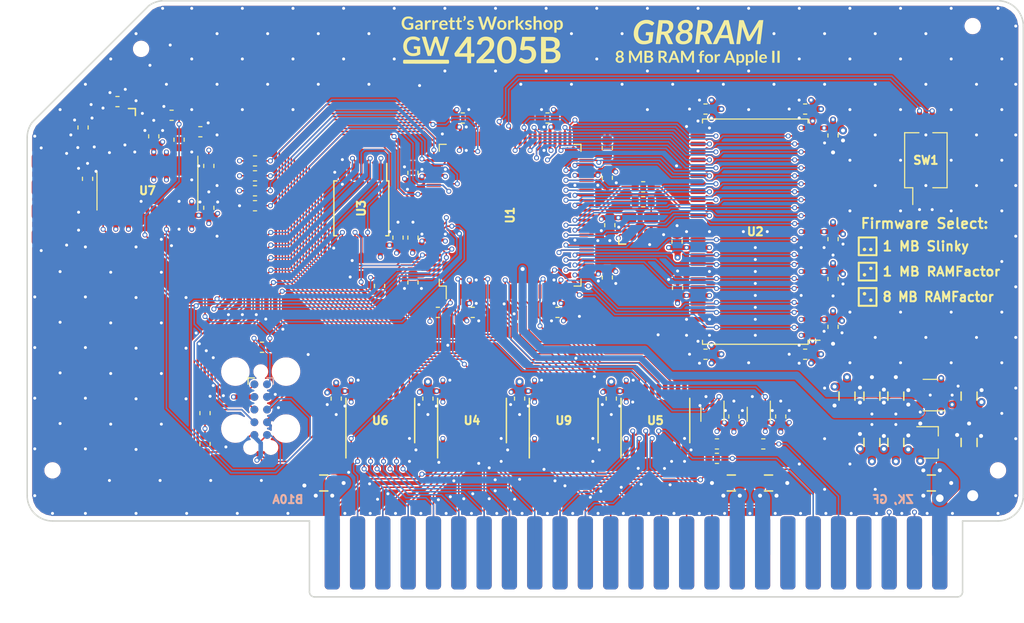
<source format=kicad_pcb>
(kicad_pcb (version 20221018) (generator pcbnew)
  (title_block (title "GR8RAM (GW4205A)") (date "2021-04-20") (rev "1.0") (company "Garrett's Workshop"))
  (layers (0 "F.Cu" signal) (1 "In1.Cu" power) (2 "In2.Cu" power) (31 "B.Cu" signal) (34 "B.Paste" user) (35 "F.Paste" user) (36 "B.SilkS" user "B.Silkscreen") (37 "F.SilkS" user "F.Silkscreen") (38 "B.Mask" user) (39 "F.Mask" user) (44 "Edge.Cuts" user))
  (net 0 "")
  (net 1 "+5V")
  (net 2 "GND")
  (net 3 "/A4")
  (net 4 "/D7")
  (net 5 "/D6")
  (net 6 "/A8")
  (net 7 "/A7")
  (net 8 "/A6")
  (net 9 "/A5")
  (net 10 "/A3")
  (net 11 "/A2")
  (net 12 "/A1")
  (net 13 "/A0")
  (net 14 "/A9")
  (net 15 "/D1")
  (net 16 "/D5")
  (net 17 "/D0")
  (net 18 "/D2")
  (net 19 "/D3")
  (net 20 "/D4")
  (net 21 "/A10")
  (net 22 "+12V")
  (net 23 "-12V")
  (net 24 "-5V")
  (net 25 "/~{IOSEL}")
  (net 26 "/A11")
  (net 27 "/A12")
  (net 28 "/A13")
  (net 29 "/A14")
  (net 30 "/A15")
  (net 31 "/R~{W}")
  (net 32 "/~{IOSTRB}")
  (net 33 "/~{NMI}")
  (net 34 "/~{IRQ}")
  (net 35 "/~{RES}")
  (net 36 "/~{INH}")
  (net 37 "/COLORREF")
  (net 38 "/7M")
  (net 39 "/Q3")
  (net 40 "/PHI1")
  (net 41 "/USER1")
  (net 42 "/PHI0")
  (net 43 "/~{DEVSEL}")
  (net 44 "/INTin")
  (net 45 "/DMAin")
  (net 46 "/TCK")
  (net 47 "/TDO")
  (net 48 "/TMS")
  (net 49 "/TDI")
  (net 50 "/RA0")
  (net 51 "/RA1")
  (net 52 "/RA2")
  (net 53 "/RA3")
  (net 54 "/RA4")
  (net 55 "/RA5")
  (net 56 "/RA6")
  (net 57 "/RA7")
  (net 58 "/RA8")
  (net 59 "/RA9")
  (net 60 "/RA10")
  (net 61 "/RD0")
  (net 62 "/RD1")
  (net 63 "/RD2")
  (net 64 "/RD3")
  (net 65 "/RD4")
  (net 66 "/RD5")
  (net 67 "/RD6")
  (net 68 "/RD7")
  (net 69 "/VIDSYNC")
  (net 70 "+3V3")
  (net 71 "/~{DMA}")
  (net 72 "/R~{RES}")
  (net 73 "/R~{IOSTRB}")
  (net 74 "/R~{DEVSEL}")
  (net 75 "/R~{IOSEL}")
  (net 76 "/RA11")
  (net 77 "/RA12")
  (net 78 "/RA13")
  (net 79 "/RA14")
  (net 80 "/RA15")
  (net 81 "/Ddir")
  (net 82 "/USB5V")
  (net 83 "/ACLK")
  (net 84 "/RCLK")
  (net 85 "/SD0")
  (net 86 "/SD1")
  (net 87 "/SD3")
  (net 88 "/SD2")
  (net 89 "/SD7")
  (net 90 "/SD5")
  (net 91 "/SD4")
  (net 92 "/SDQML")
  (net 93 "/S~{WE}")
  (net 94 "/S~{CAS}")
  (net 95 "/S~{RAS}")
  (net 96 "/S~{CS}")
  (net 97 "/SA0")
  (net 98 "/SA3")
  (net 99 "/SA4")
  (net 100 "/SA6")
  (net 101 "/SCKE")
  (net 102 "/SDQMH")
  (net 103 "/RR~{W}in")
  (net 104 "/~{RDY}")
  (net 105 "Net-(U7-XO)")
  (net 106 "/SA12")
  (net 107 "/SBA0")
  (net 108 "/SA11")
  (net 109 "/SBA1")
  (net 110 "/SA9")
  (net 111 "/SA10")
  (net 112 "/SA8")
  (net 113 "/SA7")
  (net 114 "/SA1")
  (net 115 "/SA2")
  (net 116 "/SA5")
  (net 117 "/MISO")
  (net 118 "/MOSI")
  (net 119 "/F~{CS}")
  (net 120 "/FCK")
  (net 121 "/RES~{OE}")
  (net 122 "/FD2")
  (net 123 "/FD3")
  (net 124 "/RPHI0")
  (net 125 "Net-(U7-XI)")
  (net 130 "Net-(J3-D+)")
  (net 131 "Net-(J3-D-)")
  (net 132 "Net-(J5-Pin_6)")
  (net 135 "/SD6")
  (net 136 "/FW1")
  (net 137 "/FW0")
  (net 140 "/UTCK")
  (net 141 "Net-(U13-Output)")
  (net 143 "Net-(U14-Y)")
  (net 144 "Net-(J2-Pin_1)")
  (net 145 "Net-(U11-Y)")
  (net 146 "/IRQ~{OE}")
  (net 147 "/DONE")
  (net 148 "/~{INIT}")
  (net 149 "/~{PROG}")
  (net 150 "/~{JTAGEN}")
  (net 151 "+1V2")
  (net 152 "/RCLKout")
  (footprint "stdpads:USB_Micro-B_Amphenol_10118192-0001" (layer "F.Cu") (at 47 99.8 -90)
    (fp_text reference "J3")
    (fp_text value "microUSB")
  )
  (footprint "stdpads:C_0603" (layer "F.Cu") (at 104.2 119.8 -90)
    (fp_text reference "C16")
    (fp_text value "2u2")
  )
  (footprint "stdpads:SW_DIP_SPSTx02_Slide_DSHP02TS_P1.27mm" (layer "F.Cu") (at 135.763 95.885)
    (fp_text reference "SW1")
    (fp_text value "FW")
  )
  (footprint "stdpads:R_0603" (layer "F.Cu") (at 68.45 95.95)
    (fp_text reference "R19")
    (fp_text value "10k")
  )
  (footprint "stdpads:C_0805" (layer "F.Cu") (at 75.35 128.27 180)
    (fp_text reference "C4")
    (fp_text value "10u")
  )
  (footprint "stdpads:Fiducial" (layer "F.Cu") (at 143.002 82.423 -90)
    (fp_text reference "FID1")
    (fp_text value "Fiducial" hide)
  )
  (footprint "stdpads:R_0603" (layer "F.Cu") (at 68.45 97.45)
    (fp_text reference "R17")
    (fp_text value "10k")
  )
  (footprint "stdpads:R_0805" (layer "F.Cu") (at 127.85 119.55 -90)
    (fp_text reference "R1")
    (fp_text value "0")
  )
  (footprint "stdpads:C_0603" (layer "F.Cu") (at 126.45 107.8 -90)
    (fp_text reference "C30")
    (fp_text value "2u2")
  )
  (footprint "stdpads:C_0603" (layer "F.Cu") (at 103.8 107.65 -90)
    (fp_text reference "C23")
    (fp_text value "2u2")
  )
  (footprint "stdpads:C_0603" (layer "F.Cu") (at 110.8 104.05 90)
    (fp_text reference "C33")
    (fp_text value "2u2")
  )
  (footprint "stdpads:C_0603" (layer "F.Cu") (at 84.3 97.15 90)
    (fp_text reference "C27")
    (fp_text value "2u2")
  )
  (footprint "stdpads:Fiducial" (layer "F.Cu") (at 143.002 129.54)
    (fp_text reference "FID4")
    (fp_text value "Fiducial" hide)
  )
  (footprint "stdpads:TSSOP-20_4.4x6.5mm_P0.65mm" (layer "F.Cu") (at 99.425 122)
    (fp_text reference "U9")
    (fp_text value "74AHC245PW")
  )
  (footprint "stdpads:C_0805" (layer "F.Cu") (at 119.976 128.27 180)
    (fp_text reference "C2")
    (fp_text value "10u")
  )
  (footprint "stdpads:R_0603" (layer "F.Cu") (at 107.4 98.55 180)
    (fp_text reference "R2")
    (fp_text value "47")
  )
  (footprint "stdpads:C_0603" (layer "F.Cu") (at 121.2 121.6 90)
    (fp_text reference "C42")
    (fp_text value "2u2")
  )
  (footprint "stdpads:SOT-353" (layer "F.Cu") (at 119 121.35 180)
    (fp_text reference "U11")
    (fp_text value "74LVC1G125GW")
  )
  (footprint "stdpads:Fiducial" (layer "F.Cu") (at 48.133 93.599 90)
    (fp_text reference "FID2")
    (fp_text value "Fiducial" hide)
  )
  (footprint "stdpads:C_0805" (layer "F.Cu") (at 132.75 124.2 90)
    (fp_text reference "C10")
    (fp_text value "10u")
  )
  (footprint "stdpads:R_0603" (layer "F.Cu") (at 63.4365 124.3585 90)
    (fp_text reference "R4")
    (fp_text value "10k")
  )
  (footprint "stdpads:TSSOP-20_4.4x6.5mm_P0.65mm" (layer "F.Cu") (at 90.225 122)
    (fp_text reference "U4")
    (fp_text value "74AHC245PW")
  )
  (footprint "stdpads:SOT-23-5" (layer "F.Cu") (at 136.25 119.45 90)
    (fp_text reference "U10")
    (fp_text value "AP2127K-1.2TRG1")
  )
  (footprint "stdpads:TQFP-100_14x14mm_P0.5mm" (layer "F.Cu") (at 94.05 101.4)
    (fp_text reference "U1")
    (fp_text value "LCMXO2-640-TG100")
  )
  (footprint "stdpads:R_0603" (layer "F.Cu") (at 114.8 125.8 180)
    (fp_text reference "R10")
    (fp_text value "22")
  )
  (footprint "stdpads:C_0603" (layer "F.Cu") (at 110.85 108.7 90)
    (fp_text reference "C34")
    (fp_text value "2u2")
  )
  (footprint "stdpads:C_0805" (layer "F.Cu") (at 140.1 119.55 90)
    (fp_text reference "C36")
    (fp_text value "10u")
  )
  (footprint "stdpads:C_0603" (layer "F.Cu") (at 126.45 103.8 -90)
    (fp_text reference "C31")
    (fp_text value "2u2")
  )
  (footprint "stdpads:C_0805" (layer "F.Cu") (at 130.35 119.55 90)
    (fp_text reference "C38")
    (fp_text value "10u")
  )
  (footprint "stdpads:C_0603" (layer "F.Cu") (at 123.65 115.35 180)
    (fp_text reference "C28")
    (fp_text value "2u2")
  )
  (footprint "stdpads:AppleIIBus_Edge" (layer "F.Cu") (at 106.68 135.382)
    (fp_text reference "J1")
    (fp_text value "AppleIIBus")
  )
  (footprint "stdpads:C_0603" (layer "F.Cu") (at 113.65 115.35 180)
    (fp_text reference "C35")
    (fp_text value "2u2")
  )
  (footprint "stdpads:PasteHole_1.1mm_PTH" (layer "F.Cu") (at 140.462 129.54)
    (fp_text reference "H1")
    (fp_text value " " hide)
  )
  (footprint "stdpads:R_0603" (layer "F.Cu") (at 63.4365 121.2595 -90)
    (fp_text reference "R6")
    (fp_text value "10k")
  )
  (footprint "stdpads:C_0603" (layer "F.Cu") (at 58.293 93.484 90)
    (fp_text reference "C17")
    (fp_text value "2u2")
  )
  (footprint "stdpads:R_0603" (layer "F.Cu") (at 86.8 111.15)
    (fp_text reference "R15")
    (fp_text value "2k2")
  )
  (footprint "stdpads:PasteHole_1.152mm_NPTH" (layer "F.Cu") (at 140.462 82.423 -90)
    (fp_text reference "H3")
    (fp_text value " " hide)
  )
  (footprint "stdpads:TSSOP-20_4.4x6.5mm_P0.65mm" (layer "F.Cu") (at 81.025 122)
    (fp_text reference "U6")
    (fp_text value "74AHC245PW")
  )
  (footprint "stdpads:C_0603" (layer "F.Cu") (at 116.5 121.6 90)
    (fp_text reference "C39")
    (fp_text value "2u2")
  )
  (footprint "stdpads:C_0603" (layer "F.Cu") (at 95 119.8 -90)
    (fp_text reference "C15")
    (fp_text value "2u2")
  )
  (footprint "stdpads:R_0603" (layer "F.Cu") (at 80.95 108.5 90)
    (fp_text reference "R9")
    (fp_text value "47")
  )
  (footprint "stdpads:C_0603" (layer "F.Cu") (at 51.65 97.75 90)
    (fp_text reference "C6")
    (fp_text value "2u2")
  )
  (footprint "stdpads:C_0603" (layer "F.Cu") (at 60.083 91.3765 180)
    (fp_text reference "C41")
    (fp_text value "22p")
  )
  (footprint "stdpads:SOT-23" (layer "F.Cu") (at 136.25 124.2 180)
    (fp_text reference "U8")
    (fp_text value "XC6206P332MR")
  )
  (footprint "stdpads:Crystal_SMD_3225-4Pin_3.2x2.5mm" (layer "F.Cu") (at 54.2994 92.5006 180)
    (fp_text reference "Y1")
    (fp_text value "12M")
  )
  (footprint "stdpads:C_0603" (layer "F.Cu") (at 123.65 90.75 180)
    (fp_text reference "C12")
    (fp_text value "2u2")
  )
  (footprint "stdpads:SOIC-16_3.9mm" (layer "F.Cu") (at 57.658 98.933 180)
    (fp_text reference "U7")
    (fp_text value "CH340G")
  )
  (footprint "stdpads:R_0603" (layer "F.Cu") (at 60.833 93.8275 90)
    (fp_text reference "R5")
    (fp_text value "47")
  )
  (footprint "stdpads:C_0603" (layer "F.Cu") (at 63.8175 100.6595 90)
    (fp_text reference "C40")
    (fp_text value "2u2")
  )
  (footprint "stdpads:R_0603" (layer "F.Cu") (at 62.9665 93.0275)
    (fp_text reference "R8")
    (fp_text value "10k")
  )
  (footprint "stdpads:C_0603" (layer "F.Cu") (at 51.1994 92.6006 90)
    (fp_text reference "C8")
    (fp_text value "22p")
  )
  (footprint "stdpads:C_0603" (layer "F.Cu") (at 89.3 91.65)
    (fp_text reference "C26")
    (fp_text value "2u2")
  )
  (footprint "stdpads:C_0603" (layer "F.Cu") (at 85.8 119.8 -90)
    (fp_text reference "C14")
    (fp_text value "2u2")
  )
  (footprint "stdpads:C_0603" (layer "F.Cu") (at 82.8 103.65 90)
    (fp_text reference "C18")
    (fp_text value "2u2")
  )
  (footprint "stdpads:TSOP-II-54_22.2x10.16mm_P0.8mm" (layer "F.Cu") (at 118.65 103.05 90)
    (fp_text reference "U2")
    (fp_text value "W9825")
  )
  (footprint "stdpads:R_0603" (layer "F.Cu") (at 68.45 98.95)
    (fp_text reference "R18")
    (fp_text value "10k")
  )
  (footprint "stdpads:SOT-353" (layer "F.Cu") (at 114.35 121.35 180)
    (fp_text reference "U14")
    (fp_text value "74LVC1G125GW")
  )
  (footprint "stdpads:C_0603" (layer "F.Cu") (at 103.8 97.65 -90)
    (fp_text reference "C24")
    (fp_text value "2u2")
  )
  (footprint "stdpads:Crystal_SMD_3225-4Pin_3.2x2.5mm" (layer "F.Cu") (at 107.1 102.5)
    (fp_text reference "U13")
    (fp_text value "25M")
  )
  (footprint "stdpads:C_0603" (layer "F.Cu") (at 84.3 103.65 90)
    (fp_text reference "C44")
    (fp_text value "2u2")
  )
  (footprint "stdpads:C_0603" (layer "F.Cu") (at 104.05 102.4 -90)
    (fp_text reference "C43")
    (fp_text value "2u2")
  )
  (footprint "stdpads:C_0603" (layer "F.Cu") (at 113.65 90.75 180)
    (fp_text reference "C5")
    (fp_text value "2u2")
  )
  (footprint "stdpads:C_0805" (layer "F.Cu") (at 136.31 128.27 180)
    (fp_text reference "C1")
    (fp_text value "10u")
  )
  (footprint "stdpads:PasteHole_1.152mm_NPTH" (layer "F.Cu") (at 57.023 84.709 90)
    (fp_text reference "H4")
    (fp_text value " " hide)
  )
  (footprint "stdpads:SOIC-8_5.3mm" (layer "F.Cu") (at 79.121 100.711 180)
    (fp_text reference "U3")
    (fp_text value "W25Q128JVSIQ")
  )
  (footprint "stdpads:R_0603" (layer "F.Cu") (at 107.4 100.05)
    (fp_text reference "R3")
    (fp_text value "47")
  )
  (footprint "stdpads:PasteHole_1.152mm_NPTH" (layer "F.Cu") (at 143.002 127)
    (fp_text reference "H5")
    (fp_text value " " hide)
  )
  (footprint "Connector:Tag-Connect_TC2050-IDC-FP_2x05_P1.27mm_Vertical" (layer "F.Cu") (at 69.0245 120.904 -90)
    (fp_text reference "J5" hide)
    (fp_text value "Flash" hide)
  )
  (footprint "stdpads:C_0603" (layer "F.Cu") (at 54.65 90.0006 180)
    (fp_text reference "C9")
    (fp_text value "22p")
  )
  (footprint "stdpads:C_0603" (layer "F.Cu") (at 98.8 111.15 180)
    (fp_text reference "C22")
    (fp_text value "2u2")
  )
  (footprint "stdpads:C_0603" (layer "F.Cu") (at 126.45 93.4 -90)
    (fp_text reference "C32")
    (fp_text value "2u2")
  )
  (footprint "stdpads:C_0805" (layer "F.Cu") (at 130.35 124.2 90)
    (fp_text reference "C11")
    (fp_text value "10u")
  )
  (footprint "stdpads:Fiducial" (layer "F.Cu") (at 48.133 129.54)
    (fp_text reference "FID5")
    (fp_text value "Fiducial" hide)
  )
  (footprint "stdpads:Fiducial" (layer "F.Cu") (at 58.801 82.931 90)
    (fp_text reference "FID3")
    (fp_text value "Fiducial" hide)
  )
  (footprint "stdpads:C_0603" (layer "F.Cu") (at 103.8 94.65 90)
    (fp_text reference "C20")
    (fp_text value "2u2")
  )
  (footprint "stdpads:R_0603" (layer "F.Cu") (at 63.8175 96.4565 -90)
    (fp_text reference "R7")
    (fp_text value "10k")
  )
  (footprint "stdpads:R_0603" (layer "F.Cu") (at 119.45 124.35 180)
    (fp_text reference "R13")
    (fp_text value "47")
  )
  (footprint "stdpads:C_0603" (layer "F.Cu") (at 97.8 91.65 180)
    (fp_text reference "C25")
    (fp_text value "2u2")
  )
  (footprint "stdpads:R_0603" (layer "F.Cu") (at 114.8 124.35 180)
    (fp_text reference "R11")
    (fp_text value "DNP")
  )
  (footprint "stdpads:PasteHole_1.152mm_NPTH" (layer "F.Cu") (at 48.133 127)
    (fp_text reference "H2")
    (fp_text value " " hide)
  )
  (footprint "stdpads:C_0805" (layer "F.Cu") (at 116.244 128.27)
    (fp_text reference "C3")
    (fp_text value "10u")
  )
  (footprint "stdpads:TSSOP-20_4.4x6.5mm_P0.65mm" (layer "F.Cu") (at 108.625 122)
    (fp_text reference "U5")
    (fp_text value "74AHC245PW")
  )
  (footprint "stdpads:R_0603" (layer "F.Cu") (at 68.45 100.45 180)
    (fp_text reference "R20")
    (fp_text value "2k2")
  )
  (footprint "stdpads:R_0603" (layer "F.Cu") (at 69.15 114.65)
    (fp_text reference "R12")
    (fp_text value "47")
  )
  (footprint "stdpads:C_0603" (layer "F.Cu") (at 84.3 108.15 -90)
    (fp_text reference "C19")
    (fp_text value "2u2")
  )
  (footprint "stdpads:C_0805" (layer "F.Cu") (at 140.1 124.2 90)
    (fp_text reference "C7")
    (fp_text value "10u")
  )
  (footprint "stdpads:C_0603" (layer "F.Cu") (at 90.3 111.15)
    (fp_text reference "C21")
    (fp_text value "2u2")
  )
  (footprint "stdpads:C_0805" (layer "F.Cu") (at 132.75 119.55 90)
    (fp_text reference "C37")
    (fp_text value "10u")
  )
  (footprint "stdpads:C_0603" (layer "F.Cu") (at 76.6 119.8 -90)
    (fp_text reference "C13")
    (fp_text value "2u2")
  )
  (footprint "LOGO" (layer "F.Cu") (at 112.903 83.8835)
    (fp_text reference "G***" hide)
    (fp_text value "LOGO" hide)
  )
  (footprint "stdpads:C_0603" (layer "F.Cu") (at 126.45 112.6 -90)
    (fp_text reference "C29")
    (fp_text value "2u2")
  )
  (footprint "LOGO" (layer "F.Cu") (at 91.2495 84.0105)
    (fp_text reference "G***" hide)
    (fp_text value "LOGO" hide)
  )
  (footprint "Connector:Tag-Connect_TC2050-IDC-FP_2x05_P1.27mm_Vertical" (layer "B.Cu") (at 69.0245 120.904 -90)
    (fp_text reference "J2" hide)
    (fp_text value "JTAG")
  )
  (gr_line (start 129.032 110.49) (end 129.032 108.712) (stroke (width 0.2032)) (layer "F.SilkS"))
  (gr_line (start 129.032 107.95) (end 129.032 106.172) (stroke (width 0.2032)) (layer "F.SilkS"))
  (gr_line (start 130.23855 104.8385) (end 130.23865 104.8385) (stroke (width 0.35)) (layer "F.SilkS"))
  (gr_line (start 130.81 105.41) (end 130.81 103.632) (stroke (width 0.2032)) (layer "F.SilkS"))
  (gr_line (start 130.81 108.712) (end 129.032 108.712) (stroke (width 0.2032)) (layer "F.SilkS"))
  (gr_line (start 130.23855 109.9185) (end 130.23865 109.9185) (stroke (width 0.35)) (layer "F.SilkS"))
  (gr_line (start 129.6034 109.2835) (end 129.6035 109.2835) (stroke (width 0.35)) (layer "F.SilkS"))
  (gr_line (start 130.81 107.95) (end 130.81 106.172) (stroke (width 0.2032)) (layer "F.SilkS"))
  (gr_line (start 129.032 107.95) (end 130.81 107.95) (stroke (width 0.2032)) (layer "F.SilkS"))
  (gr_line (start 129.032 105.41) (end 129.032 103.632) (stroke (width 0.2032)) (layer "F.SilkS"))
  (gr_line (start 130.81 103.632) (end 129.032 103.632) (stroke (width 0.2032)) (layer "F.SilkS"))
  (gr_line (start 130.2384 106.7435) (end 130.2385 106.7435) (stroke (width 0.35)) (layer "F.SilkS"))
  (gr_line (start 130.81 106.172) (end 129.032 106.172) (stroke (width 0.2032)) (layer "F.SilkS"))
  (gr_line (start 129.032 110.49) (end 130.81 110.49) (stroke (width 0.2032)) (layer "F.SilkS"))
  (gr_line (start 129.032 105.41) (end 130.81 105.41) (stroke (width 0.2032)) (layer "F.SilkS"))
  (gr_line (start 130.81 110.49) (end 130.81 108.712) (stroke (width 0.2032)) (layer "F.SilkS"))
  (gr_line (start 129.6034 104.8385) (end 129.6035 104.8385) (stroke (width 0.35)) (layer "F.SilkS"))
  (gr_line (start 129.6034 107.3785) (end 129.6035 107.3785) (stroke (width 0.35)) (layer "F.SilkS"))
  (gr_line (start 57.785 80.391) (end 46.101001 92.074999) (stroke (width 0.15)) (layer "Edge.Cuts"))
  (gr_line (start 143.002 132.08) (end 139.446 132.08) (stroke (width 0.15)) (layer "Edge.Cuts"))
  (gr_line (start 45.593 129.54) (end 45.593 93.599) (stroke (width 0.15)) (layer "Edge.Cuts"))
  (gr_arc (start 48.133 132.08) (mid 46.336949 131.336051) (end 45.593 129.54) (stroke (width 0.15)) (layer "Edge.Cuts"))
  (gr_line (start 138.938 139.7) (end 74.422 139.7) (stroke (width 0.15)) (layer "Edge.Cuts"))
  (gr_arc (start 145.542 129.54) (mid 144.798051 131.336051) (end 143.002 132.08) (stroke (width 0.15)) (layer "Edge.Cuts"))
  (gr_arc (start 139.446 139.192) (mid 139.29721 139.55121) (end 138.938 139.7) (stroke (width 0.15)) (layer "Edge.Cuts"))
  (gr_arc (start 57.785 80.391) (mid 58.505781 80.013344) (end 59.309 79.883) (stroke (width 0.15)) (layer "Edge.Cuts"))
  (gr_arc (start 74.422 139.7) (mid 74.06279 139.55121) (end 73.914 139.192) (stroke (width 0.15)) (layer "Edge.Cuts"))
  (gr_line (start 48.133 132.08) (end 73.914 132.08) (stroke (width 0.15)) (layer "Edge.Cuts"))
  (gr_arc (start 143.002 79.883) (mid 144.798051 80.626949) (end 145.542 82.423) (stroke (width 0.15)) (layer "Edge.Cuts"))
  (gr_line (start 145.542 82.423) (end 145.542 129.54) (stroke (width 0.15)) (layer "Edge.Cuts"))
  (gr_line (start 139.446 132.08) (end 139.446 139.192) (stroke (width 0.15)) (layer "Edge.Cuts"))
  (gr_line (start 59.309 79.883) (end 143.002 79.883) (stroke (width 0.15)) (layer "Edge.Cuts"))
  (gr_line (start 73.914 132.08) (end 73.914 139.192) (stroke (width 0.15)) (layer "Edge.Cuts"))
  (gr_arc (start 45.593 93.599) (mid 45.723345 92.795781) (end 46.101001 92.074999) (stroke (width 0.15)) (layer "Edge.Cuts"))
  (gr_text "ZK, GF" (at 132.461 129.921) (layer "B.SilkS") (effects (font (size 0.8128 0.8128) (thickness 0.2032)) (justify mirror)))
  (gr_text "B10A" (at 71.755 129.921) (layer "B.SilkS") (effects (font (size 0.8128 0.8128) (thickness 0.2032)) (justify mirror)))
  (gr_text "Firmware Select:" (at 135.636 102.235) (layer "F.SilkS") (effects (font (size 1.016 1.016) (thickness 0.2032))))
  (gr_text "1 MB Slinky" (at 131.318 104.521) (layer "F.SilkS") (effects (font (size 0.9525 0.9525) (thickness 0.2032)) (justify left)))
  (gr_text "8 MB RAMFactor" (at 131.318 109.601) (layer "F.SilkS") (effects (font (size 0.9525 0.9) (thickness 0.2032)) (justify left)))
  (gr_text "1 MB RAMFactor" (at 131.318 107.061) (layer "F.SilkS") (effects (font (size 0.9 0.9525) (thickness 0.2032)) (justify left)))
  (segment (start 137.3 126.378) (end 137.922 127) (width 0.8) (layer "F.Cu") (net 1))
  (segment (start 137.16 127) (end 137.75 127) (width 0.8) (layer "F.Cu") (net 1))
  (segment (start 137.3 124.2) (end 137.3 126.86) (width 0.8) (layer "F.Cu") (net 1))
  (segment (start 137.3 124.2) (end 138.25 124.2) (width 0.8) (layer "F.Cu") (net 1))
  (segment (start 137.16 135.382) (end 137.16 129.794) (width 1.524) (layer "F.Cu") (net 1))
  (segment (start 137.16 128.27) (end 137.16 129.794) (width 0.8) (layer "F.Cu") (net 1))
  (segment (start 137.668 129.794) (end 138.303 129.159) (width 0.8) (layer "F.Cu") (net 1))
  (segment (start 138.303 127.381) (end 138.303 128.27) (width 0.8) (layer "F.Cu") (net 1))
  (segment (start 137.16 130.937) (end 137.16 135.382) (width 0.8) (layer "F.Cu") (net 1))
  (segment (start 137.16 128.27) (end 137.16 127) (width 0.762) (layer "F.Cu") (net 1))
  (segment (start 137.922 127) (end 138.303 127.381) (width 0.8) (layer "F.Cu") (net 1))
  (segment (start 137.3 124.2) (end 137.3 126.378) (width 0.8) (layer "F.Cu") (net 1))
  (segment (start 139.1 125.05) (end 140.1 125.05) (width 0.8) (layer "F.Cu") (net 1))
  (segment (start 138.303 129.159) (end 138.303 128.27) (width 0.8) (layer "F.Cu") (net 1))
  (segment (start 137.16 129.794) (end 137.668 129.794) (width 0.8) (layer "F.Cu") (net 1))
  (segment (start 138.25 124.2) (end 139.1 125.05) (width 0.8) (layer "F.Cu") (net 1))
  (segment (start 137.16 127) (end 137.922 127) (width 0.8) (layer "F.Cu") (net 1))
  (segment (start 137.3 126.86) (end 137.16 127) (width 0.8) (layer "F.Cu") (net 1))
  (segment (start 137.16 128.27) (end 138.303 128.27) (width 0.762) (layer "F.Cu") (net 1))
  (via (at 137.16 129.794) (size 1.524) (drill 0.762) (layers "F.Cu" "B.Cu") (net 1))
  (via (at 138.303 128.27) (size 0.8) (drill 0.4) (layers "F.Cu" "B.Cu") (net 1))
  (via (at 137.16 127) (size 0.8) (drill 0.4) (layers "F.Cu" "B.Cu") (net 1))
  (segment (start 136.915002 127) (end 137.16 127) (width 0.8) (layer "B.Cu") (net 1))
  (segment (start 137.16 129.794) (end 137.16 127) (width 1.524) (layer "B.Cu") (net 1))
  (segment (start 138.6205 127.9525) (end 138.1125 127.9525) (width 0.8) (layer "B.Cu") (net 1))
  (segment (start 137.856 129.794) (end 137.16 129.794) (width 0.45) (layer "B.Cu") (net 1))
  (segment (start 137.16 128.94) (end 137.16 129.794) (width 0.5) (layer "B.Cu") (net 1))
  (segment (start 137.16 127) (end 136.906 127) (width 0.8) (layer "B.Cu") (net 1))
  (segment (start 138.303 128.651) (end 137.16 129.794) (width 1.524) (layer "B.Cu") (net 1))
  (segment (start 138.303 128.143) (end 137.16 127) (width 1.524) (layer "B.Cu") (net 1))
  (segment (start 138.1125 127.9525) (end 137.16 127) (width 0.8) (layer "B.Cu") (net 1))
  (segment (start 138.303 128.27) (end 138.303 128.651) (width 1.524) (layer "B.Cu") (net 1))
  (segment (start 138.303 128.27) (end 138.303 128.143) (width 1.524) (layer "B.Cu") (net 1))
  (segment (start 138.53 128.27) (end 138.303 128.27) (width 0.5) (layer "B.Cu") (net 1))
  (segment (start 137.16 127) (end 137.31 126.85) (width 0.5) (layer "B.Cu") (net 1))
  (segment (start 137.16 127) (end 137.16 127.96) (width 0.8) (layer "B.Cu") (net 1))
  (segment (start 122.9 115.35) (end 122.9 116.1) (width 0.6) (layer "F.Cu") (net 2))
  (segment (start 47 96) (end 47 94.65) (width 0.6) (layer "F.Cu") (net 2))
  (segment (start 111.55 124.95) (end 111.55 123.8) (width 0.45) (layer "F.Cu") (net 2))
  (segment (start 103.45 120.55) (end 103.3 120.4) (width 0.6) (layer "F.Cu") (net 2))
  (segment (start 113.7 120.5) (end 113.1 120.5) (width 0.4) (layer "F.Cu") (net 2))
  (segment (start 50.75 96.7) (end 50.75 97) (width 0.5) (layer "F.Cu") (net 2))
  (segment (start 76.575 120.55) (end 77.475 120.55) (width 0.508) (layer "F.Cu") (net 2))
  (segment (start 90.05 90.95) (end 89.9 90.8) (width 0.5) (layer "F.Cu") (net 2))
  (segment (start 140.1 118.7) (end 139.15 118.7) (width 0.5) (layer "F.Cu") (net 2))
  (segment (start 134 123.5) (end 133.85 123.35) (width 0.8) (layer "F.Cu") (net 2))
  (segment (start 97.05 91.65) (end 97.05 92.35) (width 0.5) (layer "F.Cu") (net 2))
  (segment (start 116.5 120.85) (end 117.2 120.85) (width 0.5) (layer "F.Cu") (net 2))
  (segment (start 104.95 102.95) (end 104.95 102.6) (width 0.3) (layer "F.Cu") (net 2))
  (segment (start 85.8 120.55) (end 85.05 120.55) (width 0.6) (layer "F.Cu") (net 2))
  (segment (start 114.15 119.6) (end 113.7 119.6) (width 0.15) (layer "F.Cu") (net 2))
  (segment (start 76.6 120.55) (end 76.6 121.4) (width 0.6) (layer "F.Cu") (net 2))
  (segment (start 84.3 102.9) (end 84.3 102.1) (width 0.5) (layer "F.Cu") (net 2))
  (segment (start 63.095 99.9095) (end 62.9285 100.076) (width 0.5) (layer "F.Cu") (net 2))
  (segment (start 97.15 118) (end 97.2 117.95) (width 0.45) (layer "F.Cu") (net 2))
  (segment (start 110.25 124.95) (end 110.25 126.1) (width 0.45) (layer "F.Cu") (net 2))
  (segment (start 49.675 101.1) (end 50.75 101.1) (width 0.4) (layer "F.Cu") (net 2))
  (segment (start 97.05 91.65) (end 97.05 90.95) (width 0.5) (layer "F.Cu") (net 2))
  (segment (start 83.95 124.95) (end 83.95 126.1) (width 0.45) (layer "F.Cu") (net 2))
  (segment (start 98.55 109.0625) (end 98.55 110.15) (width 0.3) (layer "F.Cu") (net 2))
  (segment (start 115.8 120.85) (end 115.65 121) (width 0.5) (layer "F.Cu") (net 2))
  (segment (start 125.65 104.55) (end 125.55 104.65) (width 0.508) (layer "F.Cu") (net 2))
  (segment (start 49.55 96.7) (end 49.55 95.2) (width 0.6) (layer "F.Cu") (net 2))
  (segment (start 97.55 92.65) (end 97.45 92.55) (width 0.3) (layer "F.Cu") (net 2))
  (segment (start 102.9 108) (end 102.9 108.2) (width 0.5) (layer "F.Cu") (net 2))
  (segment (start 97.05 90.95) (end 97.2 90.8) (width 0.5) (layer "F.Cu") (net 2))
  (segment (start 122.9 116.1) (end 123.05 116.25) (width 0.6) (layer "F.Cu") (net 2))
  (segment (start 58.293 92.734) (end 57.5705 92.734) (width 0.5) (layer "F.Cu") (net 2))
  (segment (start 51.1994 91.8506) (end 50.3506 91.8506) (width 0.5) (layer "F.Cu") (net 2))
  (segment (start 120.5 120.85) (end 120.35 121) (width 0.5) (layer "F.Cu") (net 2))
  (segment (start 106.35 118) (end 106.4 117.95) (width 0.45) (layer "F.Cu") (net 2))
  (segment (start 114.35 120.5) (end 114.35 119.8) (width 0.15) (layer "F.Cu") (net 2))
  (segment (start 86.3875 96.9) (end 85.3 96.9) (width 0.3) (layer "F.Cu") (net 2))
  (segment (start 98.55 110.15) (end 98.45 110.25) (width 0.3) (layer "F.Cu") (net 2))
  (segment (start 124.4 109.45) (end 126.4 109.45) (width 0.45) (layer "F.Cu") (net 2))
  (segment (start 51.1994 91.8506) (end 51.9 91.8506) (width 0.5) (layer "F.Cu") (net 2))
  (segment (start 135.46 129.491) (end 135.509 129.54) (width 0.762) (layer "F.Cu") (net 2))
  (segment (start 95 120.55) (end 94.25 120.55) (width 0.6) (layer "F.Cu") (net 2))
  (segment (start 62.8 96.458) (end 62.8015 96.4565) (width 0.5) (layer "F.Cu") (net 2))
  (segment (start 84.3 108.9) (end 83.6 108.9) (width 0.5) (layer "F.Cu") (net 2))
  (segment (start 85.2 103.3) (end 85.2 103.1) (width 0.5) (layer "F.Cu") (net 2))
  (segment (start 102.9 108.2) (end 103.1 108.4) (width 0.5) (layer "F.Cu") (net 2))
  (segment (start 73.406 128.524) (end 73.66 128.27) (width 0.8) (layer "F.Cu") (net 2))
  (segment (start 122.9 90.75) (end 122.9 91.5) (width 0.6) (layer "F.Cu") (net 2))
  (segment (start 124.4 104.65) (end 125.55 104.65) (width 0.45) (layer "F.Cu") (net 2))
  (segment (start 98.55 109.0625) (end 98.55 108) (width 0.3) (layer "F.Cu") (net 2))
  (segment (start 98.05 111.85) (end 98.2 112) (width 0.5) (layer "F.Cu") (net 2))
  (segment (start 117.2 120.85) (end 117.35 121) (width 0.5) (layer "F.Cu") (net 2))
  (segment (start 124.4 109.45) (end 123.25 109.45) (width 0.45) (layer "F.Cu") (net 2))
  (segment (start 112.9 107.05) (end 114.05 107.05) (width 0.45) (layer "F.Cu") (net 2))
  (segment (start 58.293 92.734) (end 58.293 91.8845) (width 0.5) (layer "F.Cu") (net 2))
  (segment (start 104.05 103.15) (end 104.05 103.95) (width 0.5) (layer "F.Cu") (net 2))
  (segment (start 57.5705 92.734) (end 57.404 92.9005) (width 0.5) (layer "F.Cu") (net 2))
  (segment (start 112.9 111.85) (end 111.75 111.85) (width 0.45) (layer "F.Cu") (net 2))
  (segment (start 49.55 102.9) (end 49.55 104.4) (width 0.6) (layer "F.Cu") (net 2))
  (segment (start 77.216 97.061) (end 77.216 95.8215) (width 0.5) (layer "F.Cu") (net 2))
  (segment (start 84.3 108.9) (end 85 108.9) (width 0.5) (layer "F.Cu") (net 2))
  (segment (start 49.55 102.9) (end 50.75 102.9) (width 0.5) (layer "F.Cu") (net 2))
  (segment (start 50.3506 91.8506) (end 50.35 91.85) (width 0.5) (layer "F.Cu") (net 2))
  (segment (start 112.9 113.45) (end 114.05 113.45) (width 0.45) (layer "F.Cu") (net 2))
  (segment (start 90.05 91.65) (end 90.05 92.35) (width 0.5) (layer "F.Cu") (net 2))
  (segment (start 77.216 97.061) (end 77.216 98.298) (width 0.5) (layer "F.Cu") (net 2))
  (segment (start 125.75 113.35) (end 125.55 113.15) (width 0.5) (layer "F.Cu") (net 2))
  (segment (start 84.3 102.9) (end 85 102.9) (width 0.5) (layer "F.Cu") (net 2))
  (segment (start 53.1994 91.6506) (end 53.1994 90.6512) (width 0.5) (layer "F.Cu") (net 2))
  (segment (start 83.95 124.95) (end 84.6 124.95) (width 0.45) (layer "F.Cu") (net 2))
  (segment (start 63.8175 99.9095) (end 64.54 99.9095) (width 0.5) (layer "F.Cu") (net 2))
  (segment (start 126.45 114.3) (end 126.45 113.35) (width 0.8) (layer "F.Cu") (net 2))
  (segment (start 111.75 92.5) (end 111.9 92.65) (width 0.45) (layer "F.Cu") (net 2))
  (segment (start 98.25 110.25) (end 98.05 110.45) (width 0.5) (layer "F.Cu") (net 2))
  (segment (start 140.1 118.7) (end 141.1 118.7) (width 0.8) (layer "F.Cu") (net 2))
  (segment (start 113.7 120.5) (end 113.7 119.6) (width 0.4) (layer "F.Cu") (net 2))
  (segment (start 102.35 124.95) (end 103 124.95) (width 0.45) (layer "F.Cu") (net 2))
  (segment (start 58.293 92.734) (end 59.0155 92.734) (width 0.5) (layer "F.Cu") (net 2))
  (segment (start 131.75 118.7) (end 131.55 118.9) (width 0.8) (layer "F.Cu") (net 2))
  (segment (start 85.2 103.1) (end 85 102.9) (width 0.5) (layer "F.Cu") (net 2))
  (segment (start 112.9 107.05) (end 110.9 107.05) (width 0.45) (layer "F.Cu") (net 2))
  (segment (start 90.55 109.0625) (end 90.55 108) (width 0.3) (layer "F.Cu") (net 2))
  (segment (start 104.05 103.15) (end 103.35 103.15) (width 0.5) (layer "F.Cu") (net 2))
  (segment (start 127.2 104.55) (end 127.45 104.3) (width 0.6) (layer "F.Cu") (net 2))
  (segment (start 85.8 120.55) (end 85.8 121.4) (width 0.6) (layer "F.Cu") (net 2))
  (segment (start 106.35 120.15) (end 106.35 119.05) (width 0.45) (layer "F.Cu") (net 2))
  (segment (start 98.05 111.15) (end 98.05 110.45) (width 0.5) (layer "F.Cu") (net 2))
  (segment (start 120.826 129.491) (end 120.777 129.54) (width 0.8) (layer "F.Cu") (net 2))
  (segment (start 122.9 90) (end 123.05 89.85) (width 0.6) (layer "F.Cu") (net 2))
  (segment (start 74.5 128.27) (end 74.5 129.491) (width 0.8) (layer "F.Cu") (net 2))
  (segment (start 127.2 94.15) (end 127.45 93.9) (width 0.8) (layer "F.Cu") (net 2))
  (segment (start 102.35 124.95) (end 102.35 123.8) (width 0.45) (layer "F.Cu") (net 2))
  (segment (start 109.95 107.85) (end 110.05 107.95) (width 0.5) (layer "F.Cu") (net 2))
  (segment (start 64.54 99.9095) (end 64.7065 100.076) (width 0.5) (layer "F.Cu") (net 2))
  (segment (start 112.9 103.05) (end 114.05 103.05) (width 0.45) (layer "F.Cu") (net 2))
  (segment (start 121.2 120.85) (end 121.9 120.85) (width 0.5) (layer "F.Cu") (net 2))
  (segment (start 101.7125 98.4) (end 102.85 98.4) (width 0.3) (layer "F.Cu") (net 2))
  (segment (start 126.45 104.55) (end 126.45 105.4) (width 0.6) (layer "F.Cu") (net 2))
  (segment (start 104.175 120.55) (end 105.05 120.55) (width 0.508) (layer "F.Cu") (net 2))
  (segment (start 62.103 96.458) (end 62.103 97.8535) (width 0.5) (layer "F.Cu") (net 2))
  (segment (start 97.55 94.8) (end 97.45 94.9) (width 0.3) (layer "F.Cu") (net 2))
  (segment (start 126.45 94.15) (end 125.6 94.15) (width 0.5) (layer "F.Cu") (net 2))
  (segment (start 89.65 92.55) (end 89.85 92.55) (width 0.5) (layer "F.Cu") (net 2))
  (segment (start 121.9 120.85) (end 122.05 121) (width 0.5) (layer "F.Cu") (net 2))
  (segment (start 87.45 96.9) (end 87.55 96.8) (width 0.3) (layer "F.Cu") (net 2))
  (segment (start 51.65 97) (end 50.75 97) (width 0.5) (layer "F.Cu") (net 2))
  (segment (start 112.9 90.75) (end 112.05 90.75) (width 0.6) (layer "F.Cu") (net 2))
  (segment (start 125.55 113.15) (end 125.55 113.05) (width 0.5) (layer "F.Cu") (net 2))
  (segment (start 102.35 124.95) (end 102.35 126.1) (width 0.45) (layer "F.Cu") (net 2))
  (segment (start 116.5 120.85) (end 115.8 120.85) (width 0.5) (layer "F.Cu") (net 2))
  (segment (start 104.2 120.55) (end 103.45 120.55) (width 0.6) (layer "F.Cu") (net 2))
  (segment (start 62.103 96.458) (end 62.103 95.0595) (width 0.5) (layer "F.Cu") (net 2))
  (segment (start 90.55 109.0625) (end 90.55 110.15) (width 0.3) (layer "F.Cu") (net 2))
  (segment (start 110.05 107.95) (end 110.85 107.95) (width 0.5) (layer "F.Cu") (net 2))
  (segment (start 84.3 96.4) (end 85 96.4) (width 0.5) (layer "F.Cu") (net 2))
  (segment (start 124.4 104.65) (end 123.25 104.65) (width 0.45) (layer "F.Cu") (net 2))
  (segment (start 119 120.5) (end 119 119.8) (width 0.15) (layer "F.Cu") (net 2))
  (segment (start 103.2 102.95) (end 103.2 103) (width 0.5) (layer "F.Cu") (net 2))
  (segment (start 85.2 96.6) (end 85 96.4) (width 0.5) (layer "F.Cu") (net 2))
  (segment (start 63.7665 93.0275) (end 63.754 93.015) (width 0.15) (layer "F.Cu") (net 2))
  (segment (start 130.35 123.35) (end 131.35 123.35) (width 0.8) (layer "F.Cu") (net 2))
  (segment (start 90.55 110.15) (end 90.65 110.25) (width 0.3) (layer "F.Cu") (net 2))
  (segment (start 136.398 99.695) (end 136.398 100.838) (width 0.5) (layer "F.Cu") (net 2))
  (segment (start 137.3 119.45) (end 136.2 119.45) (width 0.6) (layer "F.Cu") (net 2))
  (segment (start 122.9 90.75) (end 122.05 90.75) (width 0.6) (layer "F.Cu") (net 2))
  (segment (start 74.5 129.491) (end 74.549 129.54) (width 0.8) (layer "F.Cu") (net 2))
  (segment (start 86.3875 103.4) (end 85.3 103.4) (width 0.3) (layer "F.Cu") (net 2))
  (segment (start 102.8 103.9) (end 102.85 103.95) (width 0.3) (layer "F.Cu") (net 2))
  (segment (start 130.35 122.4) (end 130.35 123.35) (width 0.5) (layer "F.Cu") (net 2))
  (segment (start 97.15 119.05) (end 97.15 118) (width 0.45) (layer "F.Cu") (net 2))
  (segment (start 120.826 128.27) (end 121.8565 128.27) (width 0.8) (layer "F.Cu") (net 2))
  (segment (start 139.15 118.7) (end 139 118.55) (width 0.5) (layer "F.Cu") (net 2))
  (segment (start 115.394 128.27) (end 114.3 128.27) (width 0.8) (layer "F.Cu") (net 2))
  (segment (start 104.5 98.4) (end 103.8 98.4) (width 0.5) (layer "F.Cu") (net 2))
  (segment (start 104.05 103.15) (end 104.75 103.15) (width 0.3) (layer "F.Cu") (net 2))
  (segment (start 95 120.55) (end 95 121.4) (width 0.6) (layer "F.Cu") (net 2))
  (segment (start 55.3994 93.3506) (end 55.3994 94.35) (width 0.5) (layer "F.Cu") (net 2))
  (segment (start 110.85 107.95) (end 110.85 107) (width 0.6) (layer "F.Cu") (net 2))
  (segment (start 89.55 94.8) (end 89.65 94.9) (width 0.3) (layer "F.Cu") (net 2))
  (segment (start 115.394 129.491) (end 115.443 129.54) (width 0.8) (layer "F.Cu") (net 2))
  (segment (start 110.8 103.3) (end 110.8 102.45) (width 0.6) (layer "F.Cu") (net 2))
  (segment (start 135.2 123.25) (end 135.2 122.3) (width 0.8) (layer "F.Cu") (net 2))
  (segment (start 132.75 118.7) (end 131.75 118.7) (width 0.8) (layer "F.Cu") (net 2))
  (segment (start 132.75 118.7) (end 133.75 118.7) (width 0.8) (layer "F.Cu") (net 2))
  (segment (start 85.05 120.55) (end 84.9 120.4) (width 0.6) (layer "F.Cu") (net 2))
  (segment (start 63.754 93.015) (end 63.754 92.1385) (width 0.15) (layer "F.Cu") (net 2))
  (segment (start 112.9 115.35) (end 112.9 116.1) (width 0.6) (layer "F.Cu") (net 2))
  (segment (start 59.309 91.3525) (end 59.309 90.4875) (width 0.15) (layer "F.Cu") (net 2))
  (segment (start 102.85 98.4) (end 103.8 98.4) (width 0.5) (layer "F.Cu") (net 2))
  (segment (start 69.6595 122.174) (end 70.8025 121.031) (width 0.5) (layer "F.Cu") (net 2))
  (segment (start 141.1 118.7) (end 141.35 118.95) (width 0.8) (layer "F.Cu") (net 2))
  (segment (start 112.9 114.7) (end 112.9 115.35) (width 0.8) (layer "F.Cu") (net 2))
  (segment (start 109.5 103.3) (end 109.45 103.35) (width 0.6) (layer "F.Cu") (net 2))
  (segment (start 135.2 123.25) (end 134.25 123.25) (width 0.8) (layer "F.Cu") (net 2))
  (segment (start 76.6 120.55) (end 75.85 120.55) (width 0.6) (layer "F.Cu") (net 2))
  (segment (start 90.85 110.25) (end 91.05 110.45) (width 0.5) (layer "F.Cu") (net 2))
  (segment (start 116.5 120.85) (end 116.5 120.05) (width 0.5) (layer "F.Cu") (net 2))
  (segment (start 91.05 111.15) (end 91.05 110.45) (width 0.5) (layer "F.Cu") (net 2))
  (segment (start 111.55 124.95) (end 112.2 124.95) (width 0.45) (layer "F.Cu") (net 2))
  (segment (start 73.66 128.27) (end 74.5 128.27) (width 0.8) (layer "F.Cu") (net 2))
  (segment (start 126.45 108.55) (end 126.45 109.5) (width 0.6) (layer "F.Cu") (net 2))
  (segment (start 122.9 115.35) (end 122.05 115.35) (width 0.6) (layer "F.Cu") (net 2))
  (segment (start 57.023 100.0125) (end 57.023 101.408) (width 0.5) (layer "F.Cu") (net 2))
  (segment (start 90.05 91.65) (end 90.05 90.95) (width 0.5) (layer "F.Cu") (net 2))
  (segment (start 135.46 127.049) (end 135.509 127) (width 0.762) (layer "F.Cu") (net 2))
  (segment (start 118.8 119.6) (end 118.35 119.6) (width 0.15) (layer "F.Cu") (net 2))
  (segment (start 133.85 123.35) (end 132.75 123.35) (width 0.8) (layer "F.Cu") (net 2))
  (segment (start 130.35 118.7) (end 131.35 118.7) (width 0.8) (layer "F.Cu") (net 2))
  (segment (start 112.9 90.75) (end 112.9 91.95) (width 0.6) (layer "F.Cu") (net 2))
  (segment (start 127.2 113.35) (end 127.35 113.2) (width 0.6) (layer "F.Cu") (net 2))
  (segment (start 137.3 119.45) (end 138.4 119.45) (width 0.6) (layer "F.Cu") (net 2))
  (segment (start 59.333 91.3765) (end 59.309 91.3525) (width 0.15) (layer "F.Cu") (net 2))
  (segment (start 132.75 118.7) (end 132.75 117.65) (width 0.8) (layer "F.Cu") (net 2))
  (segment (start 140.1 123.35) (end 139 123.35) (width 0.8) (layer "F.Cu") (net 2))
  (segment (start 111.75 113.45) (end 112.9 113.45) (width 0.45) (layer "F.Cu") (net 2))
  (segment (start 89.55 93.7375) (end 89.55 94.8) (width 0.3) (layer "F.Cu") (net 2))
  (segment (start 104.2 120.55) (end 104.2 121.4) (width 0.6) (layer "F.Cu") (net 2))
  (segment (start 127.2 108.55) (end 127.45 108.3) (width 0.6) (layer "F.Cu") (net 2))
  (segment (start 126.45 94.15) (end 126.45 95.1) (width 0.8) (layer "F.Cu") (net 2))
  (segment (start 110.8 103.3) (end 109.5 103.3) (width 0.6) (layer "F.Cu") (net 2))
  (segment (start 84.3 96.4) (end 83.6 96.4) (width 0.5) (layer "F.Cu") (net 2))
  (segment (start 112.9 114.7) (end 112.9 114.05) (width 0.5) (layer "F.Cu") (net 2))
  (segment (start 60.833 101.408) (end 60.833 100.0125) (width 0.5) (layer "F.Cu") (net 2))
  (segment (start 126.45 104.55) (end 127.2 104.55) (width 0.6) (layer "F.Cu") (net 2))
  (segment (start 112.9 92.65) (end 112.9 91.95) (width 0.45) (layer "F.Cu") (net 2))
  (segment (start 112.9 90.75) (end 112.9 90) (width 0.6) (layer "F.Cu") (net 2))
  (segment (start 104.7 98.15) (end 104.7 98.2) (width 0.5) (layer "F.Cu") (net 2))
  (segment (start 85.3 96.9) (end 85.2 96.8) (width 0.3) (layer "F.Cu") (net 2))
  (segment (start 122.9 91.5) (end 123.05 91.65) (width 0.6) (layer "F.Cu") (net 2))
  (segment (start 78.75 119.05) (end 78.75 118) (width 0.45) (layer "F.Cu") (net 2))
  (segment (start 63.8175 99.9095) (end 63.095 99.9095) (width 0.5) (layer "F.Cu") (net 2))
  (segment (start 97.55 93.7375) (end 97.55 94.8) (width 0.3) (layer "F.Cu") (net 2))
  (segment (start 93.15 124.95) (end 93.15 126.1) (width 0.45) (layer "F.Cu") (net 2))
  (segment (start 77.216 97.061) (end 76.4845 97.061) (width 0.5) (layer "F.Cu") (net 2))
  (segment (start 131.75 123.35) (end 131.55 123.55) (width 0.8) (layer "F.Cu") (net 2))
  (segment (start 97.25 92.55) (end 97.05 92.35) (width 0.5) (layer "F.Cu") (net 2))
  (segment (start 103.8 108.4) (end 104.5 108.4) (width 0.5) (layer "F.Cu") (net 2))
  (segment (start 53.1994 91.6506) (end 52.1 91.6506) (width 0.5) (layer "F.Cu") (net 2))
  (segment (start 114.35 119.8) (end 114.15 119.6) (width 0.15) (layer "F.Cu") (net 2))
  (segment (start 141.1 123.35) (end 141.3 123.55) (width 0.8) (layer "F.Cu") (net 2))
  (segment (start 93.15 124.95) (end 93.8 124.95) (width 0.45) (layer "F.Cu") (net 2))
  (segment (start 135.128 99.695) (end 135.128 100.838) (width 0.5) (layer "F.Cu") (net 2))
  (segment (start 90.55 108) (end 90.65 107.9) (width 0.3) (layer "F.Cu") (net 2))
  (segment (start 97.55 93.7375) (end 97.55 92.65) (width 0.3) (layer "F.Cu") (net 2))
  (segment (start 85.3 103.4) (end 85.2 103.3) (width 0.3) (layer "F.Cu") (net 2))
  (segment (start 85.775 120.55) (end 86.65 120.55) (width 0.508) (layer "F.Cu") (net 2))
  (segment (start 122.9 114.6) (end 123.05 114.45) (width 0.6) (layer "F.Cu") (net 2))
  (segment (start 101.7125 103.9) (end 100.55 103.9) (width 0.3) (layer "F.Cu") (net 2))
  (segment (start 130.35 117.65) (end 130.35 118.7) (width 0.8) (layer "F.Cu") (net 2))
  (segment (start 115.394 128.27) (end 115.394 129.491) (width 0.8) (layer "F.Cu") (net 2))
  (segment (start 130.35 118.7) (end 129.15 118.7) (width 0.8) (layer "F.Cu") (net 2))
  (segment (start 111.65 103.15) (end 111.75 103.05) (width 0.508) (layer "F.Cu") (net 2))
  (segment (start 47 103.6) (end 47 104.95) (width 0.6) (layer "F.Cu") (net 2))
  (segment (start 139 123.35) (end 138.9 123.45) (width 0.8) (layer "F.Cu") (net 2))
  (segment (start 93.15 124.95) (end 93.15 123.8) (width 0.45) (layer "F.Cu") (net 2))
  (segment (start 103.35 103.15) (end 103.2 103) (width 0.5) (layer "F.Cu") (net 2))
  (segment (start 60.833 101.408) (end 60.833 102.8065) (width 0.5) (layer "F.Cu") (net 2))
  (segment (start 55.3994 94.35) (end 55.4 94.3506) (width 0.5) (layer "F.Cu") (net 2))
  (segment (start 51.65 97) (end 52.5 97) (width 0.5) (layer "F.Cu") (net 2))
  (segment (start 120.826 128.27) (end 120.826 129.491) (width 0.8) (layer "F.Cu") (net 2))
  (segment (start 103.8 108.4) (end 103.1 108.4) (width 0.5) (layer "F.Cu") (net 2))
  (segment (start 110.9 107.05) (end 110.85 107) (width 0.45) (layer "F.Cu") (net 2))
  (segment (start 51.65 97) (end 51.65 96.2) (width 0.5) (layer "F.Cu") (net 2))
  (segment (start 122.9 90.75) (end 122.9 90) (width 0.6) (layer "F.Cu") (net 2))
  (segment (start 104.75 103.15) (end 104.95 102.95) (width 0.3) (layer "F.Cu") (net 2))
  (segment (start 132.75 123.35) (end 131.75 123.35) (width 0.8) (layer "F.Cu") (net 2))
  (segment (start 140.1 123.35) (end 141.1 123.35) (width 0.8) (layer "F.Cu") (net 2))
  (segment (start 119 119.8) (end 118.8 119.6) (width 0.15) (layer "F.Cu") (net 2))
  (segment (start 78.75 118) (end 78.8 117.95) (width 0.45) (layer "F.Cu") (net 2))
  (segment (start 101.7125 103.9) (end 102.8 103.9) (width 0.3) (layer "F.Cu") (net 2))
  (segment (start 112.9 113.45) (end 112.9 114.05) (width 0.45) (layer "F.Cu") (net 2))
  (segment (start 82.1 102.9) (end 81.95 103.05) (width 0.5) (layer "F.Cu") (net 2))
  (segment (start 112.9 90) (end 113.05 89.85) (width 0.6) (layer "F.Cu") (net 2))
  (segment (start 126.4 109.45) (end 126.45 109.5) (width 0.508) (layer "F.Cu") (net 2))
  (segment (start 135.46 128.27) (end 135.46 129.491) (width 0.762) (layer "F.Cu") (net 2))
  (segment (start 53.1994 90.6512) (end 53.2 90.6506) (width 0.5) (layer "F.Cu") (net 2))
  (segment (start 76.4845 97.061) (end 76.454 97.0915) (width 0.5) (layer "F.Cu") (net 2))
  (segment (start 89.55 92.65) (end 89.65 92.55) (width 0.3) (layer "F.Cu") (net 2))
  (segment (start 91.05 111.15) (end 91.05 111.85) (width 0.5) (layer "F.Cu") (net 2))
  (segment (start 112.9 116.1) (end 113.05 116.25) (width 0.6) (layer "F.Cu") (net 2))
  (segment (start 94.975 120.55) (end 95.875 120.55) (width 0.508) (layer "F.Cu") (net 2))
  (segment (start 112.9 103.05) (end 111.75 103.05) (width 0.45) (layer "F.Cu") (net 2))
  (segment (start 87.95 119.05) (end 87.95 118) (width 0.45) (layer "F.Cu") (net 2))
  (segment (start 63.8175 99.9095) (end 63.8175 99.06) (width 0.5) (layer "F.Cu") (net 2))
  (segment (start 97.45 92.55) (end 97.25 92.55) (width 0.5) (layer "F.Cu") (net 2))
  (segment (start 108.2 103.35) (end 108.2 104.2) (width 0.5) (layer "F.Cu") (net 2))
  (segment (start 135.46 128.27) (end 135.46 127.049) (width 0.762) (layer "F.Cu") (net 2))
  (segment (start 126.45 94.15) (end 127.2 94.15) (width 0.8) (layer "F.Cu") (net 2))
  (segment (start 121.2 120.85) (end 121.2 120.05) (width 0.5) (layer "F.Cu") (net 2))
  (segment (start 70.8025 121.031) (end 70.8025 120.7135) (width 0.5) (layer "F.Cu") (net 2))
  (segment (start 87.45 103.4) (end 87.55 103.3) (width 0.3) (layer "F.Cu") (net 2))
  (segment (start 130.35 123.35) (end 129.15 123.35) (width 0.8) (layer "F.Cu") (net 2))
  (segment (start 104.7 98.2) (end 104.5 98.4) (width 0.5) (layer "F.Cu") (net 2))
  (segment (start 110.8 103.3) (end 111.6 103.3) (width 0.508) (layer "F.Cu") (net 2))
  (segment (start 112.9 111.85) (end 114.05 111.85) (width 0.45) (layer "F.Cu") (net 2))
  (segment (start 134.25 123.25) (end 134 123.5) (width 0.8) (layer "F.Cu") (net 2))
  (segment (start 126.45 108.55) (end 127.2 108.55) (width 0.6) (layer "F.Cu") (net 2))
  (segment (start 89.55 93.7375) (end 89.55 92.65) (width 0.3) (layer "F.Cu") (net 2))
  (segment (start 112.9 115.35) (end 112.05 115.35) (width 0.6) (layer "F.Cu") (net 2))
  (segment (start 75.85 120.55) (end 75.7 120.4) (width 0.6) (layer "F.Cu") (net 2))
  (segment (start 126.45 113.35) (end 127.2 113.35) (width 0.6) (layer "F.Cu") (net 2))
  (segment (start 122.9 115.35) (end 122.9 114.6) (width 0.6) (layer "F.Cu") (net 2))
  (segment (start 106.35 119.05) (end 106.35 118) (width 0.45) (layer "F.Cu") (net 2))
  (segment (start 131.35 118.7) (end 131.55 118.9) (width 0.8) (layer "F.Cu") (net 2))
  (segment (start 86.3875 103.4) (end 87.45 103.4) (width 0.3) (layer "F.Cu") (net 2))
  (segment (start 62.103 96.458) (end 62.8 96.458) (width 0.5) (layer "F.Cu") (net 2))
  (segment (start 98.45 110.25) (end 98.25 110.25) (width 0.5) (layer "F.Cu") (net 2))
  (segment (start 98.05 111.15) (end 98.05 111.85) (width 0.5) (layer "F.Cu") (net 2))
  (segment (start 85.2 96.8) (end 85.2 96.6) (width 0.5) (layer "F.Cu") (net 2))
  (segment (start 133.75 118.7) (end 134 118.95) (width 0.8) (layer "F.Cu") (net 2))
  (segment (start 82.8 102.9) (end 82.1 102.9) (width 0.5) (layer "F.Cu") (net 2))
  (segment (start 59.0155 92.734) (end 59.182 92.9005) (width 0.5) (layer "F.Cu") (net 2))
  (segment (start 67.65 100.45) (end 66.9 100.45) (width 0.15) (layer "F.Cu") (net 2))
  (segment (start 89.85 92.55) (end 90.05 92.35) (width 0.5) (layer "F.Cu") (net 2))
  (segment (start 111.9 92.65) (end 112.9 92.65) (width 0.45) (layer "F.Cu") (net 2))
  (segment (start 86.3875 96.9) (end 87.45 96.9) (width 0.3) (layer "F.Cu") (net 2))
  (segment (start 51.9 91.8506) (end 52.1 91.6506) (width 0.5) (layer "F.Cu") (net 2))
  (segment (start 121.2 120.85) (end 120.5 120.85) (width 0.5) (layer "F.Cu") (net 2))
  (segment (start 131.35 123.35) (end 131.55 123.55) (width 0.8) (layer "F.Cu") (net 2))
  (segment (start 126.45 104.55) (end 125.65 104.55) (width 0.508) (layer "F.Cu") (net 2))
  (segment (start 82.8 102.9) (end 82.8 102.1) (width 0.5) (layer "F.Cu") (net 2))
  (segment (start 108.2 104.2) (end 108.05 104.35) (width 0.5) (layer "F.Cu") (net 2))
  (segment (start 49.55 96.7) (end 50.75 96.7) (width 0.5) (layer "F.Cu") (net 2))
  (segment (start 104.5 108.4) (end 104.65 108.25) (width 0.5) (layer "F.Cu") (net 2))
  (segment (start 112.9 92.65) (end 114.05 92.65) (width 0.45) (layer "F.Cu") (net 2))
  (segment (start 83.6 108.9) (end 83.45 108.75) (width 0.5) (layer "F.Cu") (net 2))
  (segment (start 83.6 96.4) (end 83.45 96.55) (width 0.5) (layer "F.Cu") (net 2))
  (segment (start 101.7125 98.4) (end 100.55 98.4) (width 0.3) (layer "F.Cu") (net 2))
  (segment (start 91.05 111.85) (end 90.9 112) (width 0.5) (layer "F.Cu") (net 2))
  (segment (start 132.75 123.35) (end 132.75 122.4) (width 0.5) (layer "F.Cu") (net 2))
  (segment (start 85 108.9) (end 85.15 108.75) (width 0.5) (layer "F.Cu") (net 2))
  (segment (start 94.25 120.55) (end 94.1 120.4) (width 0.6) (layer "F.Cu") (net 2))
  (segment (start 111.55 124.95) (end 111.55 126.1) (width 0.45) (layer "F.Cu") (net 2))
  (segment (start 90.65 110.25) (end 90.85 110.25) (width 0.5) (layer "F.Cu") (net 2))
  (segment (start 83.95 124.95) (end 83.95 123.8) (width 0.45) (layer "F.Cu") (net 2))
  (segment (start 53.9 90.0006) (end 53.9 89.1006) (width 0.5) (layer "F.Cu") (net 2))
  (segment (start 118.35 120.5) (end 118.35 119.6) (width 0.4) (layer "F.Cu") (net 2))
  (segment (start 108.2 103.35) (end 109.45 103.35) (width 0.8) (layer "F.Cu") (net 2))
  (segment (start 126.45 113.35) (end 125.75 113.35) (width 0.5) (layer "F.Cu") (net 2))
  (segment (start 87.95 118) (end 88 117.95) (width 0.45) (layer "F.Cu") (net 2))
  (segment (start 98.55 108) (end 98.45 107.9) (width 0.3) (layer "F.Cu") (net 2))
  (segment (start 140.1 123.35) (end 140.1 122.3) (width 0.8) (layer "F.Cu") (net 2))
  (via (at 94.5 129.9) (size 0.5) (drill 0.3) (layers "F.Cu" "B.Cu") (net 2))
  (via (at 135.763 93.345) (size 0.5) (drill 0.3) (layers "F.Cu" "B.Cu") (net 2))
  (via (at 107.823 86.9315) (size 0.5) (drill 0.3) (layers "F.Cu" "B.Cu") (net 2))
  (via (at 116.5 120.05) (size 0.5) (drill 0.3) (layers "F.Cu" "B.Cu") (net 2))
  (via (at 65.532 124.6505) (size 0.5) (drill 0.3) (layers "F.Cu" "B.Cu") (net 2))
  (via (at 143.383 100.965) (size 0.5) (drill 0.3) (layers "F.Cu" "B.Cu") (net 2))
  (via (at 117.45 103.05) (size 0.5) (drill 0.3) (layers "F.Cu" "B.Cu") (net 2))
  (via (at 76.35 104.7) (size 0.5) (drill 0.3) (layers "F.Cu" "B.Cu") (net 2))
  (via (at 118.11 131.318) (size 0.5) (drill 0.3) (layers "F.Cu" "B.Cu") (net 2))
  (via (at 98.45 110.25) (size 0.5) (drill 0.3) (layers "F.Cu" "B.Cu") (net 2))
  (via (at 127.45 104.3) (size 0.6) (drill 0.3) (layers "F.Cu" "B.Cu") (net 2))
  (via (at 121.2 120.05) (size 0.5) (drill 0.3) (layers "F.Cu" "B.Cu") (net 2))
  (via (at 123.063 85.725) (size 0.5) (drill 0.3) (layers "F.Cu" "B.Cu") (net 2))
  (via (at 51.435 109.601) (size 0.5) (drill 0.3) (layers "F.Cu" "B.Cu") (net 2))
  (via (at 120.777 129.54) (size 0.8) (drill 0.4) (layers "F.Cu" "B.Cu") (net 2))
  (via (at 64.262 115.697) (size 0.5) (drill 0.3) (layers "F.Cu" "B.Cu") (net 2))
  (via (at 82.55 131.318) (size 0.5) (drill 0.3) (layers "F.Cu" "B.Cu") (net 2))
  (via (at 140.843 93.345) (size 0.5) (drill 0.3) (layers "F.Cu" "B.Cu") (net 2))
  (via (at 78.2 105.95) (size 0.5) (drill 0.3) (layers "F.Cu" "B.Cu") (net 2))
  (via (at 133.223 90.805) (size 0.5) (drill 0.3) (layers "F.Cu" "B.Cu") (net 2))
  (via (at 92.71 131.318) (size 0.5) (drill 0.3) (layers "F.Cu" "B.Cu") (net 2))
  (via (at 97.79 131.318) (size 0.5) (drill 0.3) (layers "F.Cu" "B.Cu") (net 2))
  (via (at 138.303 90.805) (size 0.5) (drill 0.3) (layers "F.Cu" "B.Cu") (net 2))
  (via (at 64.643 93.345) (size 0.5) (drill 0.3) (layers "F.Cu" "B.Cu") (net 2))
  (via (at 93.15 123.8) (size 0.5) (drill 0.3) (layers "F.Cu" "B.Cu") (net 2))
  (via (at 121.8565 128.27) (size 0.8) (drill 0.4) (layers "F.Cu" "B.Cu") (net 2))
  (via (at 77.475 120.55) (size 0.5) (drill 0.3) (layers "F.Cu" "B.Cu") (net 2))
  (via (at 64.643 83.185) (size 0.5) (drill 0.3) (layers "F.Cu" "B.Cu") (net 2))
  (via (at 56.515 89.916) (size 0.5) (drill 0.3) (layers "F.Cu" "B.Cu") (net 2))
  (via (at 97.663 80.645) (size 0.5) (drill 0.3) (layers "F.Cu" "B.Cu") (net 2))
  (via (at 138.303 116.205) (size 0.5) (drill 0.3) (layers "F.Cu" "B.Cu") (net 2))
  (via (at 104.95 102.6) (size 0.5) (drill 0.3) (layers "F.Cu" "B.Cu") (net 2))
  (via (at 72.263 80.645) (size 0.5) (drill 0.3) (layers "F.Cu" "B.Cu") (net 2))
  (via (at 136.2 119.45) (size 0.6) (drill 0.3) (layers "F.Cu" "B.Cu") (net 2))
  (via (at 100.55 103.9) (size 0.5) (drill 0.3) (layers "F.Cu" "B.Cu") (net 2))
  (via (at 51.435 114.681) (size 0.5) (drill 0.3) (layers "F.Cu" "B.Cu") (net 2))
  (via (at 69.088 128.016) (size 0.5) (drill 0.3) (layers "F.Cu" "B.Cu") (net 2))
  (via (at 87.55 103.3) (size 0.5) (drill 0.3) (layers "F.Cu" "B.Cu") (net 2))
  (via (at 64.643 88.265) (size 0.5) (drill 0.3) (layers "F.Cu" "B.Cu") (net 2))
  (via (at 138.303 100.965) (size 0.5) (drill 0.3) (layers "F.Cu" "B.Cu") (net 2))
  (via (at 133.35 131.318) (size 0.5) (drill 0.3) (layers "F.Cu" "B.Cu") (net 2))
  (via (at 107.95 131.318) (size 0.5) (drill 0.3) (layers "F.Cu" "B.Cu") (net 2))
  (via (at 62.103 97.8535) (size 0.5) (drill 0.3) (layers "F.Cu" "B.Cu") (net 2))
  (via (at 87.55 96.8) (size 0.5) (drill 0.3) (layers "F.Cu" "B.Cu") (net 2))
  (via (at 138.303 80.645) (size 0.5) (drill 0.3) (layers "F.Cu" "B.Cu") (net 2))
  (via (at 77.343 85.725) (size 0.5) (drill 0.3) (layers "F.Cu" "B.Cu") (net 2))
  (via (at 115.443 88.265) (size 0.5) (drill 0.3) (layers "F.Cu" "B.Cu") (net 2))
  (via (at 102.9 108) (size 0.5) (drill 0.3) (layers "F.Cu" "B.Cu") (net 2))
  (via (at 49.55 104.4) (size 0.6) (drill 0.3) (layers "F.Cu" "B.Cu") (net 2))
  (via (at 52.5 97) (size 0.5) (drill 0.3) (layers "F.Cu" "B.Cu") (net 2))
  (via (at 82.8 102.1) (size 0.5) (drill 0.3) (layers "F.Cu" "B.Cu") (net 2))
  (via (at 48.895 117.221) (size 0.5) (drill 0.3) (layers "F.Cu" "B.Cu") (net 2))
  (via (at 89.4 129.85) (size 0.5) (drill 0.3) (layers "F.Cu" "B.Cu") (net 2))
  (via (at 129.15 118.7) (size 0.8) (drill 0.4) (layers "F.Cu" "B.Cu") (net 2))
  (via (at 138.43 131.318) (size 0.5) (drill 0.3) (layers "F.Cu" "B.Cu") (net 2))
  (via (at 90.9 126.3) (size 0.5) (drill 0.3) (layers "F.Cu" "B.Cu") (net 2))
  (via (at 104.65 108.25) (size 0.5) (drill 0.3) (layers "F.Cu" "B.Cu") (net 2))
  (via (at 113.05 116.25) (size 0.6) (drill 0.3) (layers "F.Cu" "B.Cu") (net 2))
  (via (at 123.05 114.45) (size 0.6) (drill 0.3) (layers "F.Cu" "B.Cu") (net 2))
  (via (at 56.515 104.5845) (size 0.5) (drill 0.3) (layers "F.Cu" "B.Cu") (net 2))
  (via (at 135.763 88.265) (size 0.5) (drill 0.3) (layers "F.Cu" "B.Cu") (net 2))
  (via (at 56.515 109.6645) (size 0.5) (drill 0.3) (layers "F.Cu" "B.Cu") (net 2))
  (via (at 79.883 83.185) (size 0.5) (drill 0.3) (layers "F.Cu" "B.Cu") (net 2))
  (via (at 83.45 108.75) (size 0.5) (drill 0.3) (layers "F.Cu" "B.Cu") (net 2))
  (via (at 74.803 88.265) (size 0.5) (drill 0.3) (layers "F.Cu" "B.Cu") (net 2))
  (via (at 91.95 129.85) (size 0.5) (drill 0.3) (layers "F.Cu" "B.Cu") (net 2))
  (via (at 123.05 89.85) (size 0.6) (drill 0.3) (layers "F.Cu" "B.Cu") (net 2))
  (via (at 117.983 116.205) (size 0.5) (drill 0.3) (layers "F.Cu" "B.Cu") (net 2))
  (via (at 53.9 89.1006) (size 0.5) (drill 0.3) (layers "F.Cu" "B.Cu") (net 2))
  (via (at 87.503 86.9315) (size 0.5) (drill 0.3) (layers "F.Cu" "B.Cu") (net 2))
  (via (at 59.055 112.2045) (size 0.5) (drill 0.3) (layers "F.Cu" "B.Cu") (net 2))
  (via (at 90.65 110.25) (size 0.5) (drill 0.3) (layers "F.Cu" "B.Cu") (net 2))
  (via (at 67.183 80.645) (size 0.5) (drill 0.3) (layers "F.Cu" "B.Cu") (net 2))
  (via (at 52.1 91.6506) (size 0.5) (drill 0.3) (layers "F.Cu" "B.Cu") (net 2))
  (via (at 103.15 129.1) (size 0.5) (drill 0.3) (layers "F.Cu" "B.Cu") (net 2))
  (via (at 128.143 95.885) (size 0.5) (drill 0.3) (layers "F.Cu" "B.Cu") (net 2))
  (via (at 125.603 88.265) (size 0.5) (drill 0.3) (layers "F.Cu" "B.Cu") (net 2))
  (via (at 69.723 88.265) (size 0.5) (drill 0.3) (layers "F.Cu" "B.Cu") (net 2))
  (via (at 66.675 131.318) (size 0.5) (drill 0.3) (layers "F.Cu" "B.Cu") (net 2))
  (via (at 84.3 102.1) (size 0.5) (drill 0.3) (layers "F.Cu" "B.Cu") (net 2))
  (via (at 62.9285 100.076) (size 0.5) (drill 0.3) (layers "F.Cu" "B.Cu") (net 2))
  (via (at 108.05 104.35) (size 0.5) (drill 0.3) (layers "F.Cu" "B.Cu") (net 2))
  (via (at 46.355 129.54) (size 0.5) (drill 0.3) (layers "F.Cu" "B.Cu") (net 2))
  (via (at 136.398 100.838) (size 0.5) (drill 0.3) (layers "F.Cu" "B.Cu") (net 2))
  (via (at 134 123.5) (size 0.8) (drill 0.4) (layers "F.Cu" "B.Cu") (net 2))
  (via (at 100.65 115.75) (size 0.5) (drill 0.3) (layers "F.Cu" "B.Cu") (net 2))
  (via (at 53.975 85.725) (size 0.5) (drill 0.3) (layers "F.Cu" "B.Cu") (net 2))
  (via (at 62.103 80.645) (size 0.5) (drill 0.3) (layers "F.Cu" "B.Cu") (net 2))
  (via (at 51.65 96.2) (size 0.5) (drill 0.3) (layers "F.Cu" "B.Cu") (net 2))
  (via (at 63.754 92.1385) (size 0.5) (drill 0.3) (layers "F.Cu" "B.Cu") (net 2))
  (via (at 88.05 129.65) (size 0.5) (drill 0.3) (layers "F.Cu" "B.Cu") (net 2))
  (via (at 84.9 120.4) (size 0.6) (drill 0.3) (layers "F.Cu" "B.Cu") (net 2))
  (via (at 67.183 111.379) (size 0.5) (drill 0.3) (layers "F.Cu" "B.Cu") (net 2))
  (via (at 113.7 119.6) (size 0.5) (drill 0.3) (layers "F.Cu" "B.Cu") (net 2))
  (via (at 48.133 131.318) (size 0.5) (drill 0.3) (layers "F.Cu" "B.Cu") (net 2))
  (via (at 100.33 131.318) (size 0.5) (drill 0.3) (layers "F.Cu" "B.Cu") (net 2))
  (via (at 114.3 128.27) (size 0.8) (drill 0.4) (layers "F.Cu" "B.Cu") (net 2))
  (via (at 102.87 131.318) (size 0.5) (drill 0.3) (layers "F.Cu" "B.Cu") (net 2))
  (via (at 143.383 116.205) (size 0.5) (drill 0.3) (layers "F.Cu" "B.Cu") (net 2))
  (via (at 140.1 122.3) (size 0.8) (drill 0.4) (layers "F.Cu" "B.Cu") (net 2))
  (via (at 103 124.95) (size 0.5) (drill 0.3) (layers "F.Cu" "B.Cu") (net 2))
  (via (at 70.485 119.38) (size 0.5) (drill 0.3) (layers "F.Cu" "B.Cu") (net 2))
  (via (at 118.65 110.65) (size 0.5) (drill 0.3) (layers "F.Cu" "B.Cu") (net 2))
  (via (at 130.683 93.345) (size 0.5) (drill 0.3) (layers "F.Cu" "B.Cu") (net 2))
  (via (at 98.2 112) (size 0.5) (drill 0.3) (layers "F.Cu" "B.Cu") (net 2))
  (via (at 85.2 103.3) (size 0.5) (drill 0.3) (layers "F.Cu" "B.Cu") (net 2))
  (via (at 64.262 118.491) (size 0.5) (drill 0.3) (layers "F.Cu" "B.Cu") (net 2))
  (via (at 126.45 95.1) (size 0.8) (drill 0.4) (layers "F.Cu" "B.Cu") (net 2))
  (via (at 51.435 104.5845) (size 0.5) (drill 0.3) (layers "F.Cu" "B.Cu") (net 2))
  (via (at 144.78 123.825) (size 0.5) (drill 0.3) (layers "F.Cu" "B.Cu") (net 2))
  (via (at 59.055 117.2845) (size 0.5) (drill 0.3) (layers "F.Cu" "B.Cu") (net 2))
  (via (at 85.2 96.8) (size 0.5) (drill 0.3) (layers "F.Cu" "B.Cu") (net 2))
  (via (at 77.85 127.2) (size 0.5) (drill 0.3) (layers "F.Cu" "B.Cu") (net 2))
  (via (at 92.583 86.9315) (size 0.5) (drill 0.3) (layers "F.Cu" "B.Cu") (net 2))
  (via (at 60.833 102.8065) (size 0.5) (drill 0.3) (layers "F.Cu" "B.Cu") (net 2))
  (via (at 118.65 109.45) (size 0.5) (drill 0.3) (layers "F.Cu" "B.Cu") (net 2))
  (via (at 93.45 110.3) (size 0.5) (drill 0.3) (layers "F.Cu" "B.Cu") (net 2))
  (via (at 103.3 120.4) (size 0.6) (drill 0.3) (layers "F.Cu" "B.Cu") (net 2))
  (via (at 85.15 108.75) (size 0.5) (drill 0.3) (layers "F.Cu" "B.Cu") (net 2))
  (via (at 106.4 117.95) (size 0.5) (drill 0.3) (layers "F.Cu" "B.Cu") (net 2))
  (via (at 98.45 107.9) (size 0.5) (drill 0.3) (layers "F.Cu" "B.Cu") (net 2))
  (via (at 115.65 121) (size 0.5) (drill 0.3) (layers "F.Cu" "B.Cu") (net 2))
  (via (at 53.975 117.2845) (size 0.5) (drill 0.3) (layers "F.Cu" "B.Cu") (net 2))
  (via (at 140.843 98.425) (size 0.5) (drill 0.3) (layers "F.Cu" "B.Cu") (net 2))
  (via (at 59.182 92.9005) (size 0.5) (drill 0.3) (layers "F.Cu" "B.Cu") (net 2))
  (via (at 82.423 85.725) (size 0.5) (drill 0.3) (layers "F.Cu" "B.Cu") (net 2))
  (via (at 57.15 91.186) (size 0.5) (drill 0.3) (layers "F.Cu" "B.Cu") (net 2))
  (via (at 133.223 116.205) (size 0.5) (drill 0.3) (layers "F.Cu" "B.Cu") (net 2))
  (via (at 81.788 129.3495) (size 0.5) (drill 0.3) (layers "F.Cu" "B.Cu") (net 2))
  (via (at 100.203 88.265) (size 0.5) (drill 0.3) (layers "F.Cu" "B.Cu") (net 2))
  (via (at 89.65 92.55) (size 0.5) (drill 0.3) (layers "F.Cu" "B.Cu") (net 2))
  (via (at 125.55 113.05) (size 0.5) (drill 0.3) (layers "F.Cu" "B.Cu") (net 2))
  (via (at 143.383 85.725) (size 0.5) (drill 0.3) (layers "F.Cu" "B.Cu") (net 2))
  (via (at 144.78 103.505) (size 0.5) (drill 0.3) (layers "F.Cu" "B.Cu") (net 2))
  (via (at 97.45 94.9) (size 0.5) (drill 0.3) (layers "F.Cu" "B.Cu") (net 2))
  (via (at 85.8 121.4) (size 0.6) (drill 0.3) (layers "F.Cu" "B.Cu") (net 2))
  (via (at 105.41 131.318) (size 0.5) (drill 0.3) (layers "F.Cu" "B.Cu") (net 2))
  (via (at 83.95 126.1) (size 0.5) (drill 0.3) (layers "F.Cu" "B.Cu") (net 2))
  (via (at 115.443 129.54) (size 0.8) (drill 0.4) (layers "F.Cu" "B.Cu") (net 2))
  (via (at 135.763 83.185) (size 0.5) (drill 0.3) (layers "F.Cu" "B.Cu") (net 2))
  (via (at 102.5 117.6) (size 0.5) (drill 0.3) (layers "F.Cu" "B.Cu") (net 2))
  (via (at 83.95 123.8) (size 0.5) (drill 0.3) (layers "F.Cu" "B.Cu") (net 2))
  (via (at 56.515 131.318) (size 0.5) (drill 0.3) (layers "F.Cu" "B.Cu") (net 2))
  (via (at 133.223 95.885) (size 0.5) (drill 0.3) (layers "F.Cu" "B.Cu") (net 2))
  (via (at 122.05 90.75) (size 0.6) (drill 0.3) (layers "F.Cu" "B.Cu") (net 2))
  (via (at 91.95 126.75) (size 0.5) (drill 0.3) (layers "F.Cu" "B.Cu") (net 2))
  (via (at 128.143 111.125) (size 0.5) (drill 0.3) (layers "F.Cu" "B.Cu") (net 2))
  (via (at 111.55 123.8) (size 0.5) (drill 0.3) (layers "F.Cu" "B.Cu") (net 2))
  (via (at 128.143 80.645) (size 0.5) (drill 0.3) (layers "F.Cu" "B.Cu") (net 2))
  (via (at 143.383 90.805) (size 0.5) (drill 0.3) (layers "F.Cu" "B.Cu") (net 2))
  (via (at 130.35 122.4) (size 0.5) (drill 0.3) (layers "F.Cu" "B.Cu") (net 2))
  (via (at 102.85 98.4) (size 0.5) (drill 0.3) (layers "F.Cu" "B.Cu") (net 2))
  (via (at 64.7065 100.076) (size 0.5) (drill 0.3) (layers "F.Cu" "B.Cu") (net 2))
  (via (at 143.383 121.285) (size 0.5) (drill 0.3) (layers "F.Cu" "B.Cu") (net 2))
  (via (at 114.05 111.85) (size 0.5) (drill 0.3) (layers "F.Cu" "B.Cu") (net 2))
  (via (at 90.9 112) (size 0.5) (drill 0.3) (layers "F.Cu" "B.Cu") (net 2))
  (via (at 97.45 126.9) (size 0.5) (drill 0.3) (layers "F.Cu" "B.Cu") (net 2))
  (via (at 95 127.9) (size 0.5) (drill 0.3) (layers "F.Cu" "B.Cu") (net 2))
  (via (at 58.293 91.8845) (size 0.5) (drill 0.3) (layers "F.Cu" "B.Cu") (net 2))
  (via (at 123.25 109.45) (size 0.5) (drill 0.3) (layers "F.Cu" "B.Cu") (net 2))
  (via (at 71.247 112.8395) (size 0.5) (drill 0.3) (layers "F.Cu" "B.Cu") (net 2))
  (via (at 48.895 90.805) (size 0.5) (drill 0.3) (layers "F.Cu" "B.Cu") (net 2))
  (via (at 130.683 88.265) (size 0.5) (drill 0.3) (layers "F.Cu" "B.Cu") (net 2))
  (via (at 122.05 121) (size 0.5) (drill 0.3) (layers "F.Cu" "B.Cu") (net 2))
  (via (at 51.435 124.841) (size 0.5) (drill 0.3) (layers "F.Cu" "B.Cu") (net 2))
  (via (at 110.363 88.265) (size 0.5) (drill 0.3) (layers "F.Cu" "B.Cu") (net 2))
  (via (at 50.673 94.615) (size 0.5) (drill 0.3) (layers "F.Cu" "B.Cu") (net 2))
  (via (at 110.8 102.45) (size 0.6) (drill 0.3) (layers "F.Cu" "B.Cu") (net 2))
  (via (at 128.27 131.318) (size 0.5) (drill 0.3) (layers "F.Cu" "B.Cu") (net 2))
  (via (at 66.9 100.45) (size 0.5) (drill 0.3) (layers "F.Cu" "B.Cu") (net 2))
  (via (at 102.743 85.725) (size 0.5) (drill 0.3) (layers "F.Cu" "B.Cu") (net 2))
  (via (at 57.023 100.0125) (size 0.5) (drill 0.3) (layers "F.Cu" "B.Cu") (net 2))
  (via (at 135.763 98.425) (size 0.5) (drill 0.3) (layers "F.Cu" "B.Cu") (net 2))
  (via (at 69.723 83.185) (size 0.5) (drill 0.3) (layers "F.Cu" "B.Cu") (net 2))
  (via (at 112.05 115.35) (size 0.6) (drill 0.3) (layers "F.Cu" "B.Cu") (net 2))
  (via (at 77.343 80.645) (size 0.5) (drill 0.3) (layers "F.Cu" "B.Cu") (net 2))
  (via (at 93.15 126.1) (size 0.5) (drill 0.3) (layers "F.Cu" "B.Cu") (net 2))
  (via (at 105.283 88.265) (size 0.5) (drill 0.3) (layers "F.Cu" "B.Cu") (net 2))
  (via (at 123.063 80.645) (size 0.5) (drill 0.3) (layers "F.Cu" "B.Cu") (net 2))
  (via (at 74.803 83.185) (size 0.5) (drill 0.3) (layers "F.Cu" "B.Cu") (net 2))
  (via (at 70.8025 120.7135) (size 0.5) (drill 0.3) (layers "F.Cu" "B.Cu") (net 2))
  (via (at 59.944 84.328) (size 0.5) (drill 0.3) (layers "F.Cu" "B.Cu") (net 2))
  (via (at 144.78 82.423) (size 0.5) (drill 0.3) (layers "F.Cu" "B.Cu") (net 2))
  (via (at 133.223 85.725) (size 0.5) (drill 0.3) (layers "F.Cu" "B.Cu") (net 2))
  (via (at 71.755 131.318) (size 0.5) (drill 0.3) (layers "F.Cu" "B.Cu") (net 2))
  (via (at 140.843 113.665) (size 0.5) (drill 0.3) (layers "F.Cu" "B.Cu") (net 2))
  (via (at 135.763 113.665) (size 0.5) (drill 0.3) (layers "F.Cu" "B.Cu") (net 2))
  (via (at 106.9 126.8) (size 0.5) (drill 0.3) (layers "F.Cu" "B.Cu") (net 2))
  (via (at 118.65 105.85) (size 0.5) (drill 0.3) (layers "F.Cu" "B.Cu") (net 2))
  (via (at 51.435 131.318) (size 0.5) (drill 0.3) (layers "F.Cu" "B.Cu") (net 2))
  (via (at 120.35 121) (size 0.5) (drill 0.3) (layers "F.Cu" "B.Cu") (net 2))
  (via (at 82.423 80.645) (size 0.5) (drill 0.3) (layers "F.Cu" "B.Cu") (net 2))
  (via (at 125.603 118.745) (size 0.5) (drill 0.3) (layers "F.Cu" "B.Cu") (net 2))
  (via (at 61.5315 114.7445) (size 0.5) (drill 0.3) (layers "F.Cu" "B.Cu") (net 2))
  (via (at 97.2 117.95) (size 0.5) (drill 0.3) (layers "F.Cu" "B.Cu") (net 2))
  (via (at 50.75 96.7) (size 0.5) (drill 0.3) (layers "F.Cu" "B.Cu") (net 2))
  (via (at 111.55 126.1) (size 0.5) (drill 0.3) (layers "F.Cu" "B.Cu") (net 2))
  (via (at 59.055 107.1245) (size 0.5) (drill 0.3) (layers "F.Cu" "B.Cu") (net 2))
  (via (at 117.983 86.9315) (size 0.5) (drill 0.3) (layers "F.Cu" "B.Cu") (net 2))
  (via (at 59.055 122.3645) (size 0.5) (drill 0.3) (layers "F.Cu" "B.Cu") (net 2))
  (via (at 130.683 128.905) (size 0.5) (drill 0.3) (layers "F.Cu" "B.Cu") (net 2))
  (via (at 84.6 124.95) (size 0.5) (drill 0.3) (layers "F.Cu" "B.Cu") (net 2))
  (via (at 56.515 83.185) (size 0.5) (drill 0.3) (layers "F.Cu" "B.Cu") (net 2))
  (via (at 125.603 123.825) (size 0.5) (drill 0.3) (layers "F.Cu" "B.Cu") (net 2))
  (via (at 84.963 88.392) (size 0.5) (drill 0.3) (layers "F.Cu" "B.Cu") (net 2))
  (via (at 112.903 80.645) (size 0.5) (drill 0.3) (layers "F.Cu" "B.Cu") (net 2))
  (via (at 111.75 113.45) (size 0.5) (drill 0.3) (layers "F.Cu" "B.Cu") (net 2))
  (via (at 128.143 100.965) (size 0.5) (drill 0.3) (layers "F.Cu" "B.Cu") (net 2))
  (via (at 118.65 111.85) (size 0.5) (drill 0.3) (layers "F.Cu" "B.Cu") (net 2))
  (via (at 47 104.95) (size 0.6) (drill 0.3) (layers "F.Cu" "B.Cu") (net 2))
  (via (at 63.5635 114.9985) (size 0.5) (drill 0.3) (layers "F.Cu" "B.Cu") (net 2))
  (via (at 123.05 116.25) (size 0.6) (drill 0.3) (layers "F.Cu" "B.Cu") (net 2))
  (via (at 80.75 129.9) (size 0.5) (drill 0.3) (layers "F.Cu" "B.Cu") (net 2))
  (via (at 86.9 126.2) (size 0.5) (drill 0.3) (layers "F.Cu" "B.Cu") (net 2))
  (via (at 53.975 122.3645) (size 0.5) (drill 0.3) (layers "F.Cu" "B.Cu") (net 2))
  (via (at 119.85 103.05) (size 0.5) (drill 0.3) (layers "F.Cu" "B.Cu") (net 2))
  (via (at 127.45 93.9) (size 0.8) (drill 0.4) (layers "F.Cu" "B.Cu") (net 2))
  (via (at 76.6 121.4) (size 0.6) (drill 0.3) (layers "F.Cu" "B.Cu") (net 2))
  (via (at 104.2 121.4) (size 0.6) (drill 0.3) (layers "F.Cu" "B.Cu") (net 2))
  (via (at 110.1 128.45) (size 0.5) (drill 0.3) (layers "F.Cu" "B.Cu") (net 2))
  (via (at 120.523 83.185) (size 0.5) (drill 0.3) (layers "F.Cu" "B.Cu") (net 2))
  (via (at 65.786 111.379) (size 0.5) (drill 0.3) (layers "F.Cu" "B.Cu") (net 2))
  (via (at 130.683 98.425) (size 0.5) (drill 0.3) (layers "F.Cu" "B.Cu") (net 2))
  (via (at 62.103 95.0595) (size 0.5) (drill 0.3) (layers "F.Cu" "B.Cu") (net 2))
  (via (at 57.912 86.36) (size 0.5) (drill 0.3) (layers "F.Cu" "B.Cu") (net 2))
  (via (at 86.85 129.95) (size 0.5) (drill 0.3) (layers "F.Cu" "B.Cu") (net 2))
  (via (at 56.388 95.0595) (size 0.5) (drill 0.3) (layers "F.Cu" "B.Cu") (net 2))
  (via (at 64.643 98.425) (size 0.5) (drill 0.3) (layers "F.Cu" "B.Cu") (net 2))
  (via (at 118.35 119.6) (size 0.5) (drill 0.3) (layers "F.Cu" "B.Cu") (net 2))
  (via (at 90.17 131.318) (size 0.5) (drill 0.3) (layers "F.Cu" "B.Cu") (net 2))
  (via (at 99.55 128.55) (size 0.5) (drill 0.3) (layers "F.Cu" "B.Cu") (net 2))
  (via (at 74.549 129.54) (size 0.8) (drill 0.4) (layers "F.Cu" "B.Cu") (net 2))
  (via (at 108.9 113.4) (size 0.5) (drill 0.3) (layers "F.Cu" "B.Cu") (net 2))
  (via (at 102.35 123.8) (size 0.5) (drill 0.3) (layers "F.Cu" "B.Cu") (net 2))
  (via (at 143.383 111.125) (size 0.5) (drill 0.3) (layers "F.Cu" "B.Cu") (net 2))
  (via (at 77.47 131.318) (size 0.5) (drill 0.3) (layers "F.Cu" "B.Cu") (net 2))
  (via (at 135.509 127) (size 0.8) (drill 0.4) (layers "F.Cu" "B.Cu") (net 2))
  (via (at 128.143 90.805) (size 0.5) (drill 0.3) (layers "F.Cu" "B.Cu") (net 2))
  (via (at 46.355 119.761) (size 0.5) (drill 0.3) (layers "F.Cu" "B.Cu") (net 2))
  (via (at 69.5325 111.8235) (size 0.5) (drill 0.3) (layers "F.Cu" "B.Cu") (net 2))
  (via (at 144.78 118.745) (size 0.5) (drill 0.3) (layers "F.Cu" "B.Cu") (net 2))
  (via (at 53.975 112.2045) (size 0.5) (drill 0.3) (layers "F.Cu" "B.Cu") (net 2))
  (via (at 118.65 113.45) (size 0.5) (drill 0.3) (layers "F.Cu" "B.Cu") (net 2))
  (via (at 138.9 123.45) (size 0.8) (drill 0.4) (layers "F.Cu" "B.Cu") (net 2))
  (via (at 53.848 128.016) (size 0.5) (drill 0.3) (layers "F.Cu" "B.Cu") (net 2))
  (via (at 78 107.6) (size 0.5) (drill 0.3) (layers "F.Cu" "B.Cu") (net 2))
  (via (at 88 117.95) (size 0.5) (drill 0.3) (layers "F.Cu" "B.Cu") (net 2))
  (via (at 52.0065 90.297) (size 0.5) (drill 0.3) (layers "F.Cu" "B.Cu") (net 2))
  (via (at 105.05 120.55) (size 0.5) (drill 0.3) (layers "F.Cu" "B.Cu") (net 2))
  (via (at 138.4 119.45) (size 0.6) (drill 0.3) (layers "F.Cu" "B.Cu") (net 2))
  (via (at 55.4355 88.773) (size 0.5) (drill 0.3) (layers "F.Cu" "B.Cu") (net 2))
  (via (at 113.03 131.318) (size 0.5) (drill 0.3) (layers "F.Cu" "B.Cu") (net 2))
  (via (at 109.95 107.85) (size 0.5) (drill 0.3) (layers "F.Cu" "B.Cu") (net 2))
  (via (at 83.75 98.8) (size 0.5) (drill 0.3) (layers "F.Cu" "B.Cu") (net 2))
  (via (at 59.182 80.645) (size 0.5) (drill 0.3) (layers "F.Cu" "B.Cu") (net 2))
  (via (at 51.435 119.761) (size 0.5) (drill 0.3) (layers "F.Cu" "B.Cu") (net 2))
  (via (at 132.75 122.4) (size 0.5) (drill 0.3) (layers "F.Cu" "B.Cu") (net 2))
  (via (at 112.903 86.9315) (size 0.5) (drill 0.3) (layers "F.Cu" "B.Cu") (net 2))
  (via (at 59.563 88.265) (size 0.5) (drill 0.3) (layers "F.Cu" "B.Cu") (net 2))
  (via (at 139 118.55) (size 0.5) (drill 0.3) (layers "F.Cu" "B.Cu") (net 2))
  (via (at 48.895 107.061) (size 0.5) (drill 0.3) (layers "F.Cu" "B.Cu") (net 2))
  (via (at 106.35 120.15) (size 0.5) (drill 0.3) (layers "F.Cu" "B.Cu") (net 2))
  (via (at 114.05 107.05) (size 0.5) (drill 0.3) (layers "F.Cu" "B.Cu") (net 2))
  (via (at 132.75 117.65) (size 0.8) (drill 0.4) (layers "F.Cu" "B.Cu") (net 2))
  (via (at 112.05 90.75) (size 0.6) (drill 0.3) (layers "F.Cu" "B.Cu") (net 2))
  (via (at 75.7 120.4) (size 0.6) (drill 0.3) (layers "F.Cu" "B.Cu") (net 2))
  (via (at 90.3 129.35) (size 0.5) (drill 0.3) (layers "F.Cu" "B.Cu") (net 2))
  (via (at 51.435 88.265) (size 0.5) (drill 0.3) (layers "F.Cu" "B.Cu") (net 2))
  (via (at 88.95 103.25) (size 0.5) (drill 0.3) (layers "F.Cu" "B.Cu") (net 2))
  (via (at 144.78 98.425) (size 0.5) (drill 0.3) (layers "F.Cu" "B.Cu") (net 2))
  (via (at 61.595 131.318) (size 0.5) (drill 0.3) (layers "F.Cu" "B.Cu") (net 2))
  (via (at 61.5315 119.8245) (size 0.5) (drill 0.3) (layers "F.Cu" "B.Cu") (net 2))
  (via (at 81.95 103.05) (size 0.5) (drill 0.3) (layers "F.Cu" "B.Cu") (net 2))
  (via (at 50.75 101.1) (size 0.5) (drill 0.3) (layers "F.Cu" "B.Cu") (net 2))
  (via (at 143.383 95.885) (size 0.5) (drill 0.3) (layers "F.Cu" "B.Cu") (net 2))
  (via (at 125.55 104.65) (size 0.5) (drill 0.3) (layers "F.Cu" "B.Cu") (net 2))
  (via (at 109.5375 126.8095) (size 0.5) (drill 0.3) (layers "F.Cu" "B.Cu") (net 2))
  (via (at 63.9445 119.5705) (size 0.5) (drill 0.3) (layers "F.Cu" "B.Cu") (net 2))
  (via (at 144.78 88.265) (size 0.5) (drill 0.3) (layers "F.Cu" "B.Cu") (net 2))
  (via (at 118.65 108.25) (size 0.5) (drill 0.3) (layers "F.Cu" "B.Cu") (net 2))
  (via (at 135.509 129.54) (size 0.8) (drill 0.4) (layers "F.Cu" "B.Cu") (net 2))
  (via (at 118.65 107.05) (size 0.5) (drill 0.3) (layers "F.Cu" "B.Cu") (net 2))
  (via (at 102.1 129.7) (size 0.5) (drill 0.3) (layers "F.Cu" "B.Cu") (net 2))
  (via (at 131.55 118.9) (size 0.8) (drill 0.4) (layers "F.Cu" "B.Cu") (net 2))
  (via (at 79.883 88.265) (size 0.5) (drill 0.3) (layers "F.Cu" "B.Cu") (net 2))
  (via (at 112.2 124.95) (size 0.5) (drill 0.3) (layers "F.Cu" "B.Cu") (net 2))
  (via (at 135.2 122.3) (size 0.8) (drill 0.4) (layers "F.Cu" "B.Cu") (net 2))
  (via (at 141.3 123.55) (size 0.8) (drill 0.4) (layers "F.Cu" "B.Cu") (net 2))
  (via (at 126.45 109.5) (size 0.6) (drill 0.3) (layers "F.Cu" "B.Cu") (net 2))
  (via (at 134 118.95) (size 0.8) (drill 0.4) (layers "F.Cu" "B.Cu") (net 2))
  (via (at 133.223 111.125) (size 0.5) (drill 0.3) (layers "F.Cu" "B.Cu") (net 2))
  (via (at 61.5315 109.6645) (size 0.5) (drill 0.3) (layers "F.Cu" "B.Cu") (net 2))
  (via (at 111.75 103.05) (size 0.5) (drill 0.3) (layers "F.Cu" "B.Cu") (net 2))
  (via (at 117.983 80.645) (size 0.5) (drill 0.3) (layers "F.Cu" "B.Cu") (net 2))
  (via (at 60.071 104.4575) (size 0.5) (drill 0.3) (layers "F.Cu" "B.Cu") (net 2))
  (via (at 64.643 103.505) (size 0.5) (drill 0.3) (layers "F.Cu" "B.Cu") (net 2))
  (via (at 112.9 114.05) (size 0.5) (drill 0.3) (layers "F.Cu" "B.Cu") (net 2))
  (via (at 144.78 113.665) (size 0.5) (drill 0.3) (layers "F.Cu" "B.Cu") (net 2))
  (via (at 46.355 109.601) (size 0.5) (drill 0.3) (layers "F.Cu" "B.Cu") (net 2))
  (via (at 53.848 95.123) (size 0.5) (drill 0.3) (layers "F.Cu" "B.Cu") (net 2))
  (via (at 58.928 128.016) (size 0.5) (drill 0.3) (layers "F.Cu" "B.Cu") (net 2))
  (via (at 131.55 123.55) (size 0.8) (drill 0.4) (layers "F.Cu" "B.Cu") (net 2))
  (via (at 46.355 124.841) (size 0.5) (drill 0.3) (layers "F.Cu" "B.Cu") (net 2))
  (via (at 57.404 92.9005) (size 0.5) (drill 0.3) (layers "F.Cu" "B.Cu") (net 2))
  (via (at 53.2 90.6506) (size 0.5) (drill 0.3) (layers "F.Cu" "B.Cu") (net 2))
  (via (at 73.787 115.3795) (size 0.5) (drill 0.3) (layers "F.Cu" "B.Cu") (net 2))
  (via (at 129.15 123.35) (size 0.8) (drill 0.4) (layers "F.Cu" "B.Cu") (net 2))
  (via (at 138.303 85.725) (size 0.5) (drill 0.3) (layers "F.Cu" "B.Cu") (net 2))
  (via (at 79.95 128.35) (size 0.5) (drill 0.3) (layers "F.Cu" "B.Cu") (net 2))
  (via (at 143.002 131.318) (size 0.5) (drill 0.3) (layers "F.Cu" "B.Cu") (net 2))
  (via (at 87.25 93.25) (size 0.5) (drill 0.3) (layers "F.Cu" "B.Cu") (net 2))
  (via (at 133.223 80.645) (size 0.5) (drill 0.3) (layers "F.Cu" "B.Cu") (net 2))
  (via (at 62.103 85.725) (size 0.5) (drill 0.3) (layers "F.Cu" "B.Cu") (net 2))
  (via (at 77.216 98.298) (size 0.5) (drill 0.3) (layers "F.Cu" "B.Cu") (net 2))
  (via (at 110.75 96.45) (size 0.5) (drill 0.3) (layers "F.Cu" "B.Cu") (net 2))
  (via (at 114.05 92.65) (size 0.5) (drill 0.3) (layers "F.Cu" "B.Cu") (net 2))
  (via (at 76.454 97.0915) (size 0.5) (drill 0.3) (layers "F.Cu" "B.Cu") (net 2))
  (via (at 104.7 98.15) (size 0.5) (drill 0.3) (layers "F.Cu" "B.Cu") (net 2))
  (via (at 56.515 124.9045) (size 0.5) (drill 0.3) (layers "F.Cu" "B.Cu") (net 2))
  (via (at 98.55 128.05) (size 0.5) (drill 0.3) (layers "F.Cu" "B.Cu") (net 2))
  (via (at 97.45 92.55) (size 0.5) (drill 0.3) (layers "F.Cu" "B.Cu") (net 2))
  (via (at 62.8015 96.4565) (size 0.5) (drill 0.3) (layers "F.Cu" "B.Cu") (net 2))
  (via (at 50.35 91.85) (size 0.5) (drill 0.3) (layers "F.Cu" "B.Cu") (net 2))
  (via (at 138.303 111.125) (size 0.5) (drill 0.3) (layers "F.Cu" "B.Cu") (net 2))
  (via (at 103.2 102.95) (size 0.5) (drill 0.3) (layers "F.Cu" "B.Cu") (net 2))
  (via (at 104.05 103.95) (size 0.5) (drill 0.3) (layers "F.Cu" "B.Cu") (net 2))
  (via (at 117.35 121) (size 0.5) (drill 0.3) (layers "F.Cu" "B.Cu") (net 2))
  (via (at 80.01 131.318) (size 0.5) (drill 0.3) (layers "F.Cu" "B.Cu") (net 2))
  (via (at 89.9 90.8) (size 0.5) (drill 0.3) (layers "F.Cu" "B.Cu") (net 2))
  (via (at 144.78 129.54) (size 0.5) (drill 0.3) (layers "F.Cu" "B.Cu") (net 2))
  (via (at 102.85 103.95) (size 0.5) (drill 0.3) (layers "F.Cu" "B.Cu") (net 2))
  (via (at 118.65 104.65) (size 0.5) (drill 0.3) (layers "F.Cu" "B.Cu") (net 2))
  (via (at 130.683 113.665) (size 0.5) (drill 0.3) (layers "F.Cu" "B.Cu") (net 2))
  (via (at 112.9 91.95) (size 0.6) (drill 0.3) (layers "F.Cu" "B.Cu") (net 2))
  (via (at 143.002 80.645) (size 0.5) (drill 0.3) (layers "F.Cu" "B.Cu") (net 2))
  (via (at 135.128 100.838) (size 0.5) (drill 0.3) (layers "F.Cu" "B.Cu") (net 2))
  (via (at 94.1 120.4) (size 0.6) (drill 0.3) (layers "F.Cu" "B.Cu") (net 2))
  (via (at 95.123 88.265) (size 0.5) (drill 0.3) (layers "F.Cu" "B.Cu") (net 2))
  (via (at 52.324 94.5515) (size 0.5) (drill 0.3) (layers "F.Cu" "B.Cu") (net 2))
  (via (at 62.103 90.805) (size 0.5) (drill 0.3) (layers "F.Cu" "B.Cu") (net 2))
  (via (at 59.055 103.8225) (size 0.5) (drill 0.3) (layers "F.Cu" "B.Cu") (net 2))
  (via (at 100.203 83.185) (size 0.5) (drill 0.3) (layers "F.Cu" "B.Cu") (net 2))
  (via (at 83.45 96.55) (size 0.5) (drill 0.3) (layers "F.Cu" "B.Cu") (net 2))
  (via (at 114.05 103.05) (size 0.5) (drill 0.3) (layers "F.Cu" "B.Cu") (net 2))
  (via (at 102.35 126.1) (size 0.5) (drill 0.3) (layers "F.Cu" "B.Cu") (net 2))
  (via (at 46.355 114.681) (size 0.5) (drill 0.3) (layers "F.Cu" "B.Cu") (net 2))
  (via (at 125.6 94.15) (size 0.5) (drill 0.3) (layers "F.Cu" "B.Cu") (net 2))
  (via (at 60.833 100.0125) (size 0.5) (drill 0.3) (layers "F.Cu" "B.Cu") (net 2))
  (via (at 138.303 95.885) (size 0.5) (drill 0.3) (layers "F.Cu" "B.Cu") (net 2))
  (via (at 110.85 107) (size 0.6) (drill 0.3) (layers "F.Cu" "B.Cu") (net 2))
  (via (at 56.515 119.8245) (size 0.5) (drill 0.3) (layers "F.Cu" "B.Cu") (net 2))
  (via (at 117.983 90.805) (size 0.5) (drill 0.3) (layers "F.Cu" "B.Cu") (net 2))
  (via (at 55.4 94.3506) (size 0.5) (drill 0.3) (layers "F.Cu" "B.Cu") (net 2))
  (via (at 144.78 93.345) (size 0.5) (drill 0.3) (layers "F.Cu" "B.Cu") (net 2))
  (via (at 128.143 126.365) (size 0.5) (drill 0.3) (layers "F.Cu" "B.Cu") (net 2))
  (via (at 127.35 113.2) (size 0.6) (drill 0.3) (layers "F.Cu" "B.Cu") (net 2))
  (via (at 143.383 106.045) (size 0.5) (drill 0.3) (layers "F.Cu" "B.Cu") (net 2))
  (via (at 97.663 86.9315) (size 0.5) (drill 0.3) (layers "F.Cu" "B.Cu") (net 2))
  (via (at 105.283 83.185) (size 0.5) (drill 0.3) (layers "F.Cu" "B.Cu") (net 2))
  (via (at 47 94.65) (size 0.6) (drill 0.3) (layers "F.Cu" "B.Cu") (net 2))
  (via (at 49.9745 93.345) (size 0.5) (drill 0.3) (layers "F.Cu" "B.Cu") (net 2))
  (via (at 135.89 131.318) (size 0.5) (drill 0.3) (layers "F.Cu" "B.Cu") (net 2))
  (via (at 87.8 114.45) (size 0.5) (drill 0.3) (layers "F.Cu" "B.Cu") (net 2))
  (via (at 86.65 120.55) (size 0.5) (drill 0.3) (layers "F.Cu" "B.Cu") (net 2))
  (via (at 109.45 103.35) (size 0.6) (drill 0.3) (layers "F.Cu" "B.Cu") (net 2))
  (via (at 95.25 131.318) (size 0.5) (drill 0.3) (layers "F.Cu" "B.Cu") (net 2))
  (via (at 72.263 90.805) (size 0.5) (drill 0.3) (layers "F.Cu" "B.Cu") (net 2))
  (via (at 49.55 95.2) (size 0.6) (drill 0.3) (layers "F.Cu" "B.Cu") (net 2))
  (via (at 123.19 131.318) (size 0.5) (drill 0.3) (layers "F.Cu" "B.Cu") (net 2))
  (via (at 87.63 131.318) (size 0.5) (drill 0.3) (layers "F.Cu" "B.Cu") (net 2))
  (via (at 59.309 90.4875) (size 0.5) (drill 0.3) (layers "F.Cu" "B.Cu") (net 2))
  (via (at 111.75 92.5) (size 0.5) (drill 0.3) (layers "F.Cu" "B.Cu") (net 2))
  (via (at 130.81 131.318) (size 0.5) (drill 0.3) (layers "F.Cu" "B.Cu") (net 2))
  (via (at 72.263 85.725) (size 0.5) (drill 0.3) (layers "F.Cu" "B.Cu") (net 2))
  (via (at 94.45 111.3) (size 0.5) (drill 0.3) (layers "F.Cu" "B.Cu") (net 2))
  (via (at 50.75 102.9) (size 0.5) (drill 0.3) (layers "F.Cu" "B.Cu") (net 2))
  (via (at 67.183 85.725) (size 0.5) (drill 0.3) (layers "F.Cu" "B.Cu") (net 2))
  (via (at 126.45 114.3) (size 0.8) (drill 0.4) (layers "F.Cu" "B.Cu") (net 2))
  (via (at 101 111.55) (size 0.5) (drill 0.3) (layers "F.Cu" "B.Cu") (net 2))
  (via (at 120.523 88.265) (size 0.5) (drill 0.3) (layers "F.Cu" "B.Cu") (net 2))
  (via (at 123.063 126.365) (size 0.5) (drill 0.3) (layers "F.Cu" "B.Cu") (net 2))
  (via (at 89.65 94.9) (size 0.5) (drill 0.3) (layers "F.Cu" "B.Cu") (net 2))
  (via (at 85.09 131.318) (size 0.5) (drill 0.3) (layers "F.Cu" "B.Cu") (net 2))
  (via (at 127.45 108.3) (size 0.6) (drill 0.3) (layers "F.Cu" "B.Cu") (net 2))
  (via (at 53.975 107.1245) (size 0.5) (drill 0.3) (layers "F.Cu" "B.Cu") (net 2))
  (via (at 92.55 127.95) (size 0.5) (drill 0.3) (layers "F.Cu" "B.Cu") (net 2))
  (via (at 125.603 83.185) (size 0.5) (drill 0.3) (layers "F.Cu" "B.Cu") (net 2))
  (via (at 113.1 120.5) (size 0.5) (drill 0.3) (layers "F.Cu" "B.Cu") (net 2))
  (via (at 114.05 113.45) (size 0.5) (drill 0.3) (layers "F.Cu" "B.Cu") (net 2))
  (via (at 63.8175 99.06) (size 0.5) (drill 0.3) (layers "F.Cu" "B.Cu") (net 2))
  (via (at 107.2 128.4) (size 0.5) (drill 0.3) (layers "F.Cu" "B.Cu") (net 2))
  (via (at 97.2 90.8) (size 0.5) (drill 0.3) (layers "F.Cu" "B.Cu") (net 2))
  (via (at 65.278 119.507) (size 0.5) (drill 0.3) (layers "F.Cu" "B.Cu") (net 2))
  (via (at 120.65 131.318) (size 0.5) (drill 0.3) (layers "F.Cu" "B.Cu") (net 2))
  (via (at 115.57 131.318) (size 0.5) (drill 0.3) (layers "F.Cu" "B.Cu") (net 2))
  (via (at 123.05 91.65) (size 0.6) (drill 0.3) (layers "F.Cu" "B.Cu") (net 2))
  (via (at 133.223 100.965) (size 0.5) (drill 0.3) (layers "F.Cu" "B.Cu") (net 2))
  (via (at 87.503 80.645) (size 0.5) (drill 0.3) (layers "F.Cu" "B.Cu") (net 2))
  (via (at 128.143 116.205) (size 0.5) (drill 0.3) (layers "F.Cu" "B.Cu") (net 2))
  (via (at 105.2 128.7) (size 0.5) (drill 0.3) (layers "F.Cu" "B.Cu") (net 2))
  (via (at 62.5475 113.2205) (size 0.5) (drill 0.3) (layers "F.Cu" "B.Cu") (net 2))
  (via (at 67.183 90.805) (size 0.5) (drill 0.3) (layers "F.Cu" "B.Cu") (net 2))
  (via (at 92.583 80.645) (size 0.5) (drill 0.3) (layers "F.Cu" "B.Cu") (net 2))
  (via (at 122.05 115.35) (size 0.6) (drill 0.3) (layers "F.Cu" "B.Cu") (net 2))
  (via (at 73.406 128.524) (size 0.8) (drill 0.4) (layers "F.Cu" "B.Cu") (net 2))
  (via (at 95 121.4) (size 0.6) (drill 0.3) (layers "F.Cu" "B.Cu") (net 2))
  (via (at 93.8 124.95) (size 0.5) (drill 0.3) (layers "F.Cu" "B.Cu") (net 2))
  (via (at 64.008 128.016) (size 0.5) (drill 0.3) (layers "F.Cu" "B.Cu") (net 2))
  (via (at 140.843 88.265) (size 0.5) (drill 0.3) (layers "F.Cu" "B.Cu") (net 2))
  (via (at 77.216 95.8215) (size 0.5) (drill 0.3) (layers "F.Cu" "B.Cu") (net 2))
  (via (at 123.25 104.65) (size 0.5) (drill 0.3) (layers "F.Cu" "B.Cu") (net 2))
  (via (at 130.683 83.185) (size 0.5) (drill 0.3) (layers "F.Cu" "B.Cu") (net 2))
  (via (at 107.823 80.645) (size 0.5) (drill 0.3) (layers "F.Cu" "B.Cu") (net 2))
  (via (at 48.895 122.301) (size 0.5) (drill 0.3) (layers "F.Cu" "B.Cu") (net 2))
  (via (at 126.45 105.4) (size 0.6) (drill 0.3) (layers "F.Cu" "B.Cu") (net 2))
  (via (at 48.895 112.141) (size 0.5) (drill 0.3) (layers "F.Cu" "B.Cu") (net 2))
  (via (at 107.823 90.805) (size 0.5) (drill 0.3) (layers "F.Cu" "B.Cu") (net 2))
  (via (at 102.743 80.645) (size 0.5) (drill 0.3) (layers "F.Cu" "B.Cu") (net 2))
  (via (at 130.35 117.65) (size 0.8) (drill 0.4) (layers "F.Cu" "B.Cu") (net 2))
  (via (at 90.65 107.9) (size 0.5) (drill 0.3) (layers "F.Cu" "B.Cu") (net 2))
  (via (at 100.55 98.4) (size 0.5) (drill 0.3) (layers "F.Cu" "B.Cu") (net 2))
  (via (at 113.05 89.85) (size 0.6) (drill 0.3) (layers "F.Cu" "B.Cu") (net 2))
  (via (at 144.78 108.585) (size 0.5) (drill 0.3) (layers "F.Cu" "B.Cu") (net 2))
  (via (at 125.73 131.318) (size 0.5) (drill 0.3) (layers "F.Cu" "B.Cu") (net 2))
  (via (at 78.8 117.95) (size 0.5) (drill 0.3) (layers "F.Cu" "B.Cu") (net 2))
  (via (at 141.35 118.95) (size 0.8) (drill 0.4) (layers "F.Cu" "B.Cu") (net 2))
  (via (at 88.4 128.05) (size 0.5) (drill 0.3) (layers "F.Cu" "B.Cu") (net 2))
  (via (at 128.143 85.725) (size 0.5) (drill 0.3) (layers "F.Cu" "B.Cu") (net 2))
  (via (at 46.355 93.472) (size 0.5) (drill 0.3) (layers "F.Cu" "B.Cu") (net 2))
  (via (at 68.58 111.379) (size 0.5) (drill 0.3) (layers "F.Cu" "B.Cu") (net 2))
  (via (at 62.865 114.3) (size 0.5) (drill 0.3) (layers "F.Cu" "B.Cu") (net 2))
  (via (at 111.75 111.85) (size 0.5) (drill 0.3) (layers "F.Cu" "B.Cu") (net 2))
  (via (at 110.49 131.318) (size 0.5) (drill 0.3) (layers "F.Cu" "B.Cu") (net 2))
  (via (at 56.515 114.7445) (size 0.5) (drill 0.3) (layers "F.Cu" "B.Cu") (net 2))
  (via (at 125.603 128.905) (size 0.5) (drill 0.3) (layers "F.Cu" "B.Cu") (net 2))
  (via (at 92.55 129.05) (size 0.5) (drill 0.3) (layers "F.Cu" "B.Cu") (net 2))
  (via (at 110.25 126.1) (size 0.5) (drill 0.3) (layers "F.Cu" "B.Cu") (net 2))
  (via (at 95.875 120.55) (size 0.5) (drill 0.3) (layers "F.Cu" "B.Cu") (net 2))
  (segment (start 69.6595 122.174) (end 69.7865 122.174) (width 0.3) (layer "B.Cu") (net 2))
  (segment (start 136.906 131.318) (end 137.16 131.572) (width 0.15) (layer "B.Cu") (net 2))
  (segment (start 137.414 131.318) (end 137.16 131.572) (width 0.15) (layer "B.Cu") (net 2))
  (segment (start 69.7865 122.174) (end 70.8025 121.158) (width 0.3) (layer "B.Cu") (net 2))
  (segment (start 135.89 131.318) (end 136.906 131.318) (width 0.15) (layer "B.Cu") (net 2))
  (segment (start 69.6595 119.634) (end 70.231 119.634) (width 0.5) (layer "B.Cu") (net 2))
  (segment (start 70.231 119.634) (end 70.485 119.38) (width 0.5) (layer "B.Cu") (net 2))
  (segment (start 70.8025 121.158) (end 70.8025 120.7135) (width 0.3) (layer "B.Cu") (net 2))
  (segment (start 137.16 135.382) (end 137.16 131.572) (width 1.524) (layer "B.Cu") (net 2))
  (segment (start 138.43 131.318) (end 137.414 131.318) (width 0.15) (layer "B.Cu") (net 2))
  (segment (start 90.55 124.95) (end 90.55 125.85) (width 0.15) (layer "F.Cu") (net 3))
  (segment (start 90.55 125.85) (end 88.9 127.5) (width 0.15) (layer "F.Cu") (net 3))
  (segment (start 88.9 127.5) (end 88.9 135.382) (width 0.15) (layer "F.Cu") (net 3))
  (segment (start 83.3 124.95) (end 83.3 126.85) (width 0.15) (layer "F.Cu") (net 4))
  (via (at 83.3 126.85) (size 0.5) (drill 0.3) (layers "F.Cu" "B.Cu") (net 4))
  (segment (start 93.879 128.55) (end 96.52 131.191) (width 0.15) (layer "B.Cu") (net 4))
  (segment (start 96.52 131.191) (end 96.52 135.382) (width 0.15) (layer "B.Cu") (net 4))
  (segment (start 85 128.55) (end 93.879 128.55) (width 0.15) (layer "B.Cu") (net 4))
  (segment (start 83.3 126.85) (end 85 128.55) (width 0.15) (layer "B.Cu") (net 4))
  (segment (start 82.65 124.95) (end 82.65 126.1) (width 0.15) (layer "F.Cu") (net 5))
  (via (at 82.65 126.1) (size 0.5) (drill 0.3) (layers "F.Cu" "B.Cu") (net 5))
  (segment (start 91.639 128.85) (end 93.98 131.191) (width 0.15) (layer "B.Cu") (net 5))
  (segment (start 93.98 131.191) (end 93.98 135.382) (width 0.15) (layer "B.Cu") (net 5))
  (segment (start 84.527 128.85) (end 91.639 128.85) (width 0.15) (layer "B.Cu") (net 5))
  (segment (start 82.65 126.1) (end 82.65 126.973) (width 0.15) (layer "B.Cu") (net 5))
  (segment (start 82.65 126.973) (end 84.527 128.85) (width 0.15) (layer "B.Cu") (net 5))
  (segment (start 97.15 125.9) (end 97.15 124.95) (width 0.15) (layer "F.Cu") (net 6))
  (segment (start 99.06 127.81) (end 97.15 125.9) (width 0.15) (layer "F.Cu") (net 6))
  (segment (start 99.06 135.382) (end 99.06 127.81) (width 0.15) (layer "F.Cu") (net 6))
  (segment (start 96.52 135.382) (end 96.52 130.17) (width 0.15) (layer "F.Cu") (net 7))
  (segment (start 92.5 126.15) (end 92.5 124.95) (width 0.15) (layer "F.Cu") (net 7))
  (segment (start 96.52 130.17) (end 92.5 126.15) (width 0.15) (layer "F.Cu") (net 7))
  (segment (start 91.85 124.95) (end 91.85 125.95) (width 0.15) (layer "F.Cu") (net 8))
  (segment (start 93.98 128.08) (end 93.98 135.382) (width 0.15) (layer "F.Cu") (net 8))
  (segment (start 91.85 125.95) (end 93.98 128.08) (width 0.15) (layer "F.Cu") (net 8))
  (segment (start 91.2 125.85) (end 91.44 126.09) (width 0.15) (layer "F.Cu") (net 9))
  (segment (start 91.44 126.09) (end 91.44 135.382) (width 0.15) (layer "F.Cu") (net 9))
  (segment (start 91.2 124.95) (end 91.2 125.85) (width 0.15) (layer "F.Cu") (net 9))
  (segment (start 89.9 125.85) (end 86.36 129.39) (width 0.15) (layer "F.Cu") (net 10))
  (segment (start 86.36 129.39) (end 86.36 130.81) (width 0.15) (layer "F.Cu") (net 10))
  (segment (start 86.36 130.81) (end 86.36 135.382) (width 0.15) (layer "F.Cu") (net 10))
  (segment (start 89.9 124.95) (end 89.9 125.85) (width 0.15) (layer "F.Cu") (net 10))
  (segment (start 89.25 125.85) (end 89.25 124.95) (width 0.15) (layer "F.Cu") (net 11))
  (segment (start 83.82 135.382) (end 83.82 130.43) (width 0.15) (layer "F.Cu") (net 11))
  (segment (start 85.8 129.3) (end 89.25 125.85) (width 0.15) (layer "F.Cu") (net 11))
  (segment (start 83.82 130.43) (end 84.95 129.3) (width 0.15) (layer "F.Cu") (net 11))
  (segment (start 84.95 129.3) (end 85.8 129.3) (width 0.15) (layer "F.Cu") (net 11))
  (segment (start 88.6 125.9) (end 85.5 129) (width 0.15) (layer "F.Cu") (net 12))
  (segment (start 83.344 129) (end 81.28 131.064) (width 0.15) (layer "F.Cu") (net 12))
  (segment (start 88.6 124.95) (end 88.6 125.9) (width 0.15) (layer "F.Cu") (net 12))
  (segment (start 85.5 129) (end 83.344 129) (width 0.15) (layer "F.Cu") (net 12))
  (segment (start 81.28 131.064) (end 81.28 135.382) (width 0.15) (layer "F.Cu") (net 12))
  (segment (start 78.74 135.382) (end 78.74 131.191) (width 0.15) (layer "F.Cu") (net 13))
  (segment (start 81.231 128.7) (end 85.1 128.7) (width 0.15) (layer "F.Cu") (net 13))
  (segment (start 87.95 125.85) (end 87.95 124.95) (width 0.15) (layer "F.Cu") (net 13))
  (segment (start 85.1 128.7) (end 87.95 125.85) (width 0.15) (layer "F.Cu") (net 13))
  (segment (start 78.74 131.191) (end 81.231 128.7) (width 0.15) (layer "F.Cu") (net 13))
  (segment (start 97.8 125.9) (end 101.6 129.7) (width 0.15) (layer "F.Cu") (net 14))
  (segment (start 97.8 124.95) (end 97.8 125.9) (width 0.15) (layer "F.Cu") (net 14))
  (segment (start 101.6 130.9) (end 101.6 135.382) (width 0.15) (layer "F.Cu") (net 14))
  (segment (start 101.6 129.7) (end 101.6 130.9) (width 0.15) (layer "F.Cu") (net 14))
  (segment (start 79.4 124.95) (end 79.4 126.85) (width 0.15) (layer "F.Cu") (net 15))
  (via (at 79.4 126.85) (size 0.5) (drill 0.3) (layers "F.Cu" "B.Cu") (net 15))
  (segment (start 81.28 135.382) (end 81.28 128.73) (width 0.15) (layer "B.Cu") (net 15))
  (segment (start 81.28 128.73) (end 79.4 126.85) (width 0.15) (layer "B.Cu") (net 15))
  (segment (start 82 124.95) (end 82 126.85) (width 0.15) (layer "F.Cu") (net 16))
  (via (at 82 126.85) (size 0.5) (drill 0.3) (layers "F.Cu" "B.Cu") (net 16))
  (segment (start 84.3 129.15) (end 89.399 129.15) (width 0.15) (layer "B.Cu") (net 16))
  (segment (start 89.399 129.15) (end 91.44 131.191) (width 0.15) (layer "B.Cu") (net 16))
  (segment (start 91.44 131.191) (end 91.44 135.382) (width 0.15) (layer "B.Cu") (net 16))
  (segment (start 82 126.85) (end 84.3 129.15) (width 0.15) (layer "B.Cu") (net 16))
  (segment (start 78.75 124.95) (end 78.75 126.1) (width 0.15) (layer "F.Cu") (net 17))
  (via (at 78.75 126.1) (size 0.5) (drill 0.3) (layers "F.Cu" "B.Cu") (net 17))
  (segment (start 78.35 127.15) (end 78.75 127.55) (width 0.15) (layer "B.Cu") (net 17))
  (segment (start 78.75 135.372) (end 78.74 135.382) (width 0.15) (layer "B.Cu") (net 17))
  (segment (start 78.35 127.15) (end 78.35 126.5) (width 0.15) (layer "B.Cu") (net 17))
  (segment (start 78.35 126.5) (end 78.75 126.1) (width 0.15) (layer "B.Cu") (net 17))
  (segment (start 78.75 127.55) (end 78.75 135.372) (width 0.15) (layer "B.Cu") (net 17))
  (segment (start 80.05 124.95) (end 80.05 126.1) (width 0.15) (layer "F.Cu") (net 18))
  (via (at 80.05 126.1) (size 0.5) (drill 0.3) (layers "F.Cu" "B.Cu") (net 18))
  (segment (start 83.82 131.064) (end 83.82 135.382) (width 0.15) (layer "B.Cu") (net 18))
  (segment (start 80.05 126.913) (end 83.82 130.683) (width 0.15) (layer "B.Cu") (net 18))
  (segment (start 83.82 130.683) (end 83.82 131.064) (width 0.15) (layer "B.Cu") (net 18))
  (segment (start 80.05 126.1) (end 80.05 126.913) (width 0.15) (layer "B.Cu") (net 18))
  (segment (start 80.7 124.95) (end 80.7 126.85) (width 0.15) (layer "F.Cu") (net 19))
  (via (at 80.7 126.85) (size 0.5) (drill 0.3) (layers "F.Cu" "B.Cu") (net 19))
  (segment (start 80.7 126.85) (end 83.6 129.75) (width 0.15) (layer "B.Cu") (net 19))
  (segment (start 85.6175 129.75) (end 86.36 130.4925) (width 0.15) (layer "B.Cu") (net 19))
  (segment (start 83.6 129.75) (end 85.6175 129.75) (width 0.15) (layer "B.Cu") (net 19))
  (segment (start 86.36 130.4925) (end 86.36 135.382) (width 0.15) (layer "B.Cu") (net 19))
  (segment (start 81.35 124.95) (end 81.35 126.1) (width 0.15) (layer "F.Cu") (net 20))
  (via (at 81.35 126.1) (size 0.5) (drill 0.3) (layers "F.Cu" "B.Cu") (net 20))
  (segment (start 81.35 126.943) (end 83.857 129.45) (width 0.15) (layer "B.Cu") (net 20))
  (segment (start 83.857 129.45) (end 87.159 129.45) (width 0.15) (layer "B.Cu") (net 20))
  (segment (start 88.9 131.191) (end 88.9 135.382) (width 0.15) (layer "B.Cu") (net 20))
  (segment (start 87.159 129.45) (end 88.9 131.191) (width 0.15) (layer "B.Cu") (net 20))
  (segment (start 81.35 126.1) (end 81.35 126.943) (width 0.15) (layer "B.Cu") (net 20))
  (segment (start 104.14 131.04) (end 104.14 135.382) (width 0.15) (layer "F.Cu") (net 21))
  (segment (start 98.45 125.9) (end 101.35 128.8) (width 0.15) (layer "F.Cu") (net 21))
  (segment (start 101.9 128.8) (end 104.14 131.04) (width 0.15) (layer "F.Cu") (net 21))
  (segment (start 98.45 124.95) (end 98.45 125.9) (width 0.15) (layer "F.Cu") (net 21))
  (segment (start 101.35 128.8) (end 101.9 128.8) (width 0.15) (layer "F.Cu") (net 21))
  (segment (start 76.2 128.27) (end 76.2 129.54) (width 0.8) (layer "F.Cu") (net 22))
  (segment (start 76.2 128.27) (end 77.343 128.27) (width 0.8) (layer "F.Cu") (net 22))
  (via (at 76.2 129.54) (size 0.8) (drill 0.4) (layers "F.Cu" "B.Cu") (net 22))
  (via (at 77.343 128.27) (size 0.8) (drill 0.4) (layers "F.Cu" "B.Cu") (net 22))
  (segment (start 76.2 135.382) (end 76.2 129.54) (width 1.524) (layer "B.Cu") (net 22))
  (segment (start 76.2 128.397) (end 76.2 129.54) (width 1.524) (layer "B.Cu") (net 22))
  (segment (start 76.2 129.54) (end 76.2 129.413) (width 1.524) (layer "B.Cu") (net 22))
  (segment (start 76.2 129.413) (end 77.343 128.27) (width 1.524) (layer "B.Cu") (net 22))
  (segment (start 76.327 128.27) (end 76.2 128.397) (width 1.524) (layer "B.Cu") (net 22))
  (segment (start 77.343 128.27) (end 76.327 128.27) (width 1.524) (layer "B.Cu") (net 22))
  (segment (start 119.126 128.27) (end 119.126 129.54) (width 0.8) (layer "F.Cu") (net 23))
  (via (at 119.126 129.54) (size 0.8) (drill 0.4) (layers "F.Cu" "B.Cu") (net 23))
  (segment (start 119.38 129.794) (end 119.126 129.54) (width 1.524) (layer "B.Cu") (net 23))
  (segment (start 119.38 135.382) (end 119.38 129.794) (width 1.524) (layer "B.Cu") (net 23))
  (segment (start 117.094 128.27) (end 117.094 129.54) (width 0.8) (layer "F.Cu") (net 24))
  (via (at 117.094 129.54) (size 0.8) (drill 0.4) (layers "F.Cu" "B.Cu") (net 24))
  (segment (start 116.84 135.382) (end 116.84 129.794) (width 1.524) (layer "B.Cu") (net 24))
  (segment (start 116.84 129.794) (end 117.094 129.54) (width 1.524) (layer "B.Cu") (net 24))
  (segment (start 79.4 127.85) (end 76.2 131.05) (width 0.15) (layer "F.Cu") (net 25))
  (segment (start 84.731 127.85) (end 79.4 127.85) (width 0.15) (layer "F.Cu") (net 25))
  (segment (start 106.35 124.95) (end 106.35 123.05) (width 0.15) (layer "F.Cu") (net 25))
  (segment (start 76.2 131.05) (end 76.2 135.382) (width 0.15) (layer "F.Cu") (net 25))
  (segment (start 85.2 127.381) (end 84.731 127.85) (width 0.15) (layer "F.Cu") (net 25))
  (via (at 85.2 127.381) (size 0.5) (drill 0.3) (layers "F.Cu" "B.Cu") (net 25))
  (via (at 106.35 123.05) (size 0.5) (drill 0.3) (layers "F.Cu" "B.Cu") (net 25))
  (segment (start 85.2 127.381) (end 103.669 127.381) (width 0.15) (layer "B.Cu") (net 25))
  (segment (start 103.669 127.381) (end 106.5 124.55) (width 0.15) (layer "B.Cu") (net 25))
  (segment (start 106.5 123.2) (end 106.35 123.05) (width 0.15) (layer "B.Cu") (net 25))
  (segment (start 106.5 124.55) (end 106.5 123.2) (width 0.15) (layer "B.Cu") (net 25))
  (segment (start 99.1 124.95) (end 99.1 125.9) (width 0.15) (layer "F.Cu") (net 26))
  (segment (start 104.3 128.5) (end 106.68 130.88) (width 0.15) (layer "F.Cu") (net 26))
  (segment (start 101.7 128.5) (end 104.3 128.5) (width 0.15) (layer "F.Cu") (net 26))
  (segment (start 99.1 125.9) (end 101.7 128.5) (width 0.15) (layer "F.Cu") (net 26))
  (segment (start 106.68 130.88) (end 106.68 135.382) (width 0.15) (layer "F.Cu") (net 26))
  (segment (start 102.05 128.2) (end 106.25 128.2) (width 0.15) (layer "F.Cu") (net 27))
  (segment (start 99.75 125.9) (end 102.05 128.2) (width 0.15) (layer "F.Cu") (net 27))
  (segment (start 99.75 124.95) (end 99.75 125.9) (width 0.15) (layer "F.Cu") (net 27))
  (segment (start 109.22 131.17) (end 109.22 135.382) (width 0.15) (layer "F.Cu") (net 27))
  (segment (start 106.25 128.2) (end 109.22 131.17) (width 0.15) (layer "F.Cu") (net 27))
  (segment (start 100.4 124.95) (end 100.4 125.9) (width 0.15) (layer "F.Cu") (net 28))
  (segment (start 111.76 130.81) (end 111.76 135.382) (width 0.15) (layer "F.Cu") (net 28))
  (segment (start 108.85 127.9) (end 111.76 130.81) (width 0.15) (layer "F.Cu") (net 28))
  (segment (start 100.4 125.9) (end 102.4 127.9) (width 0.15) (layer "F.Cu") (net 28))
  (segment (start 102.4 127.9) (end 108.85 127.9) (width 0.15) (layer "F.Cu") (net 28))
  (segment (start 102.7 127.6) (end 110.709 127.6) (width 0.15) (layer "F.Cu") (net 29))
  (segment (start 101.05 124.95) (end 101.05 125.95) (width 0.15) (layer "F.Cu") (net 29))
  (segment (start 110.709 127.6) (end 114.3 131.191) (width 0.15) (layer "F.Cu") (net 29))
  (segment (start 101.05 125.95) (end 102.7 127.6) (width 0.15) (layer "F.Cu") (net 29))
  (segment (start 114.3 131.191) (end 114.3 135.382) (width 0.15) (layer "F.Cu") (net 29))
  (segment (start 116.84 131.19) (end 116.84 135.382) (width 0.15) (layer "F.Cu") (net 30))
  (segment (start 110.85 127.3) (end 114.39 130.84) (width 0.15) (layer "F.Cu") (net 30))
  (segment (start 101.7 126.15) (end 102.85 127.3) (width 0.15) (layer "F.Cu") (net 30))
  (segment (start 102.85 127.3) (end 110.85 127.3) (width 0.15) (layer "F.Cu") (net 30))
  (segment (start 114.39 130.84) (end 116.49 130.84) (width 0.15) (layer "F.Cu") (net 30))
  (segment (start 116.49 130.84) (end 116.84 131.19) (width 0.15) (layer "F.Cu") (net 30))
  (segment (start 101.7 124.95) (end 101.7 126.15) (width 0.15) (layer "F.Cu") (net 30))
  (segment (start 119.38 131.18) (end 119.38 135.382) (width 0.15) (layer "F.Cu") (net 31))
  (segment (start 109.6 124.95) (end 109.6 126.1735) (width 0.15) (layer "F.Cu") (net 31))
  (segment (start 114.54 130.54) (end 118.74 130.54) (width 0.15) (layer "F.Cu") (net 31))
  (segment (start 109.6 126.1735) (end 110.0455 126.619) (width 0.15) (layer "F.Cu") (net 31))
  (segment (start 118.74 130.54) (end 119.38 131.18) (width 0.15) (layer "F.Cu") (net 31))
  (segment (start 110.619 126.619) (end 114.54 130.54) (width 0.15) (layer "F.Cu") (net 31))
  (segment (start 110.0455 126.619) (end 110.619 126.619) (width 0.15) (layer "F.Cu") (net 31))
  (segment (start 124.46 129.21) (end 124.46 131.191) (width 0.15) (layer "F.Cu") (net 32))
  (segment (start 122.15 126.9) (end 124.46 129.21) (width 0.15) (layer "F.Cu") (net 32))
  (segment (start 108.3 124.95) (end 108.3 123.8) (width 0.15) (layer "F.Cu") (net 32))
  (segment (start 114.2 126.9) (end 122.15 126.9) (width 0.15) (layer "F.Cu") (net 32))
  (segment (start 124.46 131.191) (end 124.46 135.382) (width 0.15) (layer "F.Cu") (net 32))
  (segment (start 113.15 127.95) (end 114.2 126.9) (width 0.15) (layer "F.Cu") (net 32))
  (via (at 113.15 127.95) (size 0.5) (drill 0.3) (layers "F.Cu" "B.Cu") (net 32))
  (via (at 108.3 123.8) (size 0.5) (drill 0.3) (layers "F.Cu" "B.Cu") (net 32))
  (segment (start 108.1 126.7) (end 108.1 124) (width 0.15) (layer "B.Cu") (net 32))
  (segment (start 109.35 127.95) (end 108.1 126.7) (width 0.15) (layer "B.Cu") (net 32))
  (segment (start 113.15 127.95) (end 109.35 127.95) (width 0.15) (layer "B.Cu") (net 32))
  (segment (start 108.1 124) (end 108.3 123.8) (width 0.15) (layer "B.Cu") (net 32))
  (segment (start 120.25 124.35) (end 121 124.35) (width 0.15) (layer "F.Cu") (net 34))
  (via (at 121 124.35) (size 0.5) (drill 0.3) (layers "F.Cu" "B.Cu") (net 34))
  (segment (start 121 124.35) (end 121.75 124.35) (width 0.15) (layer "B.Cu") (net 34))
  (segment (start 127 129.6) (end 127 135.282) (width 0.15) (layer "B.Cu") (net 34))
  (segment (start 121.75 124.35) (end 127 129.6) (width 0.15) (layer "B.Cu") (net 34))
  (segment (start 115.6 124.35) (end 115.6 125.8) (width 0.15) (layer "F.Cu") (net 35))
  (segment (start 108.95 123.05) (end 108.95 124.95) (width 0.15) (layer "F.Cu") (net 35))
  (segment (start 115.6 125.8) (end 116.35 125.8) (width 0.15) (layer "F.Cu") (net 35))
  (via (at 108.95 123.05) (size 0.5) (drill 0.3) (layers "F.Cu" "B.Cu") (net 35))
  (via (at 116.35 125.8) (size 0.5) (drill 0.3) (layers "F.Cu" "B.Cu") (net 35))
  (segment (start 124.46 129.46) (end 124.46 135.382) (width 0.15) (layer "B.Cu") (net 35))
  (segment (start 116.35 125.8) (end 112.338 125.8) (width 0.15) (layer "B.Cu") (net 35))
  (segment (start 112.338 125.8) (end 109.588 123.05) (width 0.15) (layer "B.Cu") (net 35))
  (segment (start 109.588 123.05) (end 108.95 123.05) (width 0.15) (layer "B.Cu") (net 35))
  (segment (start 116.35 125.8) (end 120.8 125.8) (width 0.15) (layer "B.Cu") (net 35))
  (segment (start 120.8 125.8) (end 124.46 129.46) (width 0.15) (layer "B.Cu") (net 35))
  (segment (start 107.65 124.95) (end 107.65 123.05) (width 0.15) (layer "F.Cu") (net 42))
  (via (at 107.65 123.05) (size 0.5) (drill 0.3) (layers "F.Cu" "B.Cu") (net 42))
  (segment (start 104.394 130.302) (end 102.489 130.302) (width 0.15) (layer "B.Cu") (net 42))
  (segment (start 107.8 126.896) (end 104.394 130.302) (width 0.15) (layer "B.Cu") (net 42))
  (segment (start 107.8 123.2) (end 107.8 126.896) (width 0.15) (layer "B.Cu") (net 42))
  (segment (start 107.65 123.05) (end 107.8 123.2) (width 0.15) (layer "B.Cu") (net 42))
  (segment (start 101.6 131.191) (end 101.6 135.382) (width 0.15) (layer "B.Cu") (net 42))
  (segment (start 102.489 130.302) (end 101.6 131.191) (width 0.15) (layer "B.Cu") (net 42))
  (segment (start 107 124.95) (end 107 123.8) (width 0.15) (layer "F.Cu") (net 43))
  (via (at 107 123.8) (size 0.5) (drill 0.3) (layers "F.Cu" "B.Cu") (net 43))
  (segment (start 106.8 124) (end 106.8 124.721) (width 0.15) (layer "B.Cu") (net 43))
  (segment (start 101.051 129.2) (end 99.06 131.191) (width 0.15) (layer "B.Cu") (net 43))
  (segment (start 106.8 124.721) (end 102.321 129.2) (width 0.15) (layer "B.Cu") (net 43))
  (segment (start 99.06 131.191) (end 99.06 135.382) (width 0.15) (layer "B.Cu") (net 43))
  (segment (start 102.321 129.2) (end 101.051 129.2) (width 0.15) (layer "B.Cu") (net 43))
  (segment (start 107 123.8) (end 106.8 124) (width 0.15) (layer "B.Cu") (net 43))
  (segment (start 132.08 135.382) (end 132.08 131.191) (width 0.15) (layer "F.Cu") (net 44))
  (via (at 132.08 131.191) (size 0.5) (drill 0.3) (layers "F.Cu" "B.Cu") (net 44))
  (segment (start 132.08 135.382) (end 132.08 131.191) (width 0.15) (layer "B.Cu") (net 44))
  (segment (start 134.62 135.382) (end 134.62 131.191) (width 0.15) (layer "F.Cu") (net 45))
  (via (at 134.62 131.191) (size 0.5) (drill 0.3) (layers "F.Cu" "B.Cu") (net 45))
  (segment (start 134.62 135.382) (end 134.62 131.191) (width 0.15) (layer "B.Cu") (net 45))
  (segment (start 62.1665 93.0275) (end 60.833 93.0275) (width 0.15) (layer "F.Cu") (net 46))
  (segment (start 60.833 91.3765) (end 60.833 92.2655) (width 0.15) (layer "F.Cu") (net 46))
  (segment (start 60.833 93.0275) (end 60.833 92.2655) (width 0.15) (layer "F.Cu") (net 46))
  (segment (start 88.2 102.5) (end 87.65 102.5) (width 0.15) (layer "F.Cu") (net 46))
  (segment (start 63.4365 109.4105) (end 57.404 103.378) (width 0.15) (layer "F.Cu") (net 46))
  (segment (start 63.4365 111.5695) (end 63.4365 109.4105) (width 0.15) (layer "F.Cu") (net 46))
  (segment (start 87.25 102.9) (end 86.3875 102.9) (width 0.15) (layer "F.Cu") (net 46))
  (segment (start 87.65 102.5) (end 87.25 102.9) (width 0.15) (layer "F.Cu") (net 46))
  (segment (start 69.95 114.65) (end 69.95 113.75) (width 0.15) (layer "F.Cu") (net 46))
  (via (at 88.2 102.5) (size 0.5) (drill 0.3) (layers "F.Cu" "B.Cu") (net 46))
  (via (at 60.833 92.2655) (size 0.5) (drill 0.3) (layers "F.Cu" "B.Cu") (net 46))
  (via (at 57.404 103.378) (size 0.5) (drill 0.3) (layers "F.Cu" "B.Cu") (net 46))
  (via (at 69.95 113.75) (size 0.5) (drill 0.3) (layers "F.Cu" "B.Cu") (net 46))
  (via (at 63.4365 111.5695) (size 0.5) (drill 0.3) (layers "F.Cu" "B.Cu") (net 46))
  (segment (start 71.247 112.1) (end 69.9425 113.4045) (width 0.15) (layer "B.Cu") (net 46))
  (segment (start 88.2 102.5) (end 88.9 102.5) (width 0.15) (layer "B.Cu") (net 46))
  (segment (start 57.404 101.44125) (end 60.833 98.01225) (width 0.15) (layer "B.Cu") (net 46))
  (segment (start 57.404 103.378) (end 57.404 101.44125) (width 0.15) (layer "B.Cu") (net 46))
  (segment (start 63.4365 111.5695) (end 63.967 112.1) (width 0.15) (layer "B.Cu") (net 46))
  (segment (start 69.9425 113.7425) (end 69.9425 113.4045) (width 0.15) (layer "B.Cu") (net 46))
  (segment (start 88.9 102.5) (end 89.45 103.05) (width 0.15) (layer "B.Cu") (net 46))
  (segment (start 83.2 112.1) (end 71.247 112.1) (width 0.15) (layer "B.Cu") (net 46))
  (segment (start 89.45 105.85) (end 83.2 112.1) (width 0.15) (layer "B.Cu") (net 46))
  (segment (start 89.45 103.05) (end 89.45 105.85) (width 0.15) (layer "B.Cu") (net 46))
  (segment (start 63.967 112.1) (end 68.638 112.1) (width 0.15) (layer "B.Cu") (net 46))
  (segment (start 68.638 112.1) (end 69.9425 113.4045) (width 0.15) (layer "B.Cu") (net 46))
  (segment (start 60.833 98.01225) (end 60.833 92.2655) (width 0.15) (layer "B.Cu") (net 46))
  (segment (start 69.95 113.75) (end 69.9425 113.7425) (width 0.15) (layer "B.Cu") (net 46))
  (segment (start 62.5475 110.49) (end 60.8965 110.49) (width 0.15) (layer "F.Cu") (net 47))
  (segment (start 53.213 102.8065) (end 53.213 101.408) (width 0.15) (layer "F.Cu") (net 47))
  (segment (start 60.8965 110.49) (end 53.213 102.8065) (width 0.15) (layer "F.Cu") (net 47))
  (segment (start 87.65 105.25) (end 87.65 105.65) (width 0.15) (layer "F.Cu") (net 47))
  (segment (start 86.3875 104.9) (end 87.3 104.9) (width 0.15) (layer "F.Cu") (net 47))
  (segment (start 87.3 104.9) (end 87.45 105.05) (width 0.15) (layer "F.Cu") (net 47))
  (segment (start 87.45 105.05) (end 87.65 105.25) (width 0.15) (layer "F.Cu") (net 47))
  (via (at 87.65 105.65) (size 0.5) (drill 0.3) (layers "F.Cu" "B.Cu") (net 47))
  (via (at 62.5475 110.49) (size 0.5) (drill 0.3) (layers "F.Cu" "B.Cu") (net 47))
  (via (at 53.213 102.8065) (size 0.5) (drill 0.3) (layers "F.Cu" "B.Cu") (net 47))
  (segment (start 62.357 112.3315) (end 63.0555 113.03) (width 0.15) (layer "B.Cu") (net 47))
  (segment (start 62.357 115.8875) (end 64.77 118.3005) (width 0.15) (layer "B.Cu") (net 47))
  (segment (start 62.5475 110.49) (end 62.357 110.6805) (width 0.15) (layer "B.Cu") (net 47))
  (segment (start 63.0555 113.411) (end 62.357 114.1095) (width 0.15) (layer "B.Cu") (net 47))
  (segment (start 80.1005 110.2995) (end 62.738 110.2995) (width 0.15) (layer "B.Cu") (net 47))
  (segment (start 67.1195 120.904) (end 68.3895 122.174) (width 0.15) (layer "B.Cu") (net 47))
  (segment (start 82.9 107.5) (end 80.1005 110.2995) (width 0.15) (layer "B.Cu") (net 47))
  (segment (start 64.77 119.9515) (end 65.7225 120.904) (width 0.15) (layer "B.Cu") (net 47))
  (segment (start 63.0555 113.03) (end 63.0555 113.411) (width 0.15) (layer "B.Cu") (net 47))
  (segment (start 87.65 105.9) (end 86.05 107.5) (width 0.15) (layer "B.Cu") (net 47))
  (segment (start 62.357 110.6805) (end 62.357 112.3315) (width 0.15) (layer "B.Cu") (net 47))
  (segment (start 87.65 105.65) (end 87.65 105.9) (width 0.15) (layer "B.Cu") (net 47))
  (segment (start 86.05 107.5) (end 82.9 107.5) (width 0.15) (layer "B.Cu") (net 47))
  (segment (start 62.357 114.1095) (end 62.357 115.8875) (width 0.15) (layer "B.Cu") (net 47))
  (segment (start 64.77 118.3005) (end 64.77 119.9515) (width 0.15) (layer "B.Cu") (net 47))
  (segment (start 65.7225 120.904) (end 67.1195 120.904) (width 0.15) (layer "B.Cu") (net 47))
  (segment (start 62.738 110.2995) (end 62.5475 110.49) (width 0.15) (layer "B.Cu") (net 47))
  (segment (start 59.563 101.408) (end 59.563 102.8065) (width 0.15) (layer "F.Cu") (net 48))
  (segment (start 86.3875 102.4) (end 87.3 102.4) (width 0.15) (layer "F.Cu") (net 48))
  (segment (start 87.65 102.05) (end 87.65 101.65) (width 0.15) (layer "F.Cu") (net 48))
  (segment (start 63.8175 97.2565) (end 63.8175 98.044) (width 0.15) (layer "F.Cu") (net 48))
  (segment (start 65.3415 108.585) (end 59.563 102.8065) (width 0.15) (layer "F.Cu") (net 48))
  (segment (start 60.3885 98.933) (end 59.563 99.7585) (width 0.15) (layer "F.Cu") (net 48))
  (segment (start 62.9285 98.933) (end 60.3885 98.933) (width 0.15) (layer "F.Cu") (net 48))
  (segment (start 87.45 102.25) (end 87.65 102.05) (width 0.15) (layer "F.Cu") (net 48))
  (segment (start 59.563 99.7585) (end 59.563 101.408) (width 0.15) (layer "F.Cu") (net 48))
  (segment (start 87.3 102.4) (end 87.45 102.25) (width 0.15) (layer "F.Cu") (net 48))
  (segment (start 64.3255 110.8075) (end 65.3415 109.7915) (width 0.15) (layer "F.Cu") (net 48))
  (segment (start 63.8175 98.044) (end 62.9285 98.933) (width 0.15) (layer "F.Cu") (net 48))
  (segment (start 65.3415 109.7915) (end 65.3415 108.585) (width 0.15) (layer "F.Cu") (net 48))
  (via (at 64.3255 110.8075) (size 0.5) (drill 0.3) (layers "F.Cu" "B.Cu") (net 48))
  (via (at 59.563 102.8065) (size 0.5) (drill 0.3) (layers "F.Cu" "B.Cu") (net 48))
  (via (at 87.65 101.65) (size 0.5) (drill 0.3) (layers "F.Cu" "B.Cu") (net 48))
  (segment (start 88.7 105.3) (end 88.7 103.7) (width 0.15) (layer "B.Cu") (net 48))
  (segment (start 80.2 110.65) (end 83.05 107.8) (width 0.15) (layer "B.Cu") (net 48))
  (segment (start 86.2 107.8) (end 88.7 105.3) (width 0.15) (layer "B.Cu") (net 48))
  (segment (start 73.9775 121.7295) (end 73.9775 123.825) (width 0.15) (layer "B.Cu") (net 48))
  (segment (start 88.7 103.7) (end 87.65 102.65) (width 0.15) (layer "B.Cu") (net 48))
  (segment (start 66.04 127.254) (end 59.563 120.777) (width 0.15) (layer "B.Cu") (net 48))
  (segment (start 59.563 120.777) (end 59.563 102.8065) (width 0.15) (layer "B.Cu") (net 48))
  (segment (start 72.0725 119.8245) (end 73.9775 121.7295) (width 0.15) (layer "B.Cu") (net 48))
  (segment (start 69.6595 120.904) (end 70.739 119.8245) (width 0.15) (layer "B.Cu") (net 48))
  (segment (start 70.5485 127.254) (end 66.04 127.254) (width 0.15) (layer "B.Cu") (net 48))
  (segment (start 83.05 107.8) (end 86.2 107.8) (width 0.15) (layer "B.Cu") (net 48))
  (segment (start 73.9775 123.825) (end 70.5485 127.254) (width 0.15) (layer "B.Cu") (net 48))
  (segment (start 70.739 119.8245) (end 72.0725 119.8245) (width 0.15) (layer "B.Cu") (net 48))
  (segment (start 87.65 102.65) (end 87.65 101.65) (width 0.15) (layer "B.Cu") (net 48))
  (segment (start 64.3255 110.8075) (end 64.483 110.65) (width 0.15) (layer "B.Cu") (net 48))
  (segment (start 64.483 110.65) (end 80.2 110.65) (width 0.15) (layer "B.Cu") (net 48))
  (segment (start 58.801 103.3145) (end 58.293 102.8065) (width 0.15) (layer "F.Cu") (net 49))
  (segment (start 87.65 104.8) (end 87.25 104.4) (width 0.15) (layer "F.Cu") (net 49))
  (segment (start 59.6265 103.3145) (end 58.801 103.3145) (width 0.15) (layer "F.Cu") (net 49))
  (segment (start 64.643 109.7915) (end 65.024 109.4105) (width 0.15) (layer "F.Cu") (net 49))
  (segment (start 87.25 104.4) (end 86.3875 104.4) (width 0.15) (layer "F.Cu") (net 49))
  (segment (start 65.024 109.4105) (end 65.024 108.712) (width 0.15) (layer "F.Cu") (net 49))
  (segment (start 65.024 108.712) (end 59.6265 103.3145) (width 0.15) (layer "F.Cu") (net 49))
  (segment (start 88.2 104.8) (end 87.65 104.8) (width 0.15) (layer "F.Cu") (net 49))
  (segment (start 58.293 102.8065) (end 58.293 101.408) (width 0.15) (layer "F.Cu") (net 49))
  (via (at 88.2 104.8) (size 0.5) (drill 0.3) (layers "F.Cu" "B.Cu") (net 49))
  (via (at 64.643 109.7915) (size 0.5) (drill 0.3) (layers "F.Cu" "B.Cu") (net 49))
  (segment (start 66.167 126.9365) (end 70.4215 126.9365) (width 0.15) (layer "B.Cu") (net 49))
  (segment (start 64.643 109.7915) (end 64.4525 109.982) (width 0.15) (layer "B.Cu") (net 49))
  (segment (start 87.45 105.15) (end 87.15 105.45) (width 0.15) (layer "B.Cu") (net 49))
  (segment (start 87.15 105.45) (end 87.15 105.95) (width 0.15) (layer "B.Cu") (net 49))
  (segment (start 88.2 104.8) (end 87.85 105.15) (width 0.15) (layer "B.Cu") (net 49))
  (segment (start 64.4525 109.982) (end 62.357 109.982) (width 0.15) (layer "B.Cu") (net 49))
  (segment (start 62.0395 122.809) (end 66.167 126.9365) (width 0.15) (layer "B.Cu") (net 49))
  (segment (start 64.8335 109.982) (end 64.643 109.7915) (width 0.15) (layer "B.Cu") (net 49))
  (segment (start 70.993 126.365) (end 70.993 124.4405) (width 0.15) (layer "B.Cu") (net 49))
  (segment (start 79.968 109.982) (end 64.8335 109.982) (width 0.15) (layer "B.Cu") (net 49))
  (segment (start 69.9965 123.444) (end 69.6595 123.444) (width 0.15) (layer "B.Cu") (net 49))
  (segment (start 62.357 109.982) (end 62.0395 110.2995) (width 0.15) (layer "B.Cu") (net 49))
  (segment (start 70.993 124.4405) (end 69.9965 123.444) (width 0.15) (layer "B.Cu") (net 49))
  (segment (start 62.0395 110.2995) (end 62.0395 122.809) (width 0.15) (layer "B.Cu") (net 49))
  (segment (start 70.4215 126.9365) (end 70.993 126.365) (width 0.15) (layer "B.Cu") (net 49))
  (segment (start 87.15 105.95) (end 85.9 107.2) (width 0.15) (layer "B.Cu") (net 49))
  (segment (start 82.75 107.2) (end 79.968 109.982) (width 0.15) (layer "B.Cu") (net 49))
  (segment (start 87.85 105.15) (end 87.45 105.15) (width 0.15) (layer "B.Cu") (net 49))
  (segment (start 85.9 107.2) (end 82.75 107.2) (width 0.15) (layer "B.Cu") (net 49))
  (segment (start 87.8 94.95) (end 85.55 92.7) (width 0.15) (layer "F.Cu") (net 50))
  (segment (start 87.8 117.05) (end 88.6 117.85) (width 0.15) (layer "F.Cu") (net 50))
  (segment (start 84.1 117.05) (end 87.8 117.05) (width 0.15) (layer "F.Cu") (net 50))
  (segment (start 85.55 92.7) (end 76.8 92.7) (width 0.15) (layer "F.Cu") (net 50))
  (segment (start 88.2 94.95) (end 87.8 94.95) (width 0.15) (layer "F.Cu") (net 50))
  (segment (start 88.6 117.85) (end 88.6 119.05) (width 0.15) (layer "F.Cu") (net 50))
  (segment (start 88.55 93.7375) (end 88.55 94.6) (width 0.15) (layer "F.Cu") (net 50))
  (segment (start 73.3 106.25) (end 84.1 117.05) (width 0.15) (layer "F.Cu") (net 50))
  (segment (start 76.8 92.7) (end 73.3 96.2) (width 0.15) (layer "F.Cu") (net 50))
  (segment (start 88.55 94.6) (end 88.2 94.95) (width 0.15) (layer "F.Cu") (net 50))
  (segment (start 73.3 96.2) (end 73.3 106.25) (width 0.15) (layer "F.Cu") (net 50))
  (segment (start 89.25 118.05) (end 89.25 119.05) (width 0.15) (layer "F.Cu") (net 51))
  (segment (start 87.5 96.15) (end 87.5 95.1) (width 0.15) (layer "F.Cu") (net 51))
  (segment (start 87.5 95.1) (end 85.4 93) (width 0.15) (layer "F.Cu") (net 51))
  (segment (start 84.225 116.75) (end 87.95 116.75) (width 0.15) (layer "F.Cu") (net 51))
  (segment (start 76.95 93) (end 73.6 96.35) (width 0.15) (layer "F.Cu") (net 51))
  (segment (start 73.6 106.125) (end 84.225 116.75) (width 0.15) (layer "F.Cu") (net 51))
  (segment (start 86.3875 96.4) (end 87.25 96.4) (width 0.15) (layer "F.Cu") (net 51))
  (segment (start 73.6 96.35) (end 73.6 106.125) (width 0.15) (layer "F.Cu") (net 51))
  (segment (start 85.4 93) (end 76.95 93) (width 0.15) (layer "F.Cu") (net 51))
  (segment (start 87.95 116.75) (end 89.25 118.05) (width 0.15) (layer "F.Cu") (net 51))
  (segment (start 87.25 96.4) (end 87.5 96.15) (width 0.15) (layer "F.Cu") (net 51))
  (segment (start 85.5 98.9) (end 86.3875 98.9) (width 0.15) (layer "F.Cu") (net 52))
  (segment (start 89.9 118.15) (end 89.9 119.05) (width 0.15) (layer "F.Cu") (net 52))
  (segment (start 77.1 93.3) (end 73.9 96.5) (width 0.15) (layer "F.Cu") (net 52))
  (segment (start 85.1 99.3) (end 85.5 98.9) (width 0.15) (layer "F.Cu") (net 52))
  (segment (start 73.9 106) (end 84.35 116.45) (width 0.15) (layer "F.Cu") (net 52))
  (segment (start 73.9 96.5) (end 73.9 106) (width 0.15) (layer "F.Cu") (net 52))
  (segment (start 84.35 116.45) (end 88.2 116.45) (width 0.15) (layer "F.Cu") (net 52))
  (segment (start 82.4 93.5) (end 82.2 93.3) (width 0.15) (layer "F.Cu") (net 52))
  (segment (start 88.2 116.45) (end 89.9 118.15) (width 0.15) (layer "F.Cu") (net 52))
  (segment (start 82.2 93.3) (end 77.1 93.3) (width 0.15) (layer "F.Cu") (net 52))
  (segment (start 84.8 99.3) (end 85.1 99.3) (width 0.15) (layer "F.Cu") (net 52))
  (via (at 84.8 99.3) (size 0.5) (drill 0.3) (layers "F.Cu" "B.Cu") (net 52))
  (via (at 82.4 93.5) (size 0.5) (drill 0.3) (layers "F.Cu" "B.Cu") (net 52))
  (segment (start 84.8 99.3) (end 83.4 99.3) (width 0.15) (layer "B.Cu") (net 52))
  (segment (start 82.8 98.7) (end 82.8 93.9) (width 0.15) (layer "B.Cu") (net 52))
  (segment (start 83.4 99.3) (end 82.8 98.7) (width 0.15) (layer "B.Cu") (net 52))
  (segment (start 82.8 93.9) (end 82.4 93.5) (width 0.15) (layer "B.Cu") (net 52))
  (segment (start 84.5 116.15) (end 88.55 116.15) (width 0.15) (layer "F.Cu") (net 53))
  (segment (start 85.5 99.4) (end 85.1 99.8) (width 0.15) (layer "F.Cu") (net 53))
  (segment (start 77.25 93.6) (end 74.2 96.65) (width 0.15) (layer "F.Cu") (net 53))
  (segment (start 86.3875 99.4) (end 85.5 99.4) (width 0.15) (layer "F.Cu") (net 53))
  (segment (start 88.55 116.15) (end 90.55 118.15) (width 0.15) (layer "F.Cu") (net 53))
  (segment (start 74.2 96.65) (end 74.2 105.85) (width 0.15) (layer "F.Cu") (net 53))
  (segment (start 85.1 99.8) (end 84.05 99.8) (width 0.15) (layer "F.Cu") (net 53))
  (segment (start 82.95 98.7) (end 82.95 94.75) (width 0.15) (layer "F.Cu") (net 53))
  (segment (start 82.95 94.75) (end 81.8 93.6) (width 0.15) (layer "F.Cu") (net 53))
  (segment (start 90.55 118.15) (end 90.55 119.05) (width 0.15) (layer "F.Cu") (net 53))
  (segment (start 84.05 99.8) (end 82.95 98.7) (width 0.15) (layer "F.Cu") (net 53))
  (segment (start 74.2 105.85) (end 84.5 116.15) (width 0.15) (layer "F.Cu") (net 53))
  (segment (start 81.8 93.6) (end 77.25 93.6) (width 0.15) (layer "F.Cu") (net 53))
  (segment (start 91.2 118.1) (end 91.2 119.05) (width 0.15) (layer "F.Cu") (net 54))
  (segment (start 89.55 109.0625) (end 89.55 108.2) (width 0.15) (layer "F.Cu") (net 54))
  (segment (start 89.15 107.8) (end 88.8 107.8) (width 0.15) (layer "F.Cu") (net 54))
  (segment (start 89.45 116.35) (end 91.2 118.1) (width 0.15) (layer "F.Cu") (net 54))
  (segment (start 89.55 108.2) (end 89.4 108.05) (width 0.15) (layer "F.Cu") (net 54))
  (segment (start 89.4 108.05) (end 89.15 107.8) (width 0.15) (layer "F.Cu") (net 54))
  (via (at 88.8 107.8) (size 0.5) (drill 0.3) (layers "F.Cu" "B.Cu") (net 54))
  (via (at 89.45 116.35) (size 0.5) (drill 0.3) (layers "F.Cu" "B.Cu") (net 54))
  (segment (start 88.3 115.2) (end 88.3 111.475) (width 0.15) (layer "B.Cu") (net 54))
  (segment (start 88.95 107.95) (end 88.8 107.8) (width 0.15) (layer "B.Cu") (net 54))
  (segment (start 88.3 111.475) (end 88.95 110.825) (width 0.15) (layer "B.Cu") (net 54))
  (segment (start 88.95 110.825) (end 88.95 107.95) (width 0.15) (layer "B.Cu") (net 54))
  (segment (start 89.45 116.35) (end 88.3 115.2) (width 0.15) (layer "B.Cu") (net 54))
  (segment (start 82.65 98.9) (end 82.65 94.9) (width 0.15) (layer "F.Cu") (net 55))
  (segment (start 81.65 93.9) (end 77.4 93.9) (width 0.15) (layer "F.Cu") (net 55))
  (segment (start 74.5 96.8) (end 74.5 105.7) (width 0.15) (layer "F.Cu") (net 55))
  (segment (start 83.85 100.1) (end 82.65 98.9) (width 0.15) (layer "F.Cu") (net 55))
  (segment (start 89.65 115.85) (end 91.85 118.05) (width 0.15) (layer "F.Cu") (net 55))
  (segment (start 77.4 93.9) (end 74.5 96.8) (width 0.15) (layer "F.Cu") (net 55))
  (segment (start 82.65 94.9) (end 81.65 93.9) (width 0.15) (layer "F.Cu") (net 55))
  (segment (start 74.5 105.7) (end 84.65 115.85) (width 0.15) (layer "F.Cu") (net 55))
  (segment (start 85.45 99.9) (end 85.25 100.1) (width 0.15) (layer "F.Cu") (net 55))
  (segment (start 91.85 118.05) (end 91.85 119.05) (width 0.15) (layer "F.Cu") (net 55))
  (segment (start 86.3875 99.9) (end 85.45 99.9) (width 0.15) (layer "F.Cu") (net 55))
  (segment (start 85.25 100.1) (end 83.85 100.1) (width 0.15) (layer "F.Cu") (net 55))
  (segment (start 84.65 115.85) (end 89.65 115.85) (width 0.15) (layer "F.Cu") (net 55))
  (segment (start 92.5 119.05) (end 92.5 118.15) (width 0.15) (layer "F.Cu") (net 56))
  (segment (start 89.9 115.55) (end 84.8 115.55) (width 0.15) (layer "F.Cu") (net 56))
  (segment (start 81.5 94.2) (end 82.35 95.05) (width 0.15) (layer "F.Cu") (net 56))
  (segment (start 82.35 95.05) (end 82.35 99.05) (width 0.15) (layer "F.Cu") (net 56))
  (segment (start 77.55 94.2) (end 81.5 94.2) (width 0.15) (layer "F.Cu") (net 56))
  (segment (start 92.5 118.15) (end 89.9 115.55) (width 0.15) (layer "F.Cu") (net 56))
  (segment (start 74.8 105.55) (end 74.8 96.95) (width 0.15) (layer "F.Cu") (net 56))
  (segment (start 84.8 115.55) (end 74.8 105.55) (width 0.15) (layer "F.Cu") (net 56))
  (segment (start 83.7 100.4) (end 86.3875 100.4) (width 0.15) (layer "F.Cu") (net 56))
  (segment (start 74.8 96.95) (end 77.55 94.2) (width 0.15) (layer "F.Cu") (net 56))
  (segment (start 82.35 99.05) (end 83.7 100.4) (width 0.15) (layer "F.Cu") (net 56))
  (segment (start 93.15 118.15) (end 90.25 115.25) (width 0.15) (layer "F.Cu") (net 57))
  (segment (start 85.15 100.7) (end 85.35 100.9) (width 0.15) (layer "F.Cu") (net 57))
  (segment (start 75.1 105.4) (end 75.1 97.1) (width 0.15) (layer "F.Cu") (net 57))
  (segment (start 84.95 115.25) (end 75.1 105.4) (width 0.15) (layer "F.Cu") (net 57))
  (segment (start 81.35 94.5) (end 82.05 95.2) (width 0.15) (layer "F.Cu") (net 57))
  (segment (start 85.35 100.9) (end 86.3875 100.9) (width 0.15) (layer "F.Cu") (net 57))
  (segment (start 77.7 94.5) (end 81.35 94.5) (width 0.15) (layer "F.Cu") (net 57))
  (segment (start 82.05 95.2) (end 82.05 99.3) (width 0.15) (layer "F.Cu") (net 57))
  (segment (start 93.15 119.05) (end 93.15 118.15) (width 0.15) (layer "F.Cu") (net 57))
  (segment (start 90.25 115.25) (end 84.95 115.25) (width 0.15) (layer "F.Cu") (net 57))
  (segment (start 82.05 99.3) (end 83.45 100.7) (width 0.15) (layer "F.Cu") (net 57))
  (segment (start 83.45 100.7) (end 85.15 100.7) (width 0.15) (layer "F.Cu") (net 57))
  (segment (start 75.1 97.1) (end 77.7 94.5) (width 0.15) (layer "F.Cu") (net 57))
  (segment (start 83.85 106.7) (end 82.95 107.6) (width 0.15) (layer "F.Cu") (net 58))
  (segment (start 85 106.7) (end 83.85 106.7) (width 0.15) (layer "F.Cu") (net 58))
  (segment (start 97.8 117.8) (end 97.8 119.05) (width 0.15) (layer "F.Cu") (net 58))
  (segment (start 86.15 113.95) (end 92.85 113.95) (width 0.15) (layer "F.Cu") (net 58))
  (segment (start 92.85 113.95) (end 95.7 116.8) (width 0.15) (layer "F.Cu") (net 58))
  (segment (start 95.7 116.8) (end 96.8 116.8) (width 0.15) (layer "F.Cu") (net 58))
  (segment (start 86.3875 106.9) (end 85.2 106.9) (width 0.15) (layer "F.Cu") (net 58))
  (segment (start 82.95 110.75) (end 86.15 113.95) (width 0.15) (layer "F.Cu") (net 58))
  (segment (start 85.2 106.9) (end 85 106.7) (width 0.15) (layer "F.Cu") (net 58))
  (segment (start 96.8 116.8) (end 97.8 117.8) (width 0.15) (layer "F.Cu") (net 58))
  (segment (start 82.95 107.6) (end 82.95 110.75) (width 0.15) (layer "F.Cu") (net 58))
  (segment (start 96.95 116.5) (end 98.45 118) (width 0.15) (layer "F.Cu") (net 59))
  (segment (start 93 113.65) (end 95.85 116.5) (width 0.15) (layer "F.Cu") (net 59))
  (segment (start 95.85 116.5) (end 96.95 116.5) (width 0.15) (layer "F.Cu") (net 59))
  (segment (start 88.55 109.0625) (end 88.55 112.15) (width 0.15) (layer "F.Cu") (net 59))
  (segment (start 88.55 112.15) (end 90.05 113.65) (width 0.15) (layer "F.Cu") (net 59))
  (segment (start 90.05 113.65) (end 93 113.65) (width 0.15) (layer "F.Cu") (net 59))
  (segment (start 98.45 118) (end 98.45 119.05) (width 0.15) (layer "F.Cu") (net 59))
  (segment (start 90.2 113.35) (end 93.15 113.35) (width 0.15) (layer "F.Cu") (net 60))
  (segment (start 88.85 112) (end 90.2 113.35) (width 0.15) (layer "F.Cu") (net 60))
  (segment (start 89.05 109.0625) (end 89.05 110.35) (width 0.15) (layer "F.Cu") (net 60))
  (segment (start 89.05 110.35) (end 88.85 110.55) (width 0.15) (layer "F.Cu") (net 60))
  (segment (start 99.1 118.15) (end 99.1 119.05) (width 0.15) (layer "F.Cu") (net 60))
  (segment (start 97.15 116.2) (end 99.1 118.15) (width 0.15) (layer "F.Cu") (net 60))
  (segment (start 96 116.2) (end 97.15 116.2) (width 0.15) (layer "F.Cu") (net 60))
  (segment (start 93.15 113.35) (end 96 116.2) (width 0.15) (layer "F.Cu") (net 60))
  (segment (start 88.85 110.55) (end 88.85 112) (width 0.15) (layer "F.Cu") (net 60))
  (segment (start 93.05 92.8) (end 92.45 92.2) (width 0.15) (layer "F.Cu") (net 61))
  (segment (start 92.45 92.2) (end 92.45 90.3) (width 0.15) (layer "F.Cu") (net 61))
  (segment (start 79.4 115.95) (end 79.4 119.05) (width 0.15) (layer "F.Cu") (net 61))
  (segment (start 93.05 93.7375) (end 93.05 92.8) (width 0.15) (layer "F.Cu") (net 61))
  (segment (start 92.45 90.3) (end 90.95 88.8) (width 0.15) (layer "F.Cu") (net 61))
  (segment (start 87.75 88.8) (end 86.25 90.3) (width 0.15) (layer "F.Cu") (net 61))
  (segment (start 90.95 88.8) (end 87.75 88.8) (width 0.15) (layer "F.Cu") (net 61))
  (segment (start 70.9 107.45) (end 79.4 115.95) (width 0.15) (layer "F.Cu") (net 61))
  (segment (start 70.9 95) (end 70.9 107.45) (width 0.15) (layer "F.Cu") (net 61))
  (segment (start 86.25 90.3) (end 75.6 90.3) (width 0.15) (layer "F.Cu") (net 61))
  (segment (start 75.6 90.3) (end 70.9 95) (width 0.15) (layer "F.Cu") (net 61))
  (segment (start 87.9 89.1) (end 90.8 89.1) (width 0.15) (layer "F.Cu") (net 62))
  (segment (start 92.55 92.75) (end 92.55 93.7375) (width 0.15) (layer "F.Cu") (net 62))
  (segment (start 92.15 92.35) (end 92.55 92.75) (width 0.15) (layer "F.Cu") (net 62))
  (segment (start 86.4 90.6) (end 87.9 89.1) (width 0.15) (layer "F.Cu") (net 62))
  (segment (start 80.05 119.05) (end 80.05 116.15) (width 0.15) (layer "F.Cu") (net 62))
  (segment (start 71.2 107.3) (end 71.2 95.15) (width 0.15) (layer "F.Cu") (net 62))
  (segment (start 75.75 90.6) (end 86.4 90.6) (width 0.15) (layer "F.Cu") (net 62))
  (segment (start 92.15 90.45) (end 92.15 92.35) (width 0.15) (layer "F.Cu") (net 62))
  (segment (start 80.05 116.15) (end 71.2 107.3) (width 0.15) (layer "F.Cu") (net 62))
  (segment (start 90.8 89.1) (end 92.15 90.45) (width 0.15) (layer "F.Cu") (net 62))
  (segment (start 71.2 95.15) (end 75.75 90.6) (width 0.15) (layer "F.Cu") (net 62))
  (segment (start 88.05 89.4) (end 86.55 90.9) (width 0.15) (layer "F.Cu") (net 63))
  (segment (start 91.85 92.65) (end 91.85 90.6) (width 0.15) (layer "F.Cu") (net 63))
  (segment (start 75.9 90.9) (end 71.5 95.3) (width 0.15) (layer "F.Cu") (net 63))
  (segment (start 91.85 90.6) (end 90.65 89.4) (width 0.15) (layer "F.Cu") (net 63))
  (segment (start 90.65 89.4) (end 88.05 89.4) (width 0.15) (layer "F.Cu") (net 63))
  (segment (start 71.5 107.15) (end 80.7 116.35) (width 0.15) (layer "F.Cu") (net 63))
  (segment (start 71.5 95.3) (end 71.5 107.15) (width 0.15) (layer "F.Cu") (net 63))
  (segment (start 92.05 93.7375) (end 92.05 92.85) (width 0.15) (layer "F.Cu") (net 63))
  (segment (start 92.05 92.85) (end 91.85 92.65) (width 0.15) (layer "F.Cu") (net 63))
  (segment (start 86.55 90.9) (end 75.9 90.9) (width 0.15) (layer "F.Cu") (net 63))
  (segment (start 80.7 116.35) (end 80.7 119.05) (width 0.15) (layer "F.Cu") (net 63))
  (segment (start 71.8 95.45) (end 76.05 91.2) (width 0.15) (layer "F.Cu") (net 64))
  (segment (start 86.7 91.2) (end 88.2 89.7) (width 0.15) (layer "F.Cu") (net 64))
  (segment (start 71.8 107) (end 71.8 95.45) (width 0.15) (layer "F.Cu") (net 64))
  (segment (start 81.35 119.05) (end 81.35 116.55) (width 0.15) (layer "F.Cu") (net 64))
  (segment (start 76.05 91.2) (end 86.7 91.2) (width 0.15) (layer "F.Cu") (net 64))
  (segment (start 81.35 116.55) (end 71.8 107) (width 0.15) (layer "F.Cu") (net 64))
  (segment (start 91.55 90.75) (end 91.55 93.7375) (width 0.15) (layer "F.Cu") (net 64))
  (segment (start 88.2 89.7) (end 90.5 89.7) (width 0.15) (layer "F.Cu") (net 64))
  (segment (start 90.5 89.7) (end 91.55 90.75) (width 0.15) (layer "F.Cu") (net 64))
  (segment (start 72.1 95.6) (end 72.1 106.85) (width 0.15) (layer "F.Cu") (net 65))
  (segment (start 91.05 93.7375) (end 91.05 92.8) (width 0.15) (layer "F.Cu") (net 65))
  (segment (start 82 116.75) (end 82 119.05) (width 0.15) (layer "F.Cu") (net 65))
  (segment (start 90.35 90) (end 88.35 90) (width 0.15) (layer "F.Cu") (net 65))
  (segment (start 88.35 90) (end 86.85 91.5) (width 0.15) (layer "F.Cu") (net 65))
  (segment (start 91.05 92.8) (end 91.25 92.6) (width 0.15) (layer "F.Cu") (net 65))
  (segment (start 72.1 106.85) (end 82 116.75) (width 0.15) (layer "F.Cu") (net 65))
  (segment (start 91.25 92.6) (end 91.25 90.9) (width 0.15) (layer "F.Cu") (net 65))
  (segment (start 91.25 90.9) (end 90.35 90) (width 0.15) (layer "F.Cu") (net 65))
  (segment (start 86.85 91.5) (end 76.2 91.5) (width 0.15) (layer "F.Cu") (net 65))
  (segment (start 76.2 91.5) (end 72.1 95.6) (width 0.15) (layer "F.Cu") (net 65))
  (segment (start 88.5 90.3) (end 87 91.8) (width 0.15) (layer "F.Cu") (net 66))
  (segment (start 90.55 93.7375) (end 90.55 92.85) (width 0.15) (layer "F.Cu") (net 66))
  (segment (start 90.55 92.85) (end 90.95 92.45) (width 0.15) (layer "F.Cu") (net 66))
  (segment (start 87 91.8) (end 76.35 91.8) (width 0.15) (layer "F.Cu") (net 66))
  (segment (start 72.4 95.75) (end 72.4 106.7) (width 0.15) (layer "F.Cu") (net 66))
  (segment (start 90.95 92.45) (end 90.95 91.05) (width 0.15) (layer "F.Cu") (net 66))
  (segment (start 90.95 91.05) (end 90.2 90.3) (width 0.15) (layer "F.Cu") (net 66))
  (segment (start 82.65 116.95) (end 82.65 119.05) (width 0.15) (layer "F.Cu") (net 66))
  (segment (start 72.4 106.7) (end 82.65 116.95) (width 0.15) (layer "F.Cu") (net 66))
  (segment (start 90.2 90.3) (end 88.5 90.3) (width 0.15) (layer "F.Cu") (net 66))
  (segment (start 76.35 91.8) (end 72.4 95.75) (width 0.15) (layer "F.Cu") (net 66))
  (segment (start 90.05 93.7375) (end 90.05 94.6) (width 0.15) (layer "F.Cu") (net 67))
  (segment (start 86.3 92.3) (end 86.1 92.1) (width 0.15) (layer "F.Cu") (net 67))
  (segment (start 72.7 95.9) (end 72.7 106.55) (width 0.15) (layer "F.Cu") (net 67))
  (segment (start 86.1 92.1) (end 76.5 92.1) (width 0.15) (layer "F.Cu") (net 67))
  (segment (start 90.45 95) (end 90.8 95) (width 0.15) (layer "F.Cu") (net 67))
  (segment (start 72.7 106.55) (end 83.3 117.15) (width 0.15) (layer "F.Cu") (net 67))
  (segment (start 83.3 117.15) (end 83.3 119.05) (width 0.15) (layer "F.Cu") (net 67))
  (segment (start 76.5 92.1) (end 72.7 95.9) (width 0.15) (layer "F.Cu") (net 67))
  (segment (start 90.05 94.6) (end 90.15 94.7) (width 0.15) (layer "F.Cu") (net 67))
  (segment (start 90.15 94.7) (end 90.45 95) (width 0.15) (layer "F.Cu") (net 67))
  (via (at 90.8 95) (size 0.5) (drill 0.3) (layers "F.Cu" "B.Cu") (net 67))
  (via (at 86.3 92.3) (size 0.5) (drill 0.3) (layers "F.Cu" "B.Cu") (net 67))
  (segment (start 86.3 92.3) (end 87.6 92.3) (width 0.15) (layer "B.Cu") (net 67))
  (segment (start 89.85 91.65) (end 90.8 92.6) (width 0.15) (layer "B.Cu") (net 67))
  (segment (start 88.25 91.65) (end 89.85 91.65) (width 0.15) (layer "B.Cu") (net 67))
  (segment (start 87.6 92.3) (end 88.25 91.65) (width 0.15) (layer "B.Cu") (net 67))
  (segment (start 90.8 92.6) (end 90.8 95) (width 0.15) (layer "B.Cu") (net 67))
  (segment (start 76.65 92.4) (end 73 96.05) (width 0.15) (layer "F.Cu") (net 68))
  (segment (start 83.95 117.35) (end 83.95 119.05) (width 0.15) (layer "F.Cu") (net 68))
  (segment (start 73 106.4) (end 83.95 117.35) (width 0.15) (layer "F.Cu") (net 68))
  (segment (start 87.0375 93.7375) (end 85.7 92.4) (width 0.15) (layer "F.Cu") (net 68))
  (segment (start 73 96.05) (end 73 106.4) (width 0.15) (layer "F.Cu") (net 68))
  (segment (start 85.7 92.4) (end 76.65 92.4) (width 0.15) (layer "F.Cu") (net 68))
  (segment (start 88.05 93.7375) (end 87.0375 93.7375) (width 0.15) (layer "F.Cu") (net 68))
  (segment (start 58.293 96.458) (end 58.293 95.0595) (width 0.5) (layer "F.Cu") (net 70))
  (segment (start 126.45 111.85) (end 127.2 111.85) (width 0.6) (layer "F.Cu") (net 70))
  (segment (start 104.2 119.05) (end 105.075 119.05) (width 0.6) (layer "F.Cu") (net 70))
  (segment (start 116.5 122.35) (end 117.2 122.35) (width 0.5) (layer "F.Cu") (net 70))
  (segment (start 99.05 109.0625) (end 99.05 108) (width 0.3) (layer "F.Cu") (net 70))
  (segment (start 127.85 118.6) (end 127.85 117.65) (width 0.8) (layer "F.Cu") (net 70))
  (segment (start 54.483 101.408) (end 54.483 102.8065) (width 0.5) (layer "F.Cu") (net 70))
  (segment (start 131.75 125.05) (end 131.55 124.85) (width 0.8) (layer "F.Cu") (net 70))
  (segment (start 84.3 104.4) (end 84.3 105.15) (width 0.5) (layer "F.Cu") (net 70))
  (segment (start 63.8175 101.4095) (end 64.516 101.4095) (width 0.5) (layer "F.Cu") (net 70))
  (segment (start 62.103 101.408) (end 62.8 101.408) (width 0.5) (layer "F.Cu") (net 70))
  (segment (start 124.4 115.35) (end 124.4 114.05) (width 0.5) (layer "F.Cu") (net 70))
  (segment (start 105.7 119.05) (end 105.7 120.15) (width 0.45) (layer "F.Cu") (net 70))
  (segment (start 85.775 119.05) (end 86.675 119.05) (width 0.6) (layer "F.Cu") (net 70))
  (segment (start 127.2 111.85) (end 127.35 112) (width 0.6) (layer "F.Cu") (net 70))
  (segment (start 114.4 115.35) (end 114.4 114.6) (width 0.6) (layer "F.Cu") (net 70))
  (segment (start 103.8 106.9) (end 103.1 106.9) (width 0.5) (layer "F.Cu") (net 70))
  (segment (start 101.7125 107.4) (end 100.55 107.4) (width 0.3) (layer "F.Cu") (net 70))
  (segment (start 137.3 120.4) (end 138.4 120.4) (width 0.6) (layer "F.Cu") (net 70))
  (segment (start 126.45 111.85) (end 126.45 111) (width 0.6) (layer "F.Cu") (net 70))
  (segment (start 111.75 104.65) (end 110.95 104.65) (width 0.508) (layer "F.Cu") (net 70))
  (segment (start 85.8 119.05) (end 85.8 118.1) (width 0.8) (layer "F.Cu") (net 70))
  (segment (start 114.4 116.1) (end 114.25 116.25) (width 0.6) (layer "F.Cu") (net 70))
  (segment (start 84.3 104.4) (end 85 104.4) (width 0.5) (layer "F.Cu") (net 70))
  (segment (start 124.4 92.65) (end 124.4 91.95) (width 0.45) (layer "F.Cu") (net 70))
  (segment (start 124.4 90) (end 124.25 89.85) (width 0.6) (layer "F.Cu") (net 70))
  (segment (start 101.7125 97.4) (end 100.55 97.4) (width 0.35) (layer "F.Cu") (net 70))
  (segment (start 85.2 104.2) (end 85 104.4) (width 0.5) (layer "F.Cu") (net 70))
  (segment (start 84.3 105.15) (end 84.25 105.2) (width 0.5) (layer "F.Cu") (net 70))
  (segment (start 114.4 115.35) (end 115.25 115.35) (width 0.6) (layer "F.Cu") (net 70))
  (segment (start 110.85 109.45) (end 110.85 110.25) (width 0.5) (layer "F.Cu") (net 70))
  (segment (start 114.4 114.6) (end 114.25 114.45) (width 0.6) (layer "F.Cu") (net 70))
  (segment (start 98.35 92.55) (end 98.55 92.35) (width 0.5) (layer "F.Cu") (net 70))
  (segment (start 112.9 109.45) (end 114.05 109.45) (width 0.45) (layer "F.Cu") (net 70))
  (segment (start 85.775 119.05) (end 85.05 119.05) (width 0.508) (layer "F.Cu") (net 70))
  (segment (start 89.75 110.25) (end 89.55 110.45) (width 0.5) (layer "F.Cu") (net 70))
  (segment (start 88.75 92.55) (end 88.55 92.35) (width 0.5) (layer "F.Cu") (net 70))
  (segment (start 130.35 125.05) (end 131.35 125.05) (width 0.8) (layer "F.Cu") (net 70))
  (segment (start 124.4 90.75) (end 124.4 90) (width 0.6) (layer "F.Cu") (net 70))
  (segment (start 98.05 93.7375) (end 98.05 94.8) (width 0.3) (layer "F.Cu") (net 70))
  (segment (start 85.2 104) (end 85.2 104.2) (width 0.5) (layer "F.Cu") (net 70))
  (segment (start 84.3 97.9) (end 85 97.9) (width 0.5) (layer "F.Cu") (net 70))
  (segment (start 141.1 120.4) (end 141.35 120.15) (width 0.8) (layer "F.Cu") (net 70))
  (segment (start 124.4 113.45) (end 124.4 114.05) (width 0.45) (layer "F.Cu") (net 70))
  (segment (start 99.15 110.25) (end 99.35 110.25) (width 0.5) (layer "F.Cu") (net 70))
  (segment (start 135.2 125.15) (end 135.2 126.05) (width 0.8) (layer "F.Cu") (net 70))
  (segment (start 88.55 91.65) (end 88.55 92.35) (width 0.5) (layer "F.Cu") (net 70))
  (segment (start 96.5 119.05) (end 96.5 117.95) (width 0.45) (layer "F.Cu") (net 70))
  (segment (start 98.05 92.65) (end 98.15 92.55) (width 0.3) (layer "F.Cu") (net 70))
  (segment (start 82.8 104.4) (end 81.95 104.4) (width 0.5) (layer "F.Cu") (net 70))
  (segment (start 99.55 111.15) (end 99.55 110.45) (width 0.5) (layer "F.Cu") (net 70))
  (segment (start 67.65 97.45) (end 66.9 97.45) (width 0.15) (layer "F.Cu") (net 70))
  (segment (start 94.975 119.05) (end 94.25 119.05) (width 0.508) (layer "F.Cu") (net 70))
  (segment (start 126.45 92.65) (end 126.45 91.8) (width 0.6) (layer "F.Cu") (net 70))
  (segment (start 99.05 110.15) (end 99.15 110.25) (width 0.3) (layer "F.Cu") (net 70))
  (segment (start 112.9 104.65) (end 114.05 104.65) (width 0.45) (layer "F.Cu") (net 70))
  (segment (start 102.9 107.3) (end 102.9 107.1) (width 0.5) (layer "F.Cu") (net 70))
  (segment (start 104.05 101.65) (end 103.35 101.65) (width 0.5) (layer "F.Cu") (net 70))
  (segment (start 101.7125 97.4) (end 102.85 97.4) (width 0.35) (layer "F.Cu") (net 70))
  (segment (start 103.8 96.9) (end 104.5 96.9) (width 0.5) (layer "F.Cu") (net 70))
  (segment (start 110.85 104.85) (end 110.8 104.8) (width 0.6) (layer "F.Cu") (net 70))
  (segment (start 98.15 92.55) (end 98.35 92.55) (width 0.5) (layer "F.Cu") (net 70))
  (segment (start 121.2 122.35) (end 121.2 123.15) (width 0.5) (layer "F.Cu") (net 70))
  (segment (start 114.4 90) (end 114.25 89.85) (width 0.6) (layer "F.Cu") (net 70))
  (segment (start 85.2 97.5) (end 85.2 97.7) (width 0.5) (layer "F.Cu") (net 70))
  (segment (start 121.9 122.35) (end 122.05 122.2) (width 0.5) (layer "F.Cu") (net 70))
  (segment (start 140.1 120.4) (end 138.4 120.4) (width 0.8) (layer "F.Cu") (net 70))
  (segment (start 110.95 104.65) (end 110.8 104.8) (width 0.508) (layer "F.Cu") (net 70))
  (segment (start 90.05 109.0625) (end 90.05 108) (width 0.3) (layer "F.Cu") (net 70))
  (segment (start 99.05 108) (end 99.15 107.9) (width 0.3) (layer "F.Cu") (net 70))
  (segment (start 58.293 94.234) (end 58.9915 94.234) (width 0.5) (layer "F.Cu") (net 70))
  (segment (start 89.55 111.85) (end 89.7 112) (width 0.5) (layer "F.Cu") (net 70))
  (segment (start 89.55 111.15) (end 89.55 110.45) (width 0.5) (layer "F.Cu") (net 70))
  (segment (start 63.8175 95.6565) (end 63.8175 94.869) (width 0.15) (layer "F.Cu") (net 70))
  (segment (start 124.4 107.05) (end 123.25 107.05) (width 0.45) (layer "F.Cu") (net 70))
  (segment (start 59.563 96.458) (end 59.563 97.8535) (width 0.5) (layer "F.Cu") (net 70))
  (segment (start 81.95 104.4) (end 81.065 104.4) (width 0.5) (layer "F.Cu") (net 70))
  (segment (start 88.95 92.55) (end 88.75 92.55) (width 0.5) (layer "F.Cu") (net 70))
  (segment (start 62.8015 101.4095) (end 63.8175 101.4095) (width 0.5) (layer "F.Cu") (net 70))
  (segment (start 98.55 91.65) (end 98.55 92.35) (width 0.5) (layer "F.Cu") (net 70))
  (segment (start 87.3 124.95) (end 87.3 123.8) (width 0.45) (layer "F.Cu") (net 70))
  (segment (start 124.4 115.35) (end 124.4 116.1) (width 0.6) (layer "F.Cu") (net 70))
  (segment (start 103.35 101.65) (end 103.2 101.8) (width 0.5) (layer "F.Cu") (net 70))
  (segment (start 127.2 92.65) (end 127.45 92.9) (width 0.8) (layer "F.Cu") (net 70))
  (segment (start 88.55 91.65) (end 88.55 90.95) (width 0.5) (layer "F.Cu") (net 70))
  (segment (start 126.45 92.65) (end 125.55 92.65) (width 0.5) (layer "F.Cu") (net 70))
  (segment (start 124.4 113.45) (end 123.25 113.45) (width 0.45) (layer "F.Cu") (net 70))
  (segment (start 110.65 104.65) (end 110.8 104.8) (width 0.508) (layer "F.Cu") (net 70))
  (segment (start 81.026 104.361) (end 81.026 105.6005) (width 0.5) (layer "F.Cu") (net 70))
  (segment (start 95 119.05) (end 95 118.1) (width 0.8) (layer "F.Cu") (net 70))
  (segment (start 99.05 109.0625) (end 99.05 110.15) (width 0.3) (layer "F.Cu") (net 70))
  (segment (start 86.3875 103.9) (end 87.45 103.9) (width 0.3) (layer "F.Cu") (net 70))
  (segment (start 121.2 122.35) (end 121.9 122.35) (width 0.5) (layer "F.Cu") (net 70))
  (segment (start 127.45 103.3) (end 127.2 103.05) (width 0.6) (layer "F.Cu") (net 70))
  (segment (start 58.293 94.234) (end 58.293 95.0595) (width 0.5) (layer "F.Cu") (net 70))
  (segment (start 103.45 119.05) (end 103.35 119.15) (width 0.508) (layer "F.Cu") (net 70))
  (segment (start 126.45 107.05) (end 126.45 106.2) (width 0.6) (layer "F.Cu") (net 70))
  (segment (start 133.85 125.05) (end 132.75 125.05) (width 0.8) (layer "F.Cu") (net 70))
  (segment (start 76.575 119.05) (end 77.475 119.05) (width 0.6) (layer "F.Cu") (net 70))
  (segment (start 124.4 111.85) (end 123.25 111.85) (width 0.45) (layer "F.Cu") (net 70))
  (segment (start 89.05 93.7375) (end 89.05 92.65) (width 0.3) (layer "F.Cu") (net 70))
  (segment (start 90.05 109.0625) (end 90.05 110.15) (width 0.3) (layer "F.Cu") (net 70))
  (segment (start 132.75 125.05) (end 130.35 125.05) (width 0.8) (layer "F.Cu") (net 70))
  (segment (start 109.95 104.65) (end 110.65 104.65) (width 0.508) (layer "F.Cu") (net 70))
  (segment (start 89.05 93.7375) (end 89.05 94.8) (width 0.3) (layer "F.Cu") (net 70))
  (segment (start 124.4 115.35) (end 125.25 115.35) (width 0.6) (layer "F.Cu") (net 70))
  (segment (start 89.55 111.15) (end 89.55 111.85) (width 0.5) (layer "F.Cu") (net 70))
  (segment (start 115.7 122.35) (end 115.55 122.2) (width 0.5) (layer "F.Cu") (net 70))
  (segment (start 104.5 106.9) (end 104.65 107.05) (width 0.5) (layer "F.Cu") (net 70))
  (segment (start 62.8 101.408) (end 62.8015 101.4095) (width 0.5) (layer "F.Cu") (net 70))
  (segment (start 115 122.2) (end 115 122.9) (width 0.4) (layer "F.Cu") (net 70))
  (segment (start 105.7 119.05) (end 105.7 117.95) (width 0.45) (layer "F.Cu") (net 70))
  (segment (start 114.4 90.75) (end 114.4 90) (width 0.6) (layer "F.Cu") (net 70))
  (segment (start 110.85 105.65) (end 110.85 104.85) (width 0.6) (layer "F.Cu") (net 70))
  (segment (start 121.2 122.35) (end 120.4 122.35) (width 0.5) (layer "F.Cu") (net 70))
  (segment (start 68.3895 119.634) (end 66.294 119.634) (width 0.5) (layer "F.Cu") (net 70))
  (segment (start 127.2 107.05) (end 127.45 107.3) (width 0.6) (layer "F.Cu") (net 70))
  (segment (start 67.65 95.95) (end 66.9 95.95) (width 0.15) (layer "F.Cu") (net 70))
  (segment (start 90.05 108) (end 89.95 107.9) (width 0.3) (layer "F.Cu") (net 70))
  (segment (start 78.1 119.05) (end 78.1 117.95) (width 0.45) (layer "F.Cu") (net 70))
  (segment (start 59.563 96.458) (end 59.563 95.0595) (width 0.5) (layer "F.Cu") (net 70))
  (segment (start 101.7125 107.4) (end 102.8 107.4) (width 0.3) (layer "F.Cu") (net 70))
  (segment (start 64.516 101.4095) (end 64.7065 101.219) (width 0.5) (layer "F.Cu") (net 70))
  (segment (start 89.95 110.25) (end 89.75 110.25) (width 0.5) (layer "F.Cu") (net 70))
  (segment (start 132.75 125.05) (end 132.75 126.1) (width 0.8) (layer "F.Cu") (net 70))
  (segment (start 124.4 103.05) (end 123.25 103.05) (width 0.45) (layer "F.Cu") (net 70))
  (segment (start 105.7 119.05) (end 105.075 119.05) (width 0.45) (layer "F.Cu") (net 70))
  (segment (start 85.3 97.4) (end 85.2 97.5) (width 0.3) (layer "F.Cu") (net 70))
  (segment (start 63.4365 122.0595) (end 63.4365 122.809) (width 0.15) (layer "F.Cu") (net 70))
  (segment (start 87.3 119.05) (end 87.3 117.95) (width 0.45) (layer "F.Cu") (net 70))
  (segment (start 119.65 122.2) (end 120.25 122.2) (width 0.4) (layer "F.Cu") (net 70))
  (segment (start 94.25 119.05) (end 94.15 119.15) (width 0.508) (layer "F.Cu") (net 70))
  (segment (start 85.2 97.7) (end 85 97.9) (width 0.5) (layer "F.Cu") (net 70))
  (segment (start 98.55 91.65) (end 98.55 90.95) (width 0.5) (layer "F.Cu") (net 70))
  (segment (start 103.8 106.9) (end 104.5 106.9) (width 0.5) (layer "F.Cu") (net 70))
  (segment (start 134 124.9) (end 133.85 125.05) (width 0.8) (layer "F.Cu") (net 70))
  (segment (start 96.5 119.05) (end 95.875 119.05) (width 0.45) (layer "F.Cu") (net 70))
  (segment (start 63.8175 101.4095) (end 63.8175 102.235) (width 0.5) (layer "F.Cu") (net 70))
  (segment (start 81.065 104.4) (end 81.026 104.361) (width 0.5) (layer "F.Cu") (net 70))
  (segment (start 115 122.2) (end 115.55 122.2) (width 0.4) (layer "F.Cu") (net 70))
  (segment (start 131.35 125.05) (end 131.55 124.85) (width 0.8) (layer "F.Cu") (net 70))
  (segment (start 114.4 90.75) (end 115.25 90.75) (width 0.6) (layer "F.Cu") (net 70))
  (segment (start 132.75 125.05) (end 131.75 125.05) (width 0.8) (layer "F.Cu") (net 70))
  (segment (start 96.5 119.05) (end 96.5 120.15) (width 0.45) (layer "F.Cu") (net 70))
  (segment (start 140.1 120.4) (end 141.1 120.4) (width 0.8) (layer "F.Cu") (net 70))
  (segment (start 63.4365 123.5585) (end 63.4365 122.809) (width 0.15) (layer "F.Cu") (net 70))
  (segment (start 55.753 101.408) (end 55.753 102.8065) (width 0.5) (layer "F.Cu") (net 70))
  (segment (start 78.1 119.05) (end 77.475 119.05) (width 0.45) (layer "F.Cu") (net 70))
  (segment (start 104.175 119.05) (end 103.45 119.05) (width 0.508) (layer "F.Cu") (net 70))
  (segment (start 106 101.65) (end 104.9 101.65) (width 0.5) (layer "F.Cu") (net 70))
  (segment (start 120.4 122.35) (end 120.25 122.2) (width 0.5) (layer "F.Cu") (net 70))
  (segment (start 104.9 103.55) (end 105.1 103.35) (width 0.15) (layer "F.Cu") (net 70))
  (segment (start 98.55 90.95) (end 98.4 90.8) (width 0.5) (layer "F.Cu") (net 70))
  (segment (start 129.35 125.05) (end 129.15 124.85) (width 0.8) (layer "F.Cu") (net 70))
  (segment (start 137.3 120.4) (end 137.3 121.15) (width 0.6) (layer "F.Cu") (net 70))
  (segment (start 124.4 92.65) (end 125.55 92.65) (width 0.45) (layer "F.Cu") (net 70))
  (segment (start 85.05 119.05) (end 84.95 119.15) (width 0.508) (layer "F.Cu") (net 70))
  (segment (start 99.55 111.85) (end 99.4 112) (width 0.5) (layer "F.Cu") (net 70))
  (segment (start 114.4 115.35) (end 114.4 116.1) (width 0.6) (layer "F.Cu") (net 70))
  (segment (start 130.35 125.05) (end 129.35 125.05) (width 0.8) (layer "F.Cu") (net 70))
  (segment (start 126.45 103.05) (end 126.45 102.1) (width 0.6) (layer "F.Cu") (net 70))
  (segment (start 87.45 103.9) (end 87.55 104) (width 0.3) (layer "F.Cu") (net 70))
  (segment (start 82.8 105.05) (end 82.65 105.2) (width 0.5) (layer "F.Cu") (net 70))
  (segment (start 104.05 101.65) (end 104.9 101.65) (width 0.5) (layer "F.Cu") (net 70))
  (segment (start 115 122.9) (end 114.8 123.1) (width 0.4) (layer "F.Cu") (net 70))
  (segment (start 58.9915 94.234) (end 59.182 94.0435) (width 0.5) (layer "F.Cu") (net 70))
  (segment (start 96.5 124.95) (end 96.5 123.8) (width 0.45) (layer "F.Cu") (net 70))
  (segment (start 76.6 119.05) (end 76.6 118.2) (width 0.6) (layer "F.Cu") (net 70))
  (segment (start 87.3 119.05) (end 86.675 119.05) (width 0.45) (layer "F.Cu") (net 70))
  (segment (start 58.293 96.458) (end 58.293 97.8535) (width 0.5) (layer "F.Cu") (net 70))
  (segment (start 106 103.35) (end 105.1 103.35) (width 0.15) (layer "F.Cu") (net 70))
  (segment (start 86.3875 97.4) (end 85.3 97.4) (width 0.3) (layer "F.Cu") (net 70))
  (segment (start 103.1 96.9) (end 102.85 97.15) (width 0.5) (layer "F.Cu") (net 70))
  (segment (start 67.65 98.95) (end 66.9 98.95) (width 0.15) (layer "F.Cu") (net 70))
  (segment (start 105.7 124.95) (end 105.7 123.8) (width 0.45) (layer "F.Cu") (net 70))
  (segment (start 124.4 107.05) (end 125.55 107.05) (width 0.45) (layer "F.Cu") (net 70))
  (segment (start 124.4 90.75) (end 125.25 90.75) (width 0.6) (layer "F.Cu") (net 70))
  (segment (start 89.05 92.65) (end 88.95 92.55) (width 0.3) (layer "F.Cu") (net 70))
  (segment (start 62.103 101.408) (end 62.103 100.0125) (width 0.5) (layer "F.Cu") (net 70))
  (segment (start 85.3 103.9) (end 85.2 104) (width 0.3) (layer "F.Cu") (net 70))
  (segment (start 102.8 107.4) (end 102.9 107.3) (width 0.3) (layer "F.Cu") (net 70))
  (segment (start 86.3875 103.9) (end 85.3 103.9) (width 0.3) (layer "F.Cu") (net 70))
  (segment (start 135.2 125.15) (end 134.25 125.15) (width 0.8) (layer "F.Cu") (net 70))
  (segment (start 104.9 103.7) (end 104.9 103.55) (width 0.15) (layer "F.Cu") (net 70))
  (segment (start 87.45 97.4) (end 87.55 97.5) (width 0.3) (layer "F.Cu") (net 70))
  (segment (start 99.35 110.25) (end 99.55 110.45) (width 0.5) (layer "F.Cu") (net 70))
  (segment (start 124.4 111.85) (end 125.55 111.85) (width 0.45) (layer "F.Cu") (net 70))
  (segment (start 126.45 103.05) (end 125.55 103.05) (width 0.508) (layer "F.Cu") (net 70))
  (segment (start 84.3 97.9) (end 83.6 97.9) (width 0.5) (layer "F.Cu") (net 70))
  (segment (start 124.4 116.1) (end 124.25 116.25) (width 0.6) (layer "F.Cu") (net 70))
  (segment (start 104.2 119.05) (end 104.2 118.1) (width 0.8) (layer "F.Cu") (net 70))
  (segment (start 125.55 111.85) (end 126.45 111.85) (width 0.6) (layer "F.Cu") (net 70))
  (segment (start 112.9 109.45) (end 111.75 109.45) (width 0.45) (layer "F.Cu") (net 70))
  (segment (start 87.3 120.15) (end 87.3 119.05) (width 0.45) (layer "F.Cu") (net 70))
  (segment (start 116.5 122.35) (end 115.7 122.35) (width 0.5) (layer "F.Cu") (net 70))
  (segment (start 86.3875 97.4) (end 87.45 97.4) (width 0.3) (layer "F.Cu") (net 70))
  (segment (start 102.9 107.1) (end 103.1 106.9) (width 0.5) (layer "F.Cu") (net 70))
  (segment (start 110.85 109.45) (end 111.75 109.45) (width 0.508) (layer "F.Cu") (net 70))
  (segment (start 124.4 103.05) (end 125.55 103.05) (width 0.45) (layer "F.Cu") (net 70))
  (segment (start 89.05 94.8) (end 88.95 94.9) (width 0.3) (layer "F.Cu") (net 70))
  (segment (start 94.975 119.05) (end 95.875 119.05) (width 0.6) (layer "F.Cu") (net 70))
  (segment (start 126.45 107.05) (end 125.55 107.05) (width 0.508) (layer "F.Cu") (net 70))
  (segment (start 126.45 107.05) (end 127.2 107.05) (width 0.6) (layer "F.Cu") (net 70))
  (segment (start 134.25 125.15) (end 134 124.9) (width 0.8) (layer "F.Cu") (net 70))
  (segment (start 124.4 92.65) (end 123.25 92.65) (width 0.45) (layer "F.Cu") (net 70))
  (segment (start 90.05 110.15) (end 89.95 110.25) (width 0.3) (layer "F.Cu") (net 70))
  (segment (start 99.55 111.15) (end 99.55 111.85) (width 0.5) (layer "F.Cu") (net 70))
  (segment (start 82.8 104.4) (end 82.8 105.05) (width 0.5) (layer "F.Cu") (net 70))
  (segment (start 137.3 118.5) (end 137.3 117.75) (width 0.6) (layer "F.Cu") (net 70))
  (segment (start 98.05 94.8) (end 98.15 94.9) (width 0.3) (layer "F.Cu") (net 70))
  (segment (start 78.1 119.05) (end 78.1 120.15) (width 0.45) (layer "F.Cu") (net 70))
  (segment (start 102.85 97.4) (end 102.85 97.15) (width 0.5) (layer "F.Cu") (net 70))
  (segment (start 103.8 96.9) (end 103.1 96.9) (width 0.5) (layer "F.Cu") (net 70))
  (segment (start 116.5 122.35) (end 116.5 123.15) (width 0.5) (layer "F.Cu") (net 70))
  (segment (start 124.4 90.75) (end 124.4 91.95) (width 0.6) (layer "F.Cu") (net 70))
  (segment (start 62.103 101.408) (end 62.103 102.8065) (width 0.5) (layer "F.Cu") (net 70))
  (segment (start 98.05 93.7375) (end 98.05 92.65) (width 0.3) (layer "F.Cu") (net 70))
  (segment (start 112.9 104.65) (end 111.75 104.65) (width 0.45) (layer "F.Cu") (net 70))
  (segment (start 88.55 90.95) (end 88.7 90.8) (width 0.5) (layer "F.Cu") (net 70))
  (segment (start 130.35 125.05) (end 130.35 126.1) (width 0.8) (layer "F.Cu") (net 70))
  (segment (start 126.45 92.65) (end 127.2 92.65) (width 0.8) (layer "F.Cu") (net 70))
  (segment (start 127.2 103.05) (end 126.45 103.05) (width 0.6) (layer "F.Cu") (net 70))
  (segment (start 75.85 119.05) (end 75.7 119.2) (width 0.6) (layer "F.Cu") (net 70))
  (segment (start 104.5 96.9) (end 104.65 97.05) (width 0.5) (layer "F.Cu") (net 70))
  (segment (start 119.65 122.2) (end 119.65 123.1) (width 0.4) (layer "F.Cu") (net 70))
  (segment (start 114.4 91.5) (end 114.25 91.65) (width 0.6) (layer "F.Cu") (net 70))
  (segment (start 76.6 119.05) (end 75.85 119.05) (width 0.6) (layer "F.Cu") (net 70))
  (segment (start 83.6 97.9) (end 83.45 97.75) (width 0.5) (layer "F.Cu") (net 70))
  (segment (start 114.4 90.75) (end 114.4 91.5) (width 0.6) (layer "F.Cu") (net 70))
  (segment (start 86 111.15) (end 86 112.05) (width 0.15) (layer "F.Cu") (net 70))
  (segment (start 127.85 118.6) (end 126.6 118.6) (width 0.8) (layer "F.Cu") (net 70))
  (segment (start 117.2 122.35) (end 117.35 122.2) (width 0.5) (layer "F.Cu") (net 70))
  (via (at 123.25 103.05) (size 0.5) (drill 0.3) (layers "F.Cu" "B.Cu") (net 70))
  (via (at 55.753 102.8065) (size 0.5) (drill 0.3) (layers "F.Cu" "B.Cu") (net 70))
  (via (at 105.7 123.8) (size 0.5) (drill 0.3) (layers "F.Cu" "B.Cu") (net 70))
  (via (at 66.9 95.95) (size 0.5) (drill 0.3) (layers "F.Cu" "B.Cu") (net 70))
  (via (at 87.3 123.8) (size 0.5) (drill 0.3) (layers "F.Cu" "B.Cu") (net 70))
  (via (at 87.55 97.5) (size 0.5) (drill 0.3) (layers "F.Cu" "B.Cu") (net 70))
  (via (at 100.55 107.4) (size 0.5) (drill 0.3) (layers "F.Cu" "B.Cu") (net 70))
  (via (at 102.85 97.4) (size 0.5) (drill 0.3) (layers "F.Cu" "B.Cu") (net 70))
  (via (at 125.25 115.35) (size 0.6) (drill 0.3) (layers "F.Cu" "B.Cu") (net 70))
  (via (at 127.85 117.65) (size 0.8) (drill 0.4) (layers "F.Cu" "B.Cu") (net 70))
  (via (at 122.05 122.2) (size 0.5) (drill 0.3) (layers "F.Cu" "B.Cu") (net 70))
  (via (at 87.55 104) (size 0.5) (drill 0.3) (layers "F.Cu" "B.Cu") (net 70))
  (via (at 100.55 97.4) (size 0.5) (drill 0.3) (layers "F.Cu" "B.Cu") (net 70))
  (via (at 126.45 111) (size 0.6) (drill 0.3) (layers "F.Cu" "B.Cu") (net 70))
  (via (at 89.7 112) (size 0.5) (drill 0.3) (layers "F.Cu" "B.Cu") (net 70))
  (via (at 88.95 94.9) (size 0.5) (drill 0.3) (layers "F.Cu" "B.Cu") (net 70))
  (via (at 138.4 120.4) (size 0.6) (drill 0.3) (layers "F.Cu" "B.Cu") (net 70))
  (via (at 114.25 89.85) (size 0.6) (drill 0.3) (layers "F.Cu" "B.Cu") (net 70))
  (via (at 125.55 107.05) (size 0.5) (drill 0.3) (layers "F.Cu" "B.Cu") (net 70))
  (via (at 115.25 115.35) (size 0.6) (drill 0.3) (layers "F.Cu" "B.Cu") (net 70))
  (via (at 111.75 104.65) (size 0.5) (drill 0.3) (layers "F.Cu" "B.Cu") (net 70))
  (via (at 62.103 102.8065) (size 0.5) (drill 0.3) (layers "F.Cu" "B.Cu") (net 70))
  (via (at 81.026 105.6005) (size 0.5) (drill 0.3) (layers "F.Cu" "B.Cu") (net 70))
  (via (at 126.45 91.8) (size 0.6) (drill 0.3) (layers "F.Cu" "B.Cu") (net 70))
  (via (at 124.4 91.95) (size 0.5) (drill 0.3) (layers "F.Cu" "B.Cu") (net 70))
  (via (at 102.9 107.3) (size 0.5) (drill 0.3) (layers "F.Cu" "B.Cu") (net 70))
  (via (at 104.9 103.7) (size 0.5) (drill 0.3) (layers "F.Cu" "B.Cu") (net 70))
  (via (at 59.563 95.0595) (size 0.5) (drill 0.3) (layers "F.Cu" "B.Cu") (net 70))
  (via (at 114.25 91.65) (size 0.6) (drill 0.3) (layers "F.Cu" "B.Cu") (net 70))
  (via (at 131.55 124.85) (size 0.8) (drill 0.4) (layers "F.Cu" "B.Cu") (net 70))
  (via (at 124.25 89.85) (size 0.6) (drill 0.3) (layers "F.Cu" "B.Cu") (net 70))
  (via (at 114.25 116.25) (size 0.6) (drill 0.3) (layers "F.Cu" "B.Cu") (net 70))
  (via (at 105.075 119.05) (size 0.5) (drill 0.3) (layers "F.Cu" "B.Cu") (net 70))
  (via (at 120.25 122.2) (size 0.5) (drill 0.3) (layers "F.Cu" "B.Cu") (net 70))
  (via (at 87.3 117.95) (size 0.5) (drill 0.3) (layers "F.Cu" "B.Cu") (net 70))
  (via (at 86.675 119.05) (size 0.5) (drill 0.3) (layers "F.Cu" "B.Cu") (net 70))
  (via (at 95.875 119.05) (size 0.5) (drill 0.3) (layers "F.Cu" "B.Cu") (net 70))
  (via (at 81.95 104.4) (size 0.5) (drill 0.3) (layers "F.Cu" "B.Cu") (net 70))
  (via (at 130.35 126.1) (size 0.8) (drill 0.4) (layers "F.Cu" "B.Cu") (net 70))
  (via (at 119.65 123.1) (size 0.5) (drill 0.3) (layers "F.Cu" "B.Cu") (net 70))
  (via (at 129.15 124.85) (size 0.8) (drill 0.4) (layers "F.Cu" "B.Cu") (net 70))
  (via (at 86 112.05) (size 0.5) (drill 0.3) (layers "F.Cu" "B.Cu") (net 70))
  (via (at 95 118.1) (size 0.8) (drill 0.4) (layers "F.Cu" "B.Cu") (net 70))
  (via (at 63.4365 122.809) (size 0.5) (drill 0.3) (layers "F.Cu" "B.Cu") (net 70))
  (via (at 66.9 97.45) (size 0.5) (drill 0.3) (layers "F.Cu" "B.Cu") (net 70))
  (via (at 98.4 90.8) (size 0.5) (drill 0.3) (layers "F.Cu" "B.Cu") (net 70))
  (via (at 111.75 109.45) (size 0.5) (drill 0.3) (layers "F.Cu" "B.Cu") (net 70))
  (via (at 99.15 110.25) (size 0.5) (drill 0.3) (layers "F.Cu" "B.Cu") (net 70))
  (via (at 85.2 104) (size 0.5) (drill 0.3) (layers "F.Cu" "B.Cu") (net 70))
  (via (at 103.35 119.15) (size 0.5) (drill 0.3) (layers "F.Cu" "B.Cu") (net 70))
  (via (at 84.95 119.15) (size 0.5) (drill 0.3) (layers "F.Cu" "B.Cu") (net 70))
  (via (at 124.25 116.25) (size 0.6) (drill 0.3) (layers "F.Cu" "B.Cu") (net 70))
  (via (at 75.7 119.2) (size 0.6) (drill 0.3) (layers "F.Cu" "B.Cu") (net 70))
  (via (at 104.9 101.65) (size 0.5) (drill 0.3) (layers "F.Cu" "B.Cu") (net 70))
  (via (at 105.7 120.15) (size 0.5) (drill 0.3) (layers "F.Cu" "B.Cu") (net 70))
  (via (at 96.5 117.95) (size 0.5) (drill 0.3) (layers "F.Cu" "B.Cu") (net 70))
  (via (at 104.2 118.1) (size 0.8) (drill 0.4) (layers "F.Cu" "B.Cu") (net 70))
  (via (at 104.65 97.05) (size 0.5) (drill 0.3) (layers "F.Cu" "B.Cu") (net 70))
  (via (at 59.563 97.8535) (size 0.5) (drill 0.3) (layers "F.Cu" "B.Cu") (net 70))
  (via (at 62.103 100.0125) (size 0.5) (drill 0.3) (layers "F.Cu" "B.Cu") (net 70))
  (via (at 104.65 107.05) (size 0.5) (drill 0.3) (layers "F.Cu" "B.Cu") (net 70))
  (via (at 137.3 117.75) (size 0.6) (drill 0.3) (layers "F.Cu" "B.Cu") (net 70))
  (via (at 62.8015 101.4095) (size 0.5) (drill 0.3) (layers "F.Cu" "B.Cu") (net 70))
  (via (at 126.45 102.1) (size 0.6) (drill 0.3) (layers "F.Cu" "B.Cu") (net 70))
  (via (at 127.45 92.9) (size 0.8) (drill 0.4) (layers "F.Cu" "B.Cu") (net 70))
  (via (at 78.1 120.15) (size 0.5) (drill 0.3) (layers "F.Cu" "B.Cu") (net 70))
  (via (at 63.8175 94.869) (size 0.5) (drill 0.3) (layers "F.Cu" "B.Cu") (net 70))
  (via (at 135.2 126.05) (size 0.8) (drill 0.4) (layers "F.Cu" "B.Cu") (net 70))
  (via (at 83.45 97.75) (size 0.5) (drill 0.3) (layers "F.Cu" "B.Cu") (net 70))
  (via (at 96.5 120.15) (size 0.5) (drill 0.3) (layers "F.Cu" "B.Cu") (net 70))
  (via (at 141.35 120.15) (size 0.8) (drill 0.4) (layers "F.Cu" "B.Cu") (net 70))
  (via (at 59.182 94.0435) (size 0.5) (drill 0.3) (layers "F.Cu" "B.Cu") (net 70))
  (via (at 121.2 123.15) (size 0.5) (drill 0.3) (layers "F.Cu" "B.Cu") (net 70))
  (via (at 87.3 120.15) (size 0.5) (drill 0.3) (layers "F.Cu" "B.Cu") (net 70))
  (via (at 114.05 109.45) (size 0.5) (drill 0.3) (layers "F.Cu" "B.Cu") (net 70))
  (via (at 126.45 106.2) (size 0.6) (drill 0.3) (layers "F.Cu" "B.Cu") (net 70))
  (via (at 123.25 92.65) (size 0.5) (drill 0.3) (layers "F.Cu" "B.Cu") (net 70))
  (via (at 124.4 114.05) (size 0.5) (drill 0.3) (layers "F.Cu" "B.Cu") (net 70))
  (via (at 110.85 105.65) (size 0.6) (drill 0.3) (layers "F.Cu" "B.Cu") (net 70))
  (via (at 125.55 103.05) (size 0.5) (drill 0.3) (layers "F.Cu" "B.Cu") (net 70))
  (via (at 66.9 98.95) (size 0.5) (drill 0.3) (layers "F.Cu" "B.Cu") (net 70))
  (via (at 127.45 107.3) (size 0.6) (drill 0.3) (layers "F.Cu" "B.Cu") (net 70))
  (via (at 125.55 111.85) (size 0.5) (drill 0.3) (layers "F.Cu" "B.Cu") (net 70))
  (via (at 115.55 122.2) (size 0.5) (drill 0.3) (layers "F.Cu" "B.Cu") (net 70))
  (via (at 64.7065 101.219) (size 0.5) (drill 0.3) (layers "F.Cu" "B.Cu") (net 70))
  (via (at 114.25 114.45) (size 0.6) (drill 0.3) (layers "F.Cu" "B.Cu") (net 70))
  (via (at 84.25 105.2) (size 0.5) (drill 0.3) (layers "F.Cu" "B.Cu") (net 70))
  (via (at 54.483 102.8065) (size 0.5) (drill 0.3) (layers "F.Cu" "B.Cu") (net 70))
  (via (at 98.15 92.55) (size 0.5) (drill 0.3) (layers "F.Cu" "B.Cu") (net 70))
  (via (at 82.65 105.2) (size 0.5) (drill 0.3) (layers "F.Cu" "B.Cu") (net 70))
  (via (at 99.4 112) (size 0.5) (drill 0.3) (layers "F.Cu" "B.Cu") (net 70))
  (via (at 114.8 123.1) (size 0.5) (drill 0.3) (layers "F.Cu" "B.Cu") (net 70))
  (via (at 76.6 118.2) (size 0.6) (drill 0.3) (layers "F.Cu" "B.Cu") (net 70))
  (via (at 127.45 103.3) (size 0.6) (drill 0.3) (layers "F.Cu" "B.Cu") (net 70))
  (via (at 114.05 104.65) (size 0.5) (drill 0.3) (layers "F.Cu" "B.Cu") (net 70))
  (via (at 78.1 117.95) (size 0.5) (drill 0.3) (layers "F.Cu" "B.Cu") (net 70))
  (via (at 85.8 118.1) (size 0.8) (drill 0.4) (layers "F.Cu" "B.Cu") (net 70))
  (via (at 115.25 90.75) (size 0.6) (drill 0.3) (layers "F.Cu" "B.Cu") (net 70))
  (via (at 127.35 112) (size 0.6) (drill 0.3) (layers "F.Cu" "B.Cu") (net 70))
  (via (at 89.95 107.9) (size 0.5) (drill 0.3) (layers "F.Cu" "B.Cu") (net 70))
  (via (at 123.25 113.45) (size 0.5) (drill 0.3) (layers "F.Cu" "B.Cu") (net 70))
  (via (at 123.25 107.05) (size 0.5) (drill 0.3) (layers "F.Cu" "B.Cu") (net 70))
  (via (at 99.15 107.9) (size 0.5) (drill 0.3) (layers "F.Cu" "B.Cu") (net 70))
  (via (at 109.95 104.65) (size 0.5) (drill 0.3) (layers "F.Cu" "B.Cu") (net 70))
  (via (at 103.2 101.8) (size 0.5) (drill 0.3) (layers "F.Cu" "B.Cu") (net 70))
  (via (at 98.15 94.9) (size 0.5) (drill 0.3) (layers "F.Cu" "B.Cu") (net 70))
  (via (at 125.55 92.65) (size 0.5) (drill 0.3) (layers "F.Cu" "B.Cu") (net 70))
  (via (at 88.95 92.55) (size 0.5) (drill 0.3) (layers "F.Cu" "B.Cu") (net 70))
  (via (at 66.294 119.634) (size 0.5) (drill 0.3) (layers "F.Cu" "B.Cu") (net 70))
  (via (at 89.95 110.25) (size 0.5) (drill 0.3) (layers "F.Cu" "B.Cu") (net 70))
  (via (at 116.5 123.15) (size 0.5) (drill 0.3) (layers "F.Cu" "B.Cu") (net 70))
  (via (at 132.75 126.1) (size 0.8) (drill 0.4) (layers "F.Cu" "B.Cu") (net 70))
  (via (at 110.85 110.25) (size 0.5) (drill 0.3) (layers "F.Cu" "B.Cu") (net 70))
  (via (at 134 124.9) (size 0.8) (drill 0.4) (layers "F.Cu" "B.Cu") (net 70))
  (via (at 88.7 90.8) (size 0.5) (drill 0.3) (layers "F.Cu" "B.Cu") (net 70))
  (via (at 96.5 123.8) (size 0.5) (drill 0.3) (layers "F.Cu" "B.Cu") (net 70))
  (via (at 117.35 122.2) (size 0.5) (drill 0.3) (layers "F.Cu" "B.Cu") (net 70))
  (via (at 85.2 97.5) (size 0.5) (drill 0.3) (layers "F.Cu" "B.Cu") (net 70))
  (via (at 77.475 119.05) (size 0.5) (drill 0.3) (layers "F.Cu" "B.Cu") (net 70))
  (via (at 126.6 118.6) (size 0.8) (drill 0.4) (layers "F.Cu" "B.Cu") (net 70))
  (via (at 123.25 111.85) (size 0.5) (drill 0.3) (layers "F.Cu" "B.Cu") (net 70))
  (via (at 58.293 95.0595) (size 0.5) (drill 0.3) (layers "F.Cu" "B.Cu") (net 70))
  (via (at 94.15 119.15) (size 0.5) (drill 0.3) (layers "F.Cu" "B.Cu") (net 70))
  (via (at 68.6435 125.984) (size 0.5) (drill 0.3) (layers "F.Cu" "B.Cu") (net 70))
  (via (at 58.293 97.8535) (size 0.5) (drill 0.3) (layers "F.Cu" "B.Cu") (net 70))
  (via (at 125.25 90.75) (size 0.6) (drill 0.3) (layers "F.Cu" "B.Cu") (net 70))
  (via (at 137.3 121.15) (size 0.6) (drill 0.3) (layers "F.Cu" "B.Cu") (net 70))
  (via (at 63.8175 102.235) (size 0.5) (drill 0.3) (layers "F.Cu" "B.Cu") (net 70))
  (via (at 105.7 117.95) (size 0.5) (drill 0.3) (layers "F.Cu" "B.Cu") (net 70))
  (segment (start 69.0245 124.2695) (end 68.3895 123.6345) (width 0.45) (layer "B.Cu") (net 70))
  (segment (start 68.6435 125.984) (end 69.0245 125.603) (width 0.45) (layer "B.Cu") (net 70))
  (segment (start 69.0245 125.603) (end 69.0245 124.2695) (width 0.45) (layer "B.Cu") (net 70))
  (segment (start 68.3895 123.6345) (end 68.3895 123.444) (width 0.45) (layer "B.Cu") (net 70))
  (segment (start 103.3 115.9) (end 107.35 115.9) (width 0.15) (layer "F.Cu") (net 72))
  (segment (start 97.05 112.5) (end 97.75 113.2) (width 0.15) (layer "F.Cu") (net 72))
  (segment (start 109.6 118.15) (end 109.6 119.05) (width 0.15) (layer "F.Cu") (net 72))
  (segment (start 97.75 113.2) (end 100.6 113.2) (width 0.15) (layer "F.Cu") (net 72))
  (segment (start 97.55 109.0625) (end 97.55 108) (width 0.15) (layer "F.Cu") (net 72))
  (segment (start 97.55 108) (end 97.35 107.8) (width 0.15) (layer "F.Cu") (net 72))
  (segment (start 100.6 113.2) (end 103.3 115.9) (width 0.15) (layer "F.Cu") (net 72))
  (segment (start 107.35 115.9) (end 109.6 118.15) (width 0.15) (layer "F.Cu") (net 72))
  (via (at 97.35 107.8) (size 0.5) (drill 0.3) (layers "F.Cu" "B.Cu") (net 72))
  (via (at 97.05 112.5) (size 0.5) (drill 0.3) (layers "F.Cu" "B.Cu") (net 72))
  (segment (start 97.05 108.1) (end 97.05 112.5) (width 0.15) (layer "B.Cu") (net 72))
  (segment (start 97.35 107.8) (end 97.05 108.1) (width 0.15) (layer "B.Cu") (net 72))
  (segment (start 108.95 118.15) (end 108.95 119.05) (width 0.15) (layer "F.Cu") (net 73))
  (segment (start 96.55 112.7) (end 97.35 113.5) (width 0.15) (layer "F.Cu") (net 73))
  (segment (start 107 116.2) (end 108.95 118.15) (width 0.15) (layer "F.Cu") (net 73))
  (segment (start 103.15 116.2) (end 107 116.2) (width 0.15) (layer "F.Cu") (net 73))
  (segment (start 96.55 109.0625) (end 96.55 112.7) (width 0.15) (layer "F.Cu") (net 73))
  (segment (start 97.35 113.5) (end 100.45 113.5) (width 0.15) (layer "F.Cu") (net 73))
  (segment (start 100.45 113.5) (end 103.15 116.2) (width 0.15) (layer "F.Cu") (net 73))
  (segment (start 95.55 109.0625) (end 95.55 109.95) (width 0.15) (layer "F.Cu") (net 74))
  (segment (start 100.15 114.1) (end 102.85 116.8) (width 0.15) (layer "F.Cu") (net 74))
  (segment (start 97.05 114.1) (end 100.15 114.1) (width 0.15) (layer "F.Cu") (net 74))
  (segment (start 106.4 116.8) (end 107.65 118.05) (width 0.15) (layer "F.Cu") (net 74))
  (segment (start 102.85 116.8) (end 106.4 116.8) (width 0.15) (layer "F.Cu") (net 74))
  (segment (start 107.65 118.05) (end 107.65 119.05) (width 0.15) (layer "F.Cu") (net 74))
  (segment (start 95.55 109.95) (end 95.95 110.35) (width 0.15) (layer "F.Cu") (net 74))
  (segment (start 95.95 110.35) (end 95.95 113) (width 0.15) (layer "F.Cu") (net 74))
  (segment (start 95.95 113) (end 97.05 114.1) (width 0.15) (layer "F.Cu") (net 74))
  (segment (start 100 114.4) (end 102.7 117.1) (width 0.15) (layer "F.Cu") (net 75))
  (segment (start 106.25 117.1) (end 107 117.85) (width 0.15) (layer "F.Cu") (net 75))
  (segment (start 102.7 117.1) (end 106.25 117.1) (width 0.15) (layer "F.Cu") (net 75))
  (segment (start 95.05 109.95) (end 95.65 110.55) (width 0.15) (layer "F.Cu") (net 75))
  (segment (start 95.05 109.0625) (end 95.05 109.95) (width 0.15) (layer "F.Cu") (net 75))
  (segment (start 96.9 114.4) (end 100 114.4) (width 0.15) (layer "F.Cu") (net 75))
  (segment (start 95.65 113.15) (end 96.9 114.4) (width 0.15) (layer "F.Cu") (net 75))
  (segment (start 95.65 110.55) (end 95.65 113.15) (width 0.15) (layer "F.Cu") (net 75))
  (segment (start 107 117.85) (end 107 119.05) (width 0.15) (layer "F.Cu") (net 75))
  (segment (start 99.75 119.05) (end 99.75 118.15) (width 0.15) (layer "F.Cu") (net 76))
  (segment (start 99.75 118.15) (end 97.5 115.9) (width 0.15) (layer "F.Cu") (net 76))
  (segment (start 94.15 112.6) (end 91.55 110) (width 0.15) (layer "F.Cu") (net 76))
  (segment (start 91.55 110) (end 91.55 109.0625) (width 0.15) (layer "F.Cu") (net 76))
  (segment (start 94.15 113.9) (end 94.15 112.6) (width 0.15) (layer "F.Cu") (net 76))
  (segment (start 96.15 115.9) (end 94.15 113.9) (width 0.15) (layer "F.Cu") (net 76))
  (segment (start 97.5 115.9) (end 96.15 115.9) (width 0.15) (layer "F.Cu") (net 76))
  (segment (start 92.05 110.05) (end 94.45 112.45) (width 0.15) (layer "F.Cu") (net 77))
  (segment (start 96.3 115.6) (end 97.85 115.6) (width 0.15) (layer "F.Cu") (net 77))
  (segment (start 97.85 115.6) (end 100.4 118.15) (width 0.15) (layer "F.Cu") (net 77))
  (segment (start 100.4 118.15) (end 100.4 119.05) (width 0.15) (layer "F.Cu") (net 77))
  (segment (start 94.45 113.75) (end 96.3 115.6) (width 0.15) (layer "F.Cu") (net 77))
  (segment (start 94.45 112.45) (end 94.45 113.75) (width 0.15) (layer "F.Cu") (net 77))
  (segment (start 92.05 109.0625) (end 92.05 110.05) (width 0.15) (layer "F.Cu") (net 77))
  (segment (start 101.05 119.05) (end 101.05 118.15) (width 0.15) (layer "F.Cu") (net 78))
  (segment (start 94.75 113.6) (end 94.75 112.3) (width 0.15) (layer "F.Cu") (net 78))
  (segment (start 98.2 115.3) (end 96.45 115.3) (width 0.15) (layer "F.Cu") (net 78))
  (segment (start 92.55 110.1) (end 92.55 109.0625) (width 0.15) (layer "F.Cu") (net 78))
  (segment (start 94.75 112.3) (end 92.55 110.1) (width 0.15) (layer "F.Cu") (net 78))
  (segment (start 101.05 118.15) (end 98.2 115.3) (width 0.15) (layer "F.Cu") (net 78))
  (segment (start 96.45 115.3) (end 94.75 113.6) (width 0.15) (layer "F.Cu") (net 78))
  (segment (start 94.05 109.0625) (end 94.05 109.95) (width 0.15) (layer "F.Cu") (net 79))
  (segment (start 96.6 115) (end 98.55 115) (width 0.15) (layer "F.Cu") (net 79))
  (segment (start 94.05 109.95) (end 95.05 110.95) (width 0.15) (layer "F.Cu") (net 79))
  (segment (start 95.05 113.45) (end 96.6 115) (width 0.15) (layer "F.Cu") (net 79))
  (segment (start 101.7 118.15) (end 101.7 119.05) (width 0.15) (layer "F.Cu") (net 79))
  (segment (start 98.55 115) (end 101.7 118.15) (width 0.15) (layer "F.Cu") (net 79))
  (segment (start 95.05 110.95) (end 95.05 113.45) (width 0.15) (layer "F.Cu") (net 79))
  (segment (start 102.35 118.15) (end 102.35 119.05) (width 0.15) (layer "F.Cu") (net 80))
  (segment (start 95.35 113.3) (end 96.75 114.7) (width 0.15) (layer "F.Cu") (net 80))
  (segment (start 96.75 114.7) (end 98.9 114.7) (width 0.15) (layer "F.Cu") (net 80))
  (segment (start 94.55 109.0625) (end 94.55 109.95) (width 0.15) (layer "F.Cu") (net 80))
  (segment (start 95.35 110.75) (end 95.35 113.3) (width 0.15) (layer "F.Cu") (net 80))
  (segment (start 94.55 109.95) (end 95.35 110.75) (width 0.15) (layer "F.Cu") (net 80))
  (segment (start 98.9 114.7) (end 102.35 118.15) (width 0.15) (layer "F.Cu") (net 80))
  (segment (start 88.05 109.0625) (end 88.05 110.2) (width 0.15) (layer "F.Cu") (net 81))
  (segment (start 87.9 110.2) (end 88.05 110.2) (width 0.15) (layer "F.Cu") (net 81))
  (segment (start 87.6 110.5) (end 87.9 110.2) (width 0.15) (layer "F.Cu") (net 81))
  (segment (start 78.1 124.95) (end 78.1 123.8) (width 0.15) (layer "F.Cu") (net 81))
  (segment (start 87.6 111.15) (end 87.6 110.5) (width 0.15) (layer "F.Cu") (net 81))
  (via (at 88.05 110.2) (size 0.5) (drill 0.3) (layers "F.Cu" "B.Cu") (net 81))
  (via (at 78.1 123.8) (size 0.5) (drill 0.3) (layers "F.Cu" "B.Cu") (net 81))
  (segment (start 86.9 111.35) (end 88.05 110.2) (width 0.15) (layer "B.Cu") (net 81))
  (segment (start 86.9 115) (end 86.9 111.35) (width 0.15) (layer "B.Cu") (net 81))
  (segment (start 78.1 123.8) (end 86.9 115) (width 0.15) (layer "B.Cu") (net 81))
  (segment (start 49.675 98.5) (end 50.6 98.5) (width 0.4) (layer "F.Cu") (net 82))
  (segment (start 50.6 98.5) (end 51.65 98.5) (width 0.5) (layer "F.Cu") (net 82))
  (segment (start 101.7125 101.4) (end 102.9 101.4) (width 0.15) (layer "F.Cu") (net 83))
  (segment (start 106.6 100.05) (end 104.25 100.05) (width 0.15) (layer "F.Cu") (net 83))
  (segment (start 104.25 100.05) (end 102.9 101.4) (width 0.15) (layer "F.Cu") (net 83))
  (segment (start 109.05 98.55) (end 111.15 100.65) (width 0.15) (layer "F.Cu") (net 84))
  (segment (start 111.15 100.65) (end 112.9 100.65) (width 0.15) (layer "F.Cu") (net 84))
  (segment (start 108.2 98.55) (end 109.05 98.55) (width 0.15) (layer "F.Cu") (net 84))
  (segment (start 112.9 112.65) (end 114.7 112.65) (width 0.15) (layer "F.Cu") (net 85))
  (segment (start 100.6625 109.0625) (end 101 109.4) (width 0.15) (layer "F.Cu") (net 85))
  (segment (start 124.4 112.65) (end 122.55 112.65) (width 0.15) (layer "F.Cu") (net 85))
  (segment (start 100.05 109.0625) (end 100.6625 109.0625) (width 0.15) (layer "F.Cu") (net 85))
  (via (at 122.55 112.65) (size 0.5) (drill 0.3) (layers "F.Cu" "B.Cu") (net 85))
  (via (at 114.75 112.65) (size 0.5) (drill 0.3) (layers "F.Cu" "B.Cu") (net 85))
  (via (at 101 109.4) (size 0.5) (drill 0.3) (layers "F.Cu" "B.Cu") (net 85))
  (segment (start 112.5 111.35) (end 113.8 112.65) (width 0.15) (layer "B.Cu") (net 85))
  (segment (start 122.55 112.65) (end 114.75 112.65) (width 0.15) (layer "B.Cu") (net 85))
  (segment (start 113.8 112.65) (end 114.75 112.65) (width 0.15) (layer "B.Cu") (net 85))
  (segment (start 101 109.4) (end 102.6 109.4) (width 0.15) (layer "B.Cu") (net 85))
  (segment (start 104.55 111.35) (end 112.5 111.35) (width 0.15) (layer "B.Cu") (net 85))
  (segment (start 102.6 109.4) (end 104.55 111.35) (width 0.15) (layer "B.Cu") (net 85))
  (segment (start 100.6 108.1) (end 100.35 108.1) (width 0.15) (layer "F.Cu") (net 86))
  (segment (start 122.55 111.15) (end 122.65 111.05) (width 0.15) (layer "F.Cu") (net 86))
  (segment (start 122.65 111.05) (end 124.4 111.05) (width 0.15) (layer "F.Cu") (net 86))
  (segment (start 99.8 107.95) (end 99.55 108.2) (width 0.15) (layer "F.Cu") (net 86))
  (segment (start 99.55 108.2) (end 99.55 109.0625) (width 0.15) (layer "F.Cu") (net 86))
  (segment (start 114.65 111.05) (end 114.75 111.15) (width 0.15) (layer "F.Cu") (net 86))
  (segment (start 112.9 111.05) (end 114.65 111.05) (width 0.15) (layer "F.Cu") (net 86))
  (segment (start 101 108.5) (end 100.6 108.1) (width 0.15) (layer "F.Cu") (net 86))
  (segment (start 100.2 107.95) (end 99.8 107.95) (width 0.15) (layer "F.Cu") (net 86))
  (segment (start 100.35 108.1) (end 100.2 107.95) (width 0.15) (layer "F.Cu") (net 86))
  (segment (start 101.9 108.5) (end 101 108.5) (width 0.15) (layer "F.Cu") (net 86))
  (via (at 122.55 111.15) (size 0.5) (drill 0.3) (layers "F.Cu" "B.Cu") (net 86))
  (via (at 114.75 111.15) (size 0.5) (drill 0.3) (layers "F.Cu" "B.Cu") (net 86))
  (via (at 101.9 108.5) (size 0.5) (drill 0.3) (layers "F.Cu" "B.Cu") (net 86))
  (segment (start 114.65 111.05) (end 104.7 111.05) (width 0.15) (layer "B.Cu") (net 86))
  (segment (start 118.400002 111.15) (end 122.55 111.15) (width 0.15) (layer "B.Cu") (net 86))
  (segment (start 102.15 108.5) (end 101.9 108.5) (width 0.15) (layer "B.Cu") (net 86))
  (segment (start 104.7 111.05) (end 102.15 108.5) (width 0.15) (layer "B.Cu") (net 86))
  (segment (start 114.75 111.15) (end 118.400002 111.15) (width 0.15) (layer "B.Cu") (net 86))
  (segment (start 114.75 111.15) (end 114.65 111.05) (width 0.15) (layer "B.Cu") (net 86))
  (segment (start 112.9 108.65) (end 114.6 108.65) (width 0.15) (layer "F.Cu") (net 87))
  (segment (start 122.65 108.65) (end 124.4 108.65) (width 0.15) (layer "F.Cu") (net 87))
  (segment (start 101.7125 106.9) (end 99.65 106.9) (width 0.15) (layer "F.Cu") (net 87))
  (segment (start 114.65 108.65) (end 114.75 108.75) (width 0.15) (layer "F.Cu") (net 87))
  (segment (start 122.55 108.75) (end 122.65 108.65) (width 0.15) (layer "F.Cu") (net 87))
  (via (at 114.75 108.75) (size 0.5) (drill 0.3) (layers "F.Cu" "B.Cu") (net 87))
  (via (at 99.65 106.9) (size 0.5) (drill 0.3) (layers "F.Cu" "B.Cu") (net 87))
  (via (at 122.55 108.75) (size 0.5) (drill 0.3) (layers "F.Cu" "B.Cu") (net 87))
  (segment (start 107.5 106.1) (end 109.95 108.55) (width 0.15) (layer "B.Cu") (net 87))
  (segment (start 99.65 106.9) (end 100.75 106.9) (width 0.15) (layer "B.Cu") (net 87))
  (segment (start 109.95 108.55) (end 114.55 108.55) (width 0.15) (layer "B.Cu") (net 87))
  (segment (start 120.890662 108.75) (end 122.55 108.75) (width 0.15) (layer "B.Cu") (net 87))
  (segment (start 100.75 106.9) (end 101.55 106.1) (width 0.15) (layer "B.Cu") (net 87))
  (segment (start 114.75 108.75) (end 120.890662 108.75) (width 0.15) (layer "B.Cu") (net 87))
  (segment (start 114.55 108.55) (end 114.75 108.75) (width 0.15) (layer "B.Cu") (net 87))
  (segment (start 101.55 106.1) (end 107.5 106.1) (width 0.15) (layer "B.Cu") (net 87))
  (segment (start 122.55 110.15) (end 122.65 110.25) (width 0.15) (layer "F.Cu") (net 88))
  (segment (start 98.05 108.2) (end 97.9 108.05) (width 0.15) (layer "F.Cu") (net 88))
  (segment (start 112.9 110.25) (end 114.6 110.25) (width 0.15) (layer "F.Cu") (net 88))
  (segment (start 97.9 108.05) (end 97.9 107.5) (width 0.15) (layer "F.Cu") (net 88))
  (segment (start 122.65 110.25) (end 124.4 110.25) (width 0.15) (layer "F.Cu") (net 88))
  (segment (start 114.65 110.25) (end 114.75 110.15) (width 0.15) (layer "F.Cu") (net 88))
  (segment (start 97.9 107.5) (end 98.5 106.9) (width 0.15) (layer "F.Cu") (net 88))
  (segment (start 98.05 109.0625) (end 98.05 108.2) (width 0.15) (layer "F.Cu") (net 88))
  (via (at 98.5 106.9) (size 0.5) (drill 0.3) (layers "F.Cu" "B.Cu") (net 88))
  (via (at 114.75 110.15) (size 0.5) (drill 0.3) (layers "F.Cu" "B.Cu") (net 88))
  (via (at 122.55 110.15) (size 0.5) (drill 0.3) (layers "F.Cu" "B.Cu") (net 88))
  (segment (start 111.175 110.75) (end 111.625 110.3) (width 0.15) (layer "B.Cu") (net 88))
  (segment (start 122.55 110.15) (end 114.75 110.15) (width 0.15) (layer "B.Cu") (net 88))
  (segment (start 98.5 106.9) (end 98.9 106.9) (width 0.15) (layer "B.Cu") (net 88))
  (segment (start 98.9 106.9) (end 99.95 107.95) (width 0.15) (layer "B.Cu") (net 88))
  (segment (start 114.6 110.3) (end 114.75 110.15) (width 0.15) (layer "B.Cu") (net 88))
  (segment (start 102.05 107.95) (end 104.85 110.75) (width 0.15) (layer "B.Cu") (net 88))
  (segment (start 99.95 107.95) (end 102.05 107.95) (width 0.15) (layer "B.Cu") (net 88))
  (segment (start 111.625 110.3) (end 114.6 110.3) (width 0.15) (layer "B.Cu") (net 88))
  (segment (start 104.85 110.75) (end 111.175 110.75) (width 0.15) (layer "B.Cu") (net 88))
  (segment (start 124.4 103.85) (end 122.55 103.85) (width 0.15) (layer "F.Cu") (net 89))
  (segment (start 101.7125 104.9) (end 99.2 104.9) (width 0.15) (layer "F.Cu") (net 89))
  (segment (start 114.7 103.85) (end 112.9 103.85) (width 0.15) (layer "F.Cu") (net 89))
  (segment (start 99.2 104.9) (end 98.95 105.15) (width 0.15) (layer "F.Cu") (net 89))
  (via (at 98.95 105.15) (size 0.5) (drill 0.3) (layers "F.Cu" "B.Cu") (net 89))
  (via (at 122.55 103.85) (size 0.5) (drill 0.3) (layers "F.Cu" "B.Cu") (net 89))
  (via (at 114.75 103.85) (size 0.5) (drill 0.3) (layers "F.Cu" "B.Cu") (net 89))
  (segment (start 122.55 103.85) (end 114.75 103.85) (width 0.15) (layer "B.Cu") (net 89))
  (segment (start 99.2 104.9) (end 108.9 104.9) (width 0.15) (layer "B.Cu") (net 89))
  (segment (start 98.95 105.15) (end 99.2 104.9) (width 0.15) (layer "B.Cu") (net 89))
  (segment (start 114.75 103.85) (end 109.95 103.85) (width 0.15) (layer "B.Cu") (net 89))
  (segment (start 109.95 103.85) (end 108.95 104.85) (width 0.15) (layer "B.Cu") (net 89))
  (segment (start 108.9 104.9) (end 108.95 104.85) (width 0.15) (layer "B.Cu") (net 89))
  (segment (start 114.65 106.25) (end 114.75 106.35) (width 0.15) (layer "F.Cu") (net 90))
  (segment (start 122.65 106.25) (end 124.4 106.25) (width 0.15) (layer "F.Cu") (net 90))
  (segment (start 122.55 106.35) (end 122.65 106.25) (width 0.15) (layer "F.Cu") (net 90))
  (segment (start 112.9 106.25) (end 114.6 106.25) (width 0.15) (layer "F.Cu") (net 90))
  (segment (start 101.7125 105.9) (end 99.65 105.9) (width 0.15) (layer "F.Cu") (net 90))
  (via (at 99.65 105.9) (size 0.5) (drill 0.3) (layers "F.Cu" "B.Cu") (net 90))
  (via (at 122.55 106.35) (size 0.5) (drill 0.3) (layers "F.Cu" "B.Cu") (net 90))
  (via (at 114.75 106.35) (size 0.5) (drill 0.3) (layers "F.Cu" "B.Cu") (net 90))
  (segment (start 99.65 105.9) (end 100.75 105.9) (width 0.15) (layer "B.Cu") (net 90))
  (segment (start 110.6 106.35) (end 114.75 106.35) (width 0.15) (layer "B.Cu") (net 90))
  (segment (start 100.75 105.9) (end 101.15 105.5) (width 0.15) (layer "B.Cu") (net 90))
  (segment (start 109.75 105.5) (end 110.6 106.35) (width 0.15) (layer "B.Cu") (net 90))
  (segment (start 122.55 106.35) (end 114.75 106.35) (width 0.15) (layer "B.Cu") (net 90))
  (segment (start 101.15 105.5) (end 109.75 105.5) (width 0.15) (layer "B.Cu") (net 90))
  (segment (start 122.55 107.75) (end 122.65 107.85) (width 0.15) (layer "F.Cu") (net 91))
  (segment (start 112.9 107.85) (end 114.6 107.85) (width 0.15) (layer "F.Cu") (net 91))
  (segment (start 122.65 107.85) (end 124.4 107.85) (width 0.15) (layer "F.Cu") (net 91))
  (segment (start 101.7125 106.4) (end 100.55 106.4) (width 0.15) (layer "F.Cu") (net 91))
  (segment (start 114.65 107.85) (end 114.75 107.75) (width 0.15) (layer "F.Cu") (net 91))
  (via (at 100.55 106.4) (size 0.5) (drill 0.3) (layers "F.Cu" "B.Cu") (net 91))
  (via (at 114.75 107.75) (size 0.5) (drill 0.3) (layers "F.Cu" "B.Cu") (net 91))
  (via (at 122.55 107.75) (size 0.5) (drill 0.3) (layers "F.Cu" "B.Cu") (net 91))
  (segment (start 114.75 107.75) (end 116.300002 107.75) (width 0.15) (layer "B.Cu") (net 91))
  (segment (start 100.75 106.4) (end 100.55 106.4) (width 0.15) (layer "B.Cu") (net 91))
  (segment (start 114.75 107.75) (end 110.6 107.75) (width 0.15) (layer "B.Cu") (net 91))
  (segment (start 116.300002 107.75) (end 122.55 107.75) (width 0.15) (layer "B.Cu") (net 91))
  (segment (start 110.6 107.75) (end 108.65 105.8) (width 0.15) (layer "B.Cu") (net 91))
  (segment (start 101.35 105.8) (end 100.75 106.4) (width 0.15) (layer "B.Cu") (net 91))
  (segment (start 108.65 105.8) (end 101.35 105.8) (width 0.15) (layer "B.Cu") (net 91))
  (segment (start 101.7125 104.4) (end 99.65 104.4) (width 0.15) (layer "F.Cu") (net 92))
  (segment (start 124.4 102.25) (end 122.6 102.25) (width 0.15) (layer "F.Cu") (net 92))
  (via (at 122.6 102.25) (size 0.5) (drill 0.3) (layers "F.Cu" "B.Cu") (net 92))
  (via (at 99.65 104.4) (size 0.5) (drill 0.3) (layers "F.Cu" "B.Cu") (net 92))
  (segment (start 113.45 101.55) (end 114.15 102.25) (width 0.15) (layer "B.Cu") (net 92))
  (segment (start 114.15 102.25) (end 122.6 102.25) (width 0.15) (layer "B.Cu") (net 92))
  (segment (start 109.7 102.45) (end 110.6 101.55) (width 0.15) (layer "B.Cu") (net 92))
  (segment (start 107.85 102.45) (end 109.7 102.45) (width 0.15) (layer "B.Cu") (net 92))
  (segment (start 110.6 101.55) (end 113.45 101.55) (width 0.15) (layer "B.Cu") (net 92))
  (segment (start 99.85 104.6) (end 105.7 104.6) (width 0.15) (layer "B.Cu") (net 92))
  (segment (start 105.7 104.6) (end 107.85 102.45) (width 0.15) (layer "B.Cu") (net 92))
  (segment (start 99.65 104.4) (end 99.85 104.6) (width 0.15) (layer "B.Cu") (net 92))
  (segment (start 124.4 101.45) (end 123.25 101.45) (width 0.15) (layer "F.Cu") (net 93))
  (segment (start 101.7125 102.9) (end 100.55 102.9) (width 0.15) (layer "F.Cu") (net 93))
  (via (at 100.55 102.9) (size 0.5) (drill 0.3) (layers "F.Cu" "B.Cu") (net 93))
  (via (at 123.25 101.45) (size 0.5) (drill 0.3) (layers "F.Cu" "B.Cu") (net 93))
  (segment (start 114.25 100.95) (end 114.75 101.45) (width 0.15) (layer "B.Cu") (net 93))
  (segment (start 102.45 101.15) (end 110.1 101.15) (width 0.15) (layer "B.Cu") (net 93))
  (segment (start 110.3 100.95) (end 114.25 100.95) (width 0.15) (layer "B.Cu") (net 93))
  (segment (start 110.1 101.15) (end 110.3 100.95) (width 0.15) (layer "B.Cu") (net 93))
  (segment (start 114.75 101.45) (end 123.25 101.45) (width 0.15) (layer "B.Cu") (net 93))
  (segment (start 100.55 102.9) (end 100.7 102.9) (width 0.15) (layer "B.Cu") (net 93))
  (segment (start 100.7 102.9) (end 102.45 101.15) (width 0.15) (layer "B.Cu") (net 93))
  (segment (start 101.7125 102.4) (end 99.65 102.4) (width 0.15) (layer "F.Cu") (net 94))
  (segment (start 124.4 100.65) (end 122.6 100.65) (width 0.15) (layer "F.Cu") (net 94))
  (via (at 99.65 102.4) (size 0.5) (drill 0.3) (layers "F.Cu" "B.Cu") (net 94))
  (via (at 122.6 100.65) (size 0.5) (drill 0.3) (layers "F.Cu" "B.Cu") (net 94))
  (segment (start 122.6 100.65) (end 110.15 100.65) (width 0.15) (layer "B.Cu") (net 94))
  (segment (start 100.75 102.4) (end 99.65 102.4) (width 0.15) (layer "B.Cu") (net 94))
  (segment (start 109.95 100.85) (end 102.3 100.85) (width 0.15) (layer "B.Cu") (net 94))
  (segment (start 110.15 100.65) (end 109.95 100.85) (width 0.15) (layer "B.Cu") (net 94))
  (segment (start 102.3 100.85) (end 100.75 102.4) (width 0.15) (layer "B.Cu") (net 94))
  (segment (start 101.7125 101.9) (end 100.55 101.9) (width 0.15) (layer "F.Cu") (net 95))
  (segment (start 124.4 99.85) (end 123.25 99.85) (width 0.15) (layer "F.Cu") (net 95))
  (via (at 100.55 101.9) (size 0.5) (drill 0.3) (layers "F.Cu" "B.Cu") (net 95))
  (via (at 123.25 99.85) (size 0.5) (drill 0.3) (layers "F.Cu" "B.Cu") (net 95))
  (segment (start 109.8 100.55) (end 110 100.35) (width 0.15) (layer "B.Cu") (net 95))
  (segment (start 100.55 101.9) (end 100.8 101.9) (width 0.15) (layer "B.Cu") (net 95))
  (segment (start 100.8 101.9) (end 102.15 100.55) (width 0.15) (layer "B.Cu") (net 95))
  (segment (start 110 100.35) (end 114.9 100.35) (width 0.15) (layer "B.Cu") (net 95))
  (segment (start 102.15 100.55) (end 109.8 100.55) (width 0.15) (layer "B.Cu") (net 95))
  (segment (start 114.9 100.35) (end 115.4 99.85) (width 0.15) (layer "B.Cu") (net 95))
  (segment (start 115.4 99.85) (end 123.25 99.85) (width 0.15) (layer "B.Cu") (net 95))
  (segment (start 124.4 99.05) (end 122.6 99.05) (width 0.15) (layer "F.Cu") (net 96))
  (segment (start 101.7125 99.9) (end 99.65 99.9) (width 0.15) (layer "F.Cu") (net 96))
  (via (at 122.6 99.05) (size 0.5) (drill 0.3) (layers "F.Cu" "B.Cu") (net 96))
  (via (at 99.65 99.9) (size 0.5) (drill 0.3) (layers "F.Cu" "B.Cu") (net 96))
  (segment (start 122.6 99.05) (end 114.75 99.05) (width 0.15) (layer "B.Cu") (net 96))
  (segment (start 114.75 99.05) (end 114.25 99.55) (width 0.15) (layer "B.Cu") (net 96))
  (segment (start 100.95 99.9) (end 99.65 99.9) (width 0.15) (layer "B.Cu") (net 96))
  (segment (start 101.3 99.55) (end 100.95 99.9) (width 0.15) (layer "B.Cu") (net 96))
  (segment (start 114.25 99.55) (end 101.3 99.55) (width 0.15) (layer "B.Cu") (net 96))
  (segment (start 97.9 95.85) (end 97.8 95.85) (width 0.15) (layer "F.Cu") (net 97))
  (segment (start 98.65 94.728248) (end 98.65 95.1) (width 0.15) (layer "F.Cu") (net 97))
  (segment (start 98.55 94.628248) (end 98.65 94.728248) (width 0.15) (layer "F.Cu") (net 97))
  (segment (start 124.4 95.85) (end 122.6 95.85) (width 0.15) (layer "F.Cu") (net 97))
  (segment (start 98.55 93.7375) (end 98.55 94.628248) (width 0.15) (layer "F.Cu") (net 97))
  (segment (start 98.65 95.1) (end 97.9 95.85) (width 0.15) (layer "F.Cu") (net 97))
  (via (at 122.6 95.85) (size 0.5) (drill 0.3) (layers "F.Cu" "B.Cu") (net 97))
  (via (at 97.8 95.85) (size 0.5) (drill 0.3) (layers "F.Cu" "B.Cu") (net 97))
  (segment (start 98.65 95.1) (end 97.9 95.85) (width 0.15) (layer "B.Cu") (net 97))
  (segment (start 98.65 94.7) (end 98.65 95.1) (width 0.15) (layer "B.Cu") (net 97))
  (segment (start 122.6 95.85) (end 114.8 95.85) (width 0.15) (layer "B.Cu") (net 97))
  (segment (start 114.3 96.35) (end 111.8 96.35) (width 0.15) (layer "B.Cu") (net 97))
  (segment (start 114.8 95.85) (end 114.3 96.35) (width 0.15) (layer "B.Cu") (net 97))
  (segment (start 109.85 94.4) (end 98.95 94.4) (width 0.15) (layer "B.Cu") (net 97))
  (segment (start 97.9 95.85) (end 97.8 95.85) (width 0.15) (layer "B.Cu") (net 97))
  (segment (start 98.95 94.4) (end 98.65 94.7) (width 0.15) (layer "B.Cu") (net 97))
  (segment (start 111.8 96.35) (end 109.85 94.4) (width 0.15) (layer "B.Cu") (net 97))
  (segment (start 124.4 93.45) (end 121.95 93.45) (width 0.15) (layer "F.Cu") (net 98))
  (segment (start 95.55 93.7375) (end 95.55 92.7) (width 0.15) (layer "F.Cu") (net 98))
  (segment (start 95.55 92.7) (end 95.45 92.6) (width 0.15) (layer "F.Cu") (net 98))
  (via (at 95.45 92.6) (size 0.5) (drill 0.3) (layers "F.Cu" "B.Cu") (net 98))
  (via (at 121.95 93.45) (size 0.5) (drill 0.3) (layers "F.Cu" "B.Cu") (net 98))
  (segment (start 99.3 91.65) (end 100.2 92.55) (width 0.15) (layer "B.Cu") (net 98))
  (segment (start 115.4 93.45) (end 121.95 93.45) (width 0.15) (layer "B.Cu") (net 98))
  (segment (start 95.45 92.2) (end 96 91.65) (width 0.15) (layer "B.Cu") (net 98))
  (segment (start 96 91.65) (end 99.3 91.65) (width 0.15) (layer "B.Cu") (net 98))
  (segment (start 114.5 93.95) (end 114.9 93.95) (width 0.15) (layer "B.Cu") (net 98))
  (segment (start 95.45 92.6) (end 95.45 92.2) (width 0.15) (layer "B.Cu") (net 98))
  (segment (start 114.9 93.95) (end 115.4 93.45) (width 0.15) (layer "B.Cu") (net 98))
  (segment (start 110.65 92.55) (end 111.85 93.75) (width 0.15) (layer "B.Cu") (net 98))
  (segment (start 114.3 93.75) (end 114.5 93.95) (width 0.15) (layer "B.Cu") (net 98))
  (segment (start 100.2 92.55) (end 110.65 92.55) (width 0.15) (layer "B.Cu") (net 98))
  (segment (start 111.85 93.75) (end 114.3 93.75) (width 0.15) (layer "B.Cu") (net 98))
  (segment (start 100.05 92.35) (end 100.55 91.85) (width 0.15) (layer "F.Cu") (net 99))
  (segment (start 112.9 93.45) (end 114.7 93.45) (width 0.15) (layer "F.Cu") (net 99))
  (segment (start 100.05 93.7375) (end 100.05 92.35) (width 0.15) (layer "F.Cu") (net 99))
  (via (at 114.7 93.45) (size 0.5) (drill 0.3) (layers "F.Cu" "B.Cu") (net 99))
  (via (at 100.55 91.85) (size 0.5) (drill 0.3) (layers "F.Cu" "B.Cu") (net 99))
  (segment (start 112 93.45) (end 114.7 93.45) (width 0.15) (layer "B.Cu") (net 99))
  (segment (start 100.95 92.25) (end 110.8 92.25) (width 0.15) (layer "B.Cu") (net 99))
  (segment (start 110.8 92.25) (end 112 93.45) (width 0.15) (layer "B.Cu") (net 99))
  (segment (start 100.55 91.85) (end 100.95 92.25) (width 0.15) (layer "B.Cu") (net 99))
  (segment (start 94.55 93.7375) (end 94.55 94.9) (width 0.15) (layer "F.Cu") (net 100))
  (segment (start 112.9 95.05) (end 114.7 95.05) (width 0.15) (layer "F.Cu") (net 100))
  (via (at 114.7 95.05) (size 0.5) (drill 0.3) (layers "F.Cu" "B.Cu") (net 100))
  (via (at 94.55 94.9) (size 0.5) (drill 0.3) (layers "F.Cu" "B.Cu") (net 100))
  (segment (start 110.225 93.45) (end 96 93.45) (width 0.15) (layer "B.Cu") (net 100))
  (segment (start 96 93.45) (end 94.55 94.9) (width 0.15) (layer "B.Cu") (net 100))
  (segment (start 111.825 95.05) (end 110.225 93.45) (width 0.15) (layer "B.Cu") (net 100))
  (segment (start 114.7 95.05) (end 111.825 95.05) (width 0.15) (layer "B.Cu") (net 100))
  (segment (start 112.9 99.85) (end 114.7 99.85) (width 0.15) (layer "F.Cu") (net 101))
  (segment (start 101.7125 100.4) (end 100.55 100.4) (width 0.15) (layer "F.Cu") (net 101))
  (via (at 100.55 100.4) (size 0.5) (drill 0.3) (layers "F.Cu" "B.Cu") (net 101))
  (via (at 114.7 99.85) (size 0.5) (drill 0.3) (layers "F.Cu" "B.Cu") (net 101))
  (segment (start 101.1 100.2) (end 100.75 100.2) (width 0.15) (layer "B.Cu") (net 101))
  (segment (start 101.45 99.85) (end 101.1 100.2) (width 0.15) (layer "B.Cu") (net 101))
  (segment (start 100.75 100.2) (end 100.55 100.4) (width 0.15) (layer "B.Cu") (net 101))
  (segment (start 114.7 99.85) (end 101.45 99.85) (width 0.15) (layer "B.Cu") (net 101))
  (segment (start 112.9 101.45) (end 114.05 101.45) (width 0.15) (layer "F.Cu") (net 102))
  (segment (start 101.7125 103.4) (end 99.65 103.4) (width 0.15) (layer "F.Cu") (net 102))
  (via (at 99.65 103.4) (size 0.5) (drill 0.3) (layers "F.Cu" "B.Cu") (net 102))
  (via (at 114.05 101.45) (size 0.5) (drill 0.3) (layers "F.Cu" "B.Cu") (net 102))
  (segment (start 106.1 102.15) (end 109.55 102.15) (width 0.15) (layer "B.Cu") (net 102))
  (segment (start 99.65 103.4) (end 101.9 103.4) (width 0.15) (layer "B.Cu") (net 102))
  (segment (start 103.4 103.45) (end 103.75 103.1) (width 0.15) (layer "B.Cu") (net 102))
  (segment (start 105.15 103.1) (end 106.1 102.15) (width 0.15) (layer "B.Cu") (net 102))
  (segment (start 103.75 103.1) (end 105.15 103.1) (width 0.15) (layer "B.Cu") (net 102))
  (segment (start 110.45 101.25) (end 113.85 101.25) (width 0.15) (layer "B.Cu") (net 102))
  (segment (start 109.55 102.15) (end 110.45 101.25) (width 0.15) (layer "B.Cu") (net 102))
  (segment (start 101.95 103.45) (end 103.4 103.45) (width 0.15) (layer "B.Cu") (net 102))
  (segment (start 113.85 101.25) (end 114.05 101.45) (width 0.15) (layer "B.Cu") (net 102))
  (segment (start 101.9 103.4) (end 101.95 103.45) (width 0.15) (layer "B.Cu") (net 102))
  (segment (start 110.25 118.15) (end 110.25 119.05) (width 0.15) (layer "F.Cu") (net 103))
  (segment (start 100.75 112.9) (end 103.45 115.6) (width 0.15) (layer "F.Cu") (net 103))
  (segment (start 97.05 109.95) (end 96.85 110.15) (width 0.15) (layer "F.Cu") (net 103))
  (segment (start 107.7 115.6) (end 110.25 118.15) (width 0.15) (layer "F.Cu") (net 103))
  (segment (start 97.05 109.0625) (end 97.05 109.95) (width 0.15) (layer "F.Cu") (net 103))
  (segment (start 96.85 110.15) (end 96.85 111.6) (width 0.15) (layer "F.Cu") (net 103))
  (segment (start 103.45 115.6) (end 107.7 115.6) (width 0.15) (layer "F.Cu") (net 103))
  (segment (start 98.15 112.9) (end 100.75 112.9) (width 0.15) (layer "F.Cu") (net 103))
  (segment (start 96.85 111.6) (end 98.15 112.9) (width 0.15) (layer "F.Cu") (net 103))
  (segment (start 53.1994 93.3506) (end 51.1994 93.3506) (width 0.15) (layer "F.Cu") (net 105))
  (segment (start 53.213 96.458) (end 53.213 93.3642) (width 0.15) (layer "F.Cu") (net 105))
  (segment (start 53.213 93.3642) (end 53.1994 93.3506) (width 0.15) (layer "F.Cu") (net 105))
  (segment (start 101.7125 99.4) (end 100.55 99.4) (width 0.15) (layer "F.Cu") (net 106))
  (segment (start 112.9 99.05) (end 114.05 99.05) (width 0.15) (layer "F.Cu") (net 106))
  (via (at 114.05 99.05) (size 0.5) (drill 0.3) (layers "F.Cu" "B.Cu") (net 106))
  (via (at 100.55 99.4) (size 0.5) (drill 0.3) (layers "F.Cu" "B.Cu") (net 106))
  (segment (start 100.55 99.4) (end 100.7 99.25) (width 0.15) (layer "B.Cu") (net 106))
  (segment (start 109.6 99.25) (end 109.8 99.05) (width 0.15) (layer "B.Cu") (net 106))
  (segment (start 100.7 99.25) (end 109.6 99.25) (width 0.15) (layer "B.Cu") (net 106))
  (segment (start 109.8 99.05) (end 114.05 99.05) (width 0.15) (layer "B.Cu") (net 106))
  (segment (start 124.4 98.25) (end 123.25 98.25) (width 0.15) (layer "F.Cu") (net 107))
  (segment (start 101.7125 98.9) (end 99.65 98.9) (width 0.15) (layer "F.Cu") (net 107))
  (via (at 99.65 98.9) (size 0.5) (drill 0.3) (layers "F.Cu" "B.Cu") (net 107))
  (via (at 123.25 98.25) (size 0.5) (drill 0.3) (layers "F.Cu" "B.Cu") (net 107))
  (segment (start 99.65 98.9) (end 100.75 98.9) (width 0.15) (layer "B.Cu") (net 107))
  (segment (start 113.85 98.55) (end 114.3 98.55) (width 0.15) (layer "B.Cu") (net 107))
  (segment (start 114.9 98.75) (end 115.4 98.25) (width 0.15) (layer "B.Cu") (net 107))
  (segment (start 114.5 98.75) (end 114.9 98.75) (width 0.15) (layer "B.Cu") (net 107))
  (segment (start 100.8 98.95) (end 109.45 98.95) (width 0.15) (layer "B.Cu") (net 107))
  (segment (start 109.45 98.95) (end 109.65 98.75) (width 0.15) (layer "B.Cu") (net 107))
  (segment (start 114.3 98.55) (end 114.5 98.75) (width 0.15) (layer "B.Cu") (net 107))
  (segment (start 113.65 98.75) (end 113.85 98.55) (width 0.15) (layer "B.Cu") (net 107))
  (segment (start 109.65 98.75) (end 113.65 98.75) (width 0.15) (layer "B.Cu") (net 107))
  (segment (start 115.4 98.25) (end 123.25 98.25) (width 0.15) (layer "B.Cu") (net 107))
  (segment (start 100.75 98.9) (end 100.8 98.95) (width 0.15) (layer "B.Cu") (net 107))
  (segment (start 101.7125 97.9) (end 99.65 97.9) (width 0.15) (layer "F.Cu") (net 108))
  (segment (start 112.9 98.25) (end 114.7 98.25) (width 0.15) (layer "F.Cu") (net 108))
  (via (at 99.65 97.9) (size 0.5) (drill 0.3) (layers "F.Cu" "B.Cu") (net 108))
  (via (at 114.7 98.25) (size 0.5) (drill 0.3) (layers "F.Cu" "B.Cu") (net 108))
  (segment (start 114.7 98.25) (end 113.7 98.25) (width 0.15) (layer "B.Cu") (net 108))
  (segment (start 113.7 98.25) (end 113.5 98.45) (width 0.15) (layer "B.Cu") (net 108))
  (segment (start 109.5 98.45) (end 109.3 98.65) (width 0.15) (layer "B.Cu") (net 108))
  (segment (start 113.5 98.45) (end 109.5 98.45) (width 0.15) (layer "B.Cu") (net 108))
  (segment (start 103.85 98.65) (end 103.1 97.9) (width 0.15) (layer "B.Cu") (net 108))
  (segment (start 103.1 97.9) (end 99.65 97.9) (width 0.15) (layer "B.Cu") (net 108))
  (segment (start 109.3 98.65) (end 103.85 98.65) (width 0.15) (layer "B.Cu") (net 108))
  (segment (start 124.4 97.45) (end 122.6 97.45) (width 0.15) (layer "F.Cu") (net 109))
  (segment (start 101.7125 96.4) (end 100.55 96.4) (width 0.15) (layer "F.Cu") (net 109))
  (via (at 122.6 97.45) (size 0.5) (drill 0.3) (layers "F.Cu" "B.Cu") (net 109))
  (via (at 100.55 96.4) (size 0.5) (drill 0.3) (layers "F.Cu" "B.Cu") (net 109))
  (segment (start 108.9 96.2) (end 110.25 97.55) (width 0.15) (layer "B.Cu") (net 109))
  (segment (start 114.8 97.45) (end 122.6 97.45) (width 0.15) (layer "B.Cu") (net 109))
  (segment (start 100.75 96.2) (end 102.35 96.2) (width 0.15) (layer "B.Cu") (net 109))
  (segment (start 114.3 97.95) (end 114.8 97.45) (width 0.15) (layer "B.Cu") (net 109))
  (segment (start 100.55 96.4) (end 100.75 96.2) (width 0.15) (layer "B.Cu") (net 109))
  (segment (start 110.25 97.55) (end 113.45 97.55) (width 0.15) (layer "B.Cu") (net 109))
  (segment (start 103.55 96.2) (end 108.9 96.2) (width 0.15) (layer "B.Cu") (net 109))
  (segment (start 102.35 96.2) (end 102.75 96.6) (width 0.15) (layer "B.Cu") (net 109))
  (segment (start 113.85 97.95) (end 114.3 97.95) (width 0.15) (layer "B.Cu") (net 109))
  (segment (start 102.75 96.6) (end 103.15 96.6) (width 0.15) (layer "B.Cu") (net 109))
  (segment (start 103.15 96.6) (end 103.55 96.2) (width 0.15) (layer "B.Cu") (net 109))
  (segment (start 113.45 97.55) (end 113.85 97.95) (width 0.15) (layer "B.Cu") (net 109))
  (segment (start 101.7125 95.9) (end 102.75 95.9) (width 0.15) (layer "F.Cu") (net 110))
  (segment (start 102.75 95.9) (end 102.95 96.1) (width 0.15) (layer "F.Cu") (net 110))
  (segment (start 112.9 97.45) (end 114.05 97.45) (width 0.15) (layer "F.Cu") (net 110))
  (via (at 114.05 97.45) (size 0.5) (drill 0.3) (layers "F.Cu" "B.Cu") (net 110))
  (via (at 102.95 96.1) (size 0.5) (drill 0.3) (layers "F.Cu" "B.Cu") (net 110))
  (segment (start 110.4 97.25) (end 113.85 97.25) (width 0.15) (layer "B.Cu") (net 110))
  (segment (start 113.85 97.25) (end 114.05 97.45) (width 0.15) (layer "B.Cu") (net 110))
  (segment (start 102.95 96.1) (end 103.15 95.9) (width 0.15) (layer "B.Cu") (net 110))
  (segment (start 109.05 95.9) (end 110.4 97.25) (width 0.15) (layer "B.Cu") (net 110))
  (segment (start 103.15 95.9) (end 109.05 95.9) (width 0.15) (layer "B.Cu") (net 110))
  (segment (start 124.4 96.65) (end 123.25 96.65) (width 0.15) (layer "F.Cu") (net 111))
  (segment (start 101.7125 96.9) (end 99.65 96.9) (width 0.15) (layer "F.Cu") (net 111))
  (via (at 123.25 96.65) (size 0.5) (drill 0.3) (layers "F.Cu" "B.Cu") (net 111))
  (via (at 99.65 96.9) (size 0.5) (drill 0.3) (layers "F.Cu" "B.Cu") (net 111))
  (segment (start 114.3 96.95) (end 110.55 96.95) (width 0.15) (layer "B.Cu") (net 111))
  (segment (start 123.25 96.65) (end 115.4 96.65) (width 0.15) (layer "B.Cu") (net 111))
  (segment (start 114.5 97.15) (end 114.3 96.95) (width 0.15) (layer "B.Cu") (net 111))
  (segment (start 114.9 97.15) (end 114.5 97.15) (width 0.15) (layer "B.Cu") (net 111))
  (segment (start 110.55 96.95) (end 109.2 95.6) (width 0.15) (layer "B.Cu") (net 111))
  (segment (start 102.75 95.6) (end 102.45 95.9) (width 0.15) (layer "B.Cu") (net 111))
  (segment (start 115.4 96.65) (end 114.9 97.15) (width 0.15) (layer "B.Cu") (net 111))
  (segment (start 102.45 95.9) (end 100.35 95.9) (width 0.15) (layer "B.Cu") (net 111))
  (segment (start 100.35 95.9) (end 99.65 96.6) (width 0.15) (layer "B.Cu") (net 111))
  (segment (start 99.65 96.6) (end 99.65 96.9) (width 0.15) (layer "B.Cu") (net 111))
  (segment (start 109.2 95.6) (end 102.75 95.6) (width 0.15) (layer "B.Cu") (net 111))
  (segment (start 99.05 94.8) (end 99.15 94.9) (width 0.15) (layer "F.Cu") (net 112))
  (segment (start 99.05 93.7375) (end 99.05 94.8) (width 0.15) (layer "F.Cu") (net 112))
  (segment (start 112.9 96.65) (end 114.7 96.65) (width 0.15) (layer "F.Cu") (net 112))
  (via (at 114.7 96.65) (size 0.5) (drill 0.3) (layers "F.Cu" "B.Cu") (net 112))
  (via (at 99.15 94.9) (size 0.5) (drill 0.3) (layers "F.Cu" "B.Cu") (net 112))
  (segment (start 114.7 96.65) (end 111.65 96.65) (width 0.15) (layer "B.Cu") (net 112))
  (segment (start 111.65 96.65) (end 109.7 94.7) (width 0.15) (layer "B.Cu") (net 112))
  (segment (start 99.35 94.7) (end 99.15 94.9) (width 0.15) (layer "B.Cu") (net 112))
  (segment (start 109.7 94.7) (end 99.35 94.7) (width 0.15) (layer "B.Cu") (net 112))
  (segment (start 96.7 94.95) (end 96.7 95.65) (width 0.15) (layer "F.Cu") (net 113))
  (segment (start 97.05 94.6) (end 96.7 94.95) (width 0.15) (layer "F.Cu") (net 113))
  (segment (start 112.9 95.85) (end 114.05 95.85) (width 0.15) (layer "F.Cu") (net 113))
  (segment (start 97.05 93.7375) (end 97.05 94.6) (width 0.15) (layer "F.Cu") (net 113))
  (via (at 96.7 95.65) (size 0.5) (drill 0.3) (layers "F.Cu" "B.Cu") (net 113))
  (via (at 114.05 95.85) (size 0.5) (drill 0.3) (layers "F.Cu" "B.Cu") (net 113))
  (segment (start 97.35 94.05) (end 96.7 94.7) (width 0.15) (layer "B.Cu") (net 113))
  (segment (start 96.7 94.7) (end 96.7 95.65) (width 0.15) (layer "B.Cu") (net 113))
  (segment (start 111.75 95.85) (end 109.95 94.05) (width 0.15) (layer "B.Cu") (net 113))
  (segment (start 114.05 95.85) (end 111.75 95.85) (width 0.15) (layer "B.Cu") (net 113))
  (segment (start 109.95 94.05) (end 97.35 94.05) (width 0.15) (layer "B.Cu") (net 113))
  (segment (start 124.4 95.05) (end 123.25 95.05) (width 0.15) (layer "F.Cu") (net 114))
  (segment (start 96.05 93.7375) (end 96.05 94.9) (width 0.15) (layer "F.Cu") (net 114))
  (via (at 123.25 95.05) (size 0.5) (drill 0.3) (layers "F.Cu" "B.Cu") (net 114))
  (via (at 96.05 94.9) (size 0.5) (drill 0.3) (layers "F.Cu" "B.Cu") (net 114))
  (segment (start 96.05 94.9) (end 97.2 93.75) (width 0.15) (layer "B.Cu") (net 114))
  (segment (start 110.1 93.75) (end 111.7 95.35) (width 0.15) (layer "B.Cu") (net 114))
  (segment (start 111.7 95.35) (end 114.3 95.35) (width 0.15) (layer "B.Cu") (net 114))
  (segment (start 114.5 95.55) (end 114.9 95.55) (width 0.15) (layer "B.Cu") (net 114))
  (segment (start 97.2 93.75) (end 110.1 93.75) (width 0.15) (layer "B.Cu") (net 114))
  (segment (start 114.9 95.55) (end 115.4 95.05) (width 0.15) (layer "B.Cu") (net 114))
  (segment (start 114.3 95.35) (end 114.5 95.55) (width 0.15) (layer "B.Cu") (net 114))
  (segment (start 115.4 95.05) (end 123.25 95.05) (width 0.15) (layer "B.Cu") (net 114))
  (segment (start 96.55 93.7375) (end 96.55 92.7) (width 0.15) (layer "F.Cu") (net 115))
  (segment (start 96.55 92.7) (end 96.45 92.6) (width 0.15) (layer "F.Cu") (net 115))
  (segment (start 124.4 94.25) (end 122.6 94.25) (width 0.15) (layer "F.Cu") (net 115))
  (via (at 96.45 92.6) (size 0.5) (drill 0.3) (layers "F.Cu" "B.Cu") (net 115))
  (via (at 122.6 94.25) (size 0.5) (drill 0.3) (layers "F.Cu" "B.Cu") (net 115))
  (segment (start 114.8 94.25) (end 114.3 94.75) (width 0.15) (layer "B.Cu") (net 115))
  (segment (start 111.95 94.75) (end 110.35 93.15) (width 0.15) (layer "B.Cu") (net 115))
  (segment (start 110.35 93.15) (end 97 93.15) (width 0.15) (layer "B.Cu") (net 115))
  (segment (start 122.6 94.25) (end 114.8 94.25) (width 0.15) (layer "B.Cu") (net 115))
  (segment (start 114.3 94.75) (end 111.95 94.75) (width 0.15) (layer "B.Cu") (net 115))
  (segment (start 97 93.15) (end 96.45 92.6) (width 0.15) (layer "B.Cu") (net 115))
  (segment (start 99.55 93.7375) (end 99.55 92.6) (width 0.15) (layer "F.Cu") (net 116))
  (segment (start 112.9 94.25) (end 114.05 94.25) (width 0.15) (layer "F.Cu") (net 116))
  (via (at 114.05 94.25) (size 0.5) (drill 0.3) (layers "F.Cu" "B.Cu") (net 116))
  (via (at 99.55 92.6) (size 0.5) (drill 0.3) (layers "F.Cu" "B.Cu") (net 116))
  (segment (start 99.8 92.85) (end 110.5 92.85) (width 0.15) (layer "B.Cu") (net 116))
  (segment (start 99.55 92.6) (end 99.8 92.85) (width 0.15) (layer "B.Cu") (net 116))
  (segment (start 111.9 94.25) (end 114.05 94.25) (width 0.15) (layer "B.Cu") (net 116))
  (segment (start 110.5 92.85) (end 111.9 94.25) (width 0.15) (layer "B.Cu") (net 116))
  (segment (start 75.85 104.9) (end 77.7 106.75) (width 0.15) (layer "F.Cu") (net 117))
  (segment (start 68.2625 107.442) (end 68.2625 110.998) (width 0.15) (layer "F.Cu") (net 117))
  (segment (start 63.754 115.5065) (end 63.754 118.6815) (width 0.15) (layer "F.Cu") (net 117))
  (segment (start 79.756 95.9485) (end 79.756 97.061) (width 0.15) (layer "F.Cu") (net 117))
  (segment (start 80.01 95.6945) (end 79.756 95.9485) (width 0.15) (layer "F.Cu") (net 117))
  (segment (start 68.2625 110.998) (end 63.754 115.5065) (width 0.15) (layer "F.Cu") (net 117))
  (segment (start 79.756 98.298) (end 75.85 102.204) (width 0.15) (layer "F.Cu") (net 117))
  (segment (start 83.15 106.4) (end 86.3875 106.4) (width 0.15) (layer "F.Cu") (net 117))
  (segment (start 79.756 97.061) (end 79.756 98.298) (width 0.15) (layer "F.Cu") (net 117))
  (segment (start 82.8 106.75) (end 83.15 106.4) (width 0.15) (layer "F.Cu") (net 117))
  (segment (start 75.85 102.204) (end 75.85 104.9) (width 0.15) (layer "F.Cu") (net 117))
  (segment (start 70.0405 105.664) (end 68.2625 107.442) (width 0.15) (layer "F.Cu") (net 117))
  (segment (start 67.6275 120.142) (end 68.3895 120.904) (width 0.15) (layer "F.Cu") (net 117))
  (segment (start 65.2145 120.142) (end 67.6275 120.142) (width 0.15) (layer "F.Cu") (net 117))
  (segment (start 63.754 118.6815) (end 65.2145 120.142) (width 0.15) (layer "F.Cu") (net 117))
  (segment (start 77.7 106.75) (end 82.8 106.75) (width 0.15) (layer "F.Cu") (net 117))
  (via (at 80.01 95.6945) (size 0.5) (drill 0.3) (layers "F.Cu" "B.Cu") (net 117))
  (via (at 70.0405 105.664) (size 0.5) (drill 0.3) (layers "F.Cu" "B.Cu") (net 117))
  (segment (start 70.0405 105.664) (end 71.9455 105.664) (width 0.15) (layer "B.Cu") (net 117))
  (segment (start 80.01 97.5995) (end 80.01 95.6945) (width 0.15) (layer "B.Cu") (net 117))
  (segment (start 71.9455 105.664) (end 80.01 97.5995) (width 0.15) (layer "B.Cu") (net 117))
  (segment (start 69.9135 120.904) (end 69.6595 120.904) (width 0.15) (layer "F.Cu") (net 118))
  (segment (start 70.0405 112.3315) (end 73.5965 115.8875) (width 0.15) (layer "F.Cu") (net 118))
  (segment (start 73.5965 115.8875) (end 73.5965 117.983) (width 0.15) (layer "F.Cu") (net 118))
  (segment (start 86.3875 105.9) (end 85.4 105.9) (width 0.15) (layer "F.Cu") (net 118))
  (segment (start 70.2945 108.1405) (end 70.0405 108.3945) (width 0.15) (layer "F.Cu") (net 118))
  (segment (start 73.5965 117.983) (end 72.4535 119.126) (width 0.15) (layer "F.Cu") (net 118))
  (segment (start 77.216 105.8035) (end 77.8625 106.45) (width 0.15) (layer "F.Cu") (net 118))
  (segment (start 77.216 104.361) (end 77.216 103.124) (width 0.15) (layer "F.Cu") (net 118))
  (segment (start 85.4 105.9) (end 85.2 106.1) (width 0.15) (layer "F.Cu") (net 118))
  (segment (start 77.216 104.361) (end 77.216 105.8035) (width 0.15) (layer "F.Cu") (net 118))
  (segment (start 77.8625 106.45) (end 82.65 106.45) (width 0.15) (layer "F.Cu") (net 118))
  (segment (start 72.4535 119.126) (end 71.6915 119.126) (width 0.15) (layer "F.Cu") (net 118))
  (segment (start 71.6915 119.126) (end 69.9135 120.904) (width 0.15) (layer "F.Cu") (net 118))
  (segment (start 70.0405 108.3945) (end 70.0405 112.3315) (width 0.15) (layer "F.Cu") (net 118))
  (segment (start 83 106.1) (end 82.65 106.45) (width 0.15) (layer "F.Cu") (net 118))
  (segment (start 85.2 106.1) (end 83 106.1) (width 0.15) (layer "F.Cu") (net 118))
  (via (at 70.2945 108.1405) (size 0.5) (drill 0.3) (layers "F.Cu" "B.Cu") (net 118))
  (via (at 77.216 103.124) (size 0.5) (drill 0.3) (layers "F.Cu" "B.Cu") (net 118))
  (segment (start 72.1995 108.1405) (end 77.216 103.124) (width 0.15) (layer "B.Cu") (net 118))
  (segment (start 70.2945 108.1405) (end 72.1995 108.1405) (width 0.15) (layer "B.Cu") (net 118))
  (segment (start 82.95 101.4) (end 86.3875 101.4) (width 0.15) (layer "F.Cu") (net 119))
  (segment (start 81.026 99.476) (end 82.95 101.4) (width 0.15) (layer "F.Cu") (net 119))
  (segment (start 81.026 95.758) (end 81.0895 95.6945) (width 0.15) (layer "F.Cu") (net 119))
  (segment (start 65.5955 119.126) (end 67.6275 119.126) (width 0.15) (layer "F.Cu") (net 119))
  (segment (start 69.1515 107.823) (end 69.1515 111.506) (width 0.15) (layer "F.Cu") (net 119))
  (segment (start 67.6275 119.126) (end 68.3895 118.364) (width 0.15) (layer "F.Cu") (net 119))
  (segment (start 70.0405 106.934) (end 69.1515 107.823) (width 0.15) (layer "F.Cu") (net 119))
  (segment (start 69.1515 111.506) (end 64.4525 116.205) (width 0.15) (layer "F.Cu") (net 119))
  (segment (start 81.026 97.061) (end 81.026 95.758) (width 0.15) (layer "F.Cu") (net 119))
  (segment (start 81.026 97.061) (end 81.026 99.476) (width 0.15) (layer "F.Cu") (net 119))
  (segment (start 64.4525 116.205) (end 64.4525 117.983) (width 0.15) (layer "F.Cu") (net 119))
  (segment (start 64.4525 117.983) (end 65.5955 119.126) (width 0.15) (layer "F.Cu") (net 119))
  (via (at 70.0405 106.934) (size 0.5) (drill 0.3) (layers "F.Cu" "B.Cu") (net 119))
  (via (at 81.0895 95.6945) (size 0.5) (drill 0.3) (layers "F.Cu" "B.Cu") (net 119))
  (segment (start 81.0895 97.8535) (end 81.0895 95.6945) (width 0.15) (layer "B.Cu") (net 119))
  (segment (start 72.009 106.934) (end 81.0895 97.8535) (width 0.15) (layer "B.Cu") (net 119))
  (segment (start 70.0405 106.934) (end 72.009 106.934) (width 0.15) (layer "B.Cu") (net 119))
  (segment (start 78.486 103.124) (end 78.486 104.361) (width 0.15) (layer "F.Cu") (net 120))
  (segment (start 86.3875 105.4) (end 85.25 105.4) (width 0.15) (layer "F.Cu") (net 120))
  (segment (start 79.1 108.3) (end 80.1 109.3) (width 0.15) (layer "F.Cu") (net 120))
  (segment (start 79.1 108.1) (end 79.1 108.3) (width 0.15) (layer "F.Cu") (net 120))
  (segment (start 80.1 109.3) (end 80.95 109.3) (width 0.15) (layer "F.Cu") (net 120))
  (via (at 78.486 103.124) (size 0.5) (drill 0.3) (layers "F.Cu" "B.Cu") (net 120))
  (via (at 79.1 108.1) (size 0.5) (drill 0.3) (layers "F.Cu" "B.Cu") (net 120))
  (via (at 85.25 105.4) (size 0.5) (drill 0.3) (layers "F.Cu" "B.Cu") (net 120))
  (segment (start 79.1 106.6) (end 79.1 108.1) (width 0.15) (layer "B.Cu") (net 120))
  (segment (start 78.486 103.124) (end 79.1 103.738) (width 0.15) (layer "B.Cu") (net 120))
  (segment (start 79.25 106.45) (end 79.1 106.6) (width 0.15) (layer "B.Cu") (net 120))
  (segment (start 79.1 103.738) (end 79.1 106.3) (width 0.15) (layer "B.Cu") (net 120))
  (segment (start 84.2 106.45) (end 79.25 106.45) (width 0.15) (layer "B.Cu") (net 120))
  (segment (start 85.25 105.4) (end 84.2 106.45) (width 0.15) (layer "B.Cu") (net 120))
  (segment (start 79.25 106.45) (end 79.1 106.3) (width 0.15) (layer "B.Cu") (net 120))
  (segment (start 91.05 108.2) (end 91.05 109.0625) (width 0.15) (layer "F.Cu") (net 121))
  (segment (start 115 120.5) (end 115 119.6) (width 0.15) (layer "F.Cu") (net 121))
  (segment (start 91.8 107.8) (end 91.45 107.8) (width 0.15) (layer "F.Cu") (net 121))
  (segment (start 91.45 107.8) (end 91.05 108.2) (width 0.15) (layer "F.Cu") (net 121))
  (via (at 91.8 107.8) (size 0.5) (drill 0.3) (layers "F.Cu" "B.Cu") (net 121))
  (via (at 115 119.6) (size 0.5) (drill 0.3) (layers "F.Cu" "B.Cu") (net 121))
  (segment (start 110.3 121) (end 113.6 121) (width 0.15) (layer "B.Cu") (net 121))
  (segment (start 95.3 116.95) (end 106.25 116.95) (width 0.15) (layer "B.Cu") (net 121))
  (segment (start 106.25 116.95) (end 110.3 121) (width 0.15) (layer "B.Cu") (net 121))
  (segment (start 91.8 107.8) (end 91.8 113.45) (width 0.15) (layer "B.Cu") (net 121))
  (segment (start 113.6 121) (end 115 119.6) (width 0.15) (layer "B.Cu") (net 121))
  (segment (start 91.8 113.45) (end 95.3 116.95) (width 0.15) (layer "B.Cu") (net 121))
  (segment (start 62.357 114.1095) (end 62.357 124.7775) (width 0.15) (layer "F.Cu") (net 122))
  (segment (start 62.738 125.1585) (end 63.4365 125.1585) (width 0.15) (layer "F.Cu") (net 122))
  (segment (start 70.0165 103.124) (end 66.4845 106.656) (width 0.15) (layer "F.Cu") (net 122))
  (segment (start 66.4845 106.656) (end 66.4845 109.982) (width 0.15) (layer "F.Cu") (net 122))
  (segment (start 63.4365 125.1585) (end 66.334 125.1585) (width 0.15) (layer "F.Cu") (net 122))
  (segment (start 68.0485 123.444) (end 68.3895 123.444) (width 0.15) (layer "F.Cu") (net 122))
  (segment (start 66.334 125.1585) (end 68.0485 123.444) (width 0.15) (layer "F.Cu") (net 122))
  (segment (start 70.0405 103.124) (end 70.0165 103.124) (width 0.15) (layer "F.Cu") (net 122))
  (segment (start 62.357 124.7775) (end 62.738 125.1585) (width 0.15) (layer "F.Cu") (net 122))
  (segment (start 78.486 95.9485) (end 78.486 97.061) (width 0.15) (layer "F.Cu") (net 122))
  (segment (start 66.4845 109.982) (end 62.357 114.1095) (width 0.15) (layer "F.Cu") (net 122))
  (segment (start 78.232 95.6945) (end 78.486 95.9485) (width 0.15) (layer "F.Cu") (net 122))
  (via (at 78.232 95.6945) (size 0.5) (drill 0.3) (layers "F.Cu" "B.Cu") (net 122))
  (via (at 70.0405 103.124) (size 0.5) (drill 0.3) (layers "F.Cu" "B.Cu") (net 122))
  (segment (start 78.232 96.568) (end 78.232 95.6945) (width 0.15) (layer "B.Cu") (net 122))
  (segment (start 71.676 103.124) (end 78.232 96.568) (width 0.15) (layer "B.Cu") (net 122))
  (segment (start 70.0405 103.124) (end 71.676 103.124) (width 0.15) (layer "B.Cu") (net 122))
  (segment (start 63.0555 114.808) (end 63.0555 119.1895) (width 0.15) (layer "F.Cu") (net 123))
  (segment (start 79.756 104.361) (end 79.756 103.124) (width 0.15) (layer "F.Cu") (net 123))
  (segment (start 67.3735 107.061) (end 67.3735 110.49) (width 0.15) (layer "F.Cu") (net 123))
  (segment (start 64.389 120.4595) (end 63.4365 120.4595) (width 0.15) (layer "F.Cu") (net 123))
  (segment (start 67.3735 110.49) (end 63.0555 114.808) (width 0.15) (layer "F.Cu") (net 123))
  (segment (start 63.0555 119.1895) (end 63.4365 119.5705) (width 0.15) (layer "F.Cu") (net 123))
  (segment (start 67.1195 120.904) (end 64.8335 120.904) (width 0.15) (layer "F.Cu") (net 123))
  (segment (start 70.0405 104.394) (end 67.3735 107.061) (width 0.15) (layer "F.Cu") (net 123))
  (segment (start 64.8335 120.904) (end 64.389 120.4595) (width 0.15) (layer "F.Cu") (net 123))
  (segment (start 68.3895 122.174) (end 67.1195 120.904) (width 0.15) (layer "F.Cu") (net 123))
  (segment (start 63.4365 119.5705) (end 63.4365 120.4595) (width 0.15) (layer "F.Cu") (net 123))
  (via (at 70.0405 104.394) (size 0.5) (drill 0.3) (layers "F.Cu" "B.Cu") (net 123))
  (via (at 79.756 103.124) (size 0.5) (drill 0.3) (layers "F.Cu" "B.Cu") (net 123))
  (segment (start 81.9 95.1715) (end 81.9 98.35) (width 0.15) (layer "B.Cu") (net 123))
  (segment (start 79.756 100.494) (end 79.756 103.124) (width 0.15) (layer "B.Cu") (net 123))
  (segment (start 70.0405 104.394) (end 71.8185 104.394) (width 0.15) (layer "B.Cu") (net 123))
  (segment (start 79.4385 94.8055) (end 81.534 94.8055) (width 0.15) (layer "B.Cu") (net 123))
  (segment (start 79.121 95.123) (end 79.4385 94.8055) (width 0.15) (layer "B.Cu") (net 123))
  (segment (start 79.121 97.0915) (end 79.121 95.123) (width 0.15) (layer "B.Cu") (net 123))
  (segment (start 81.9 98.35) (end 79.756 100.494) (width 0.15) (layer "B.Cu") (net 123))
  (segment (start 81.534 94.8055) (end 81.9 95.1715) (width 0.15) (layer "B.Cu") (net 123))
  (segment (start 71.8185 104.394) (end 79.121 97.0915) (width 0.15) (layer "B.Cu") (net 123))
  (segment (start 96.05 109.95) (end 96.25 110.15) (width 0.15) (layer "F.Cu") (net 124))
  (segment (start 97.2 113.8) (end 100.3 113.8) (width 0.15) (layer "F.Cu") (net 124))
  (segment (start 96.25 112.85) (end 97.2 113.8) (width 0.15) (layer "F.Cu") (net 124))
  (segment (start 108.3 118.15) (end 108.3 119.05) (width 0.15) (layer "F.Cu") (net 124))
  (segment (start 103 116.5) (end 106.65 116.5) (width 0.15) (layer "F.Cu") (net 124))
  (segment (start 100.3 113.8) (end 103 116.5) (width 0.15) (layer "F.Cu") (net 124))
  (segment (start 106.65 116.5) (end 108.3 118.15) (width 0.15) (layer "F.Cu") (net 124))
  (segment (start 96.25 110.15) (end 96.25 112.85) (width 0.15) (layer "F.Cu") (net 124))
  (segment (start 96.05 109.0625) (end 96.05 109.95) (width 0.15) (layer "F.Cu") (net 124))
  (segment (start 54.6919 94.8506) (end 55.9114 94.8506) (width 0.15) (layer "F.Cu") (net 125))
  (segment (start 55.3994 91.6506) (end 56.5494 91.6506) (width 0.15) (layer "F.Cu") (net 125))
  (segment (start 55.3994 90.0012) (end 55.4 90.0006) (width 0.15) (layer "F.Cu") (net 125))
  (segment (start 56.75 91.85) (end 56.75 94) (width 0.15) (layer "F.Cu") (net 125))
  (segment (start 56.55 91.65) (end 56.75 91.85) (width 0.15) (layer "F.Cu") (net 125))
  (segment (start 55.3994 91.6506) (end 55.3994 90.0012) (width 0.15) (layer "F.Cu") (net 125))
  (segment (start 54.483 96.458) (end 54.483 95.0595) (width 0.15) (layer "F.Cu") (net 125))
  (segment (start 56.5494 91.6506) (end 56.55 91.65) (width 0.15) (layer "F.Cu") (net 125))
  (segment (start 54.483 95.0595) (end 54.6919 94.8506) (width 0.15) (layer "F.Cu") (net 125))
  (segment (start 56.75 94) (end 55.8994 94.8506) (width 0.15) (layer "F.Cu") (net 125))
  (segment (start 55.0765 99.8) (end 49.675 99.8) (width 0.15) (layer "F.Cu") (net 130))
  (segment (start 57.023 96.458) (end 57.023 97.8535) (width 0.15) (layer "F.Cu") (net 130))
  (segment (start 57.023 97.8535) (end 55.0765 99.8) (width 0.15) (layer "F.Cu") (net 130))
  (segment (start 54.932 99.5) (end 54.6735 99.5) (width 0.15) (layer "F.Cu") (net 131))
  (segment (start 55.753 96.458) (end 55.753 98.679) (width 0.15) (layer "F.Cu") (net 131))
  (segment (start 53.7735 99.159607) (end 53.7735 99.2) (width 0.15) (layer "F.Cu") (net 131))
  (segment (start 53.4735 99.5) (end 50.9 99.5) (width 0.15) (layer "F.Cu") (net 131))
  (segment (start 50.9 99.5) (end 50.55 99.15) (width 0.15) (layer "F.Cu") (net 131))
  (segment (start 54.3735 99.2) (end 54.3735 99.159607) (width 0.15) (layer "F.Cu") (net 131))
  (segment (start 55.753 98.679) (end 54.932 99.5) (width 0.15) (layer "F.Cu") (net 131))
  (segment (start 50.55 99.15) (end 49.675 99.15) (width 0.15) (layer "F.Cu") (net 131))
  (arc (start 54.3735 99.159607) (mid 54.285632 98.947475) (end 54.0735 98.859607) (width 0.15) (layer "F.Cu") (net 131))
  (arc (start 53.7735 99.2) (mid 53.685632 99.412132) (end 53.4735 99.5) (width 0.15) (layer "F.Cu") (net 131))
  (arc (start 54.0735 98.859607) (mid 53.861368 98.947475) (end 53.7735 99.159607) (width 0.15) (layer "F.Cu") (net 131))
  (arc (start 54.6735 99.5) (mid 54.461368 99.412132) (end 54.3735 99.2) (width 0.15) (layer "F.Cu") (net 131))
  (segment (start 74.295 123.5075) (end 71.6915 126.111) (width 0.15) (layer "F.Cu") (net 132))
  (segment (start 70.9295 111.8235) (end 74.295 115.189) (width 0.15) (layer "F.Cu") (net 132))
  (segment (start 70.9295 109.2835) (end 70.9295 111.8235) (width 0.15) (layer "F.Cu") (net 132))
  (segment (start 80.95 107.7) (end 80.1 107.7) (width 0.15) (layer "F.Cu") (net 132))
  (segment (start 69.723 126.111) (end 69.0245 125.4125) (width 0.15) (layer "F.Cu") (net 132))
  (segment (start 74.295 115.189) (end 74.295 123.5075) (width 0.15) (layer "F.Cu") (net 132))
  (segment (start 71.6915 126.111) (end 69.723 126.111) (width 0.15) (layer "F.Cu") (net 132))
  (segment (start 71.1835 109.0295) (end 70.9295 109.2835) (width 0.15) (layer "F.Cu") (net 132))
  (segment (start 69.0245 125.4125) (end 69.0245 124.079) (width 0.15) (layer "F.Cu") (net 132))
  (segment (start 80.1 107.7) (end 80.05 107.65) (width 0.15) (layer "F.Cu") (net 132))
  (segment (start 69.0245 124.079) (end 69.6595 123.444) (width 0.15) (layer "F.Cu") (net 132))
  (via (at 80.05 107.65) (size 0.5) (drill 0.3) (layers "F.Cu" "B.Cu") (net 132))
  (via (at 71.1835 109.0295) (size 0.5) (drill 0.3) (layers "F.Cu" "B.Cu") (net 132))
  (segment (start 71.1835 109.0295) (end 79.7205 109.0295) (width 0.15) (layer "B.Cu") (net 132))
  (segment (start 80.05 108.7) (end 80.05 107.65) (width 0.15) (layer "B.Cu") (net 132))
  (segment (start 79.7205 109.0295) (end 80.05 108.7) (width 0.15) (layer "B.Cu") (net 132))
  (segment (start 114.65 105.45) (end 114.75 105.35) (width 0.15) (layer "F.Cu") (net 135))
  (segment (start 112.9 105.45) (end 114.6 105.45) (width 0.15) (layer "F.Cu") (net 135))
  (segment (start 122.65 105.45) (end 124.4 105.45) (width 0.15) (layer "F.Cu") (net 135))
  (segment (start 101.7125 105.4) (end 100.55 105.4) (width 0.15) (layer "F.Cu") (net 135))
  (segment (start 122.55 105.35) (end 122.65 105.45) (width 0.15) (layer "F.Cu") (net 135))
  (via (at 114.75 105.35) (size 0.5) (drill 0.3) (layers "F.Cu" "B.Cu") (net 135))
  (via (at 122.55 105.35) (size 0.5) (drill 0.3) (layers "F.Cu" "B.Cu") (net 135))
  (via (at 100.55 105.4) (size 0.5) (drill 0.3) (layers "F.Cu" "B.Cu") (net 135))
  (segment (start 114.75 105.35) (end 122.55 105.35) (width 0.15) (layer "B.Cu") (net 135))
  (segment (start 100.75 105.2) (end 110.25 105.2) (width 0.15) (layer "B.Cu") (net 135))
  (segment (start 111.65 105.35) (end 114.75 105.35) (width 0.15) (layer "B.Cu") (net 135))
  (segment (start 110.25 105.2) (end 110.5 104.95) (width 0.15) (layer "B.Cu") (net 135))
  (segment (start 111.25 104.95) (end 111.65 105.35) (width 0.15) (layer "B.Cu") (net 135))
  (segment (start 110.5 104.95) (end 111.25 104.95) (width 0.15) (layer "B.Cu") (net 135))
  (segment (start 100.55 105.4) (end 100.75 105.2) (width 0.15) (layer "B.Cu") (net 135))
  (segment (start 94.05 92.6) (end 93.9 92.45) (width 0.15) (layer "F.Cu") (net 136))
  (segment (start 135.128 92.075) (end 135.128 90.932) (width 0.5) (layer "F.Cu") (net 136))
  (segment (start 94.05 93.7375) (end 94.05 92.6) (width 0.15) (layer "F.Cu") (net 136))
  (via (at 135.128 90.932) (size 0.5) (drill 0.3) (layers "F.Cu" "B.Cu") (net 136))
  (via (at 93.9 92.45) (size 0.5) (drill 0.3) (layers "F.Cu" "B.Cu") (net 136))
  (segment (start 135.128 90.932) (end 135.128 90.678) (width 0.15) (layer "B.Cu") (net 136))
  (segment (start 135.128 90.678) (end 132.2 87.75) (width 0.15) (layer "B.Cu") (net 136))
  (segment (start 93.9 88.8) (end 93.9 92.45) (width 0.15) (layer "B.Cu") (net 136))
  (segment (start 132.2 87.75) (end 94.95 87.75) (width 0.15) (layer "B.Cu") (net 136))
  (segment (start 94.95 87.75) (end 93.9 88.8) (width 0.15) (layer "B.Cu") (net 136))
  (segment (start 93.55 93.7375) (end 93.55 92.8) (width 0.15) (layer "F.Cu") (net 137))
  (segment (start 136.398 92.075) (end 136.398 90.932) (width 0.5) (layer "F.Cu") (net 137))
  (segment (start 92.95 92.2) (end 92.95 92) (width 0.15) (layer "F.Cu") (net 137))
  (segment (start 93.55 92.8) (end 92.95 92.2) (width 0.15) (layer "F.Cu") (net 137))
  (via (at 92.95 92) (size 0.5) (drill 0.3) (layers "F.Cu" "B.Cu") (net 137))
  (via (at 136.398 90.932) (size 0.5) (drill 0.3) (layers "F.Cu" "B.Cu") (net 137))
  (segment (start 94.8 87.45) (end 132.35 87.45) (width 0.15) (layer "B.Cu") (net 137))
  (segment (start 93.6 88.65) (end 94.8 87.45) (width 0.15) (layer "B.Cu") (net 137))
  (segment (start 135.832 90.932) (end 136.398 90.932) (width 0.15) (layer "B.Cu") (net 137))
  (segment (start 132.35 87.45) (end 135.832 90.932) (width 0.15) (layer "B.Cu") (net 137))
  (segment (start 93.6 91.35) (end 93.6 88.65) (width 0.15) (layer "B.Cu") (net 137))
  (segment (start 92.95 92) (end 93.6 91.35) (width 0.15) (layer "B.Cu") (net 137))
  (segment (start 60.833 96.458) (end 60.833 94.6275) (width 0.15) (layer "F.Cu") (net 140))
  (segment (start 108.2 101.65) (end 108.2 100.05) (width 0.15) (layer "F.Cu") (net 141))
  (segment (start 113.7 123.15) (end 114 123.45) (width 0.15) (layer "F.Cu") (net 143))
  (segment (start 114 123.45) (end 114 124.35) (width 0.15) (layer "F.Cu") (net 143))
  (segment (start 114 125.8) (end 114 124.35) (width 0.15) (layer "F.Cu") (net 143))
  (segment (start 113.7 122.2) (end 113.7 123.15) (width 0.15) (layer "F.Cu") (net 143))
  (segment (start 68.35 114.65) (end 68.35 113.75) (width 0.15) (layer "F.Cu") (net 144))
  (via (at 68.35 113.75) (size 0.5) (drill 0.3) (layers "F.Cu" "B.Cu") (net 144))
  (segment (start 69.9425 118.081) (end 69.9425 115.3425) (width 0.15) (layer "B.Cu") (net 144))
  (segment (start 69.9425 115.3425) (end 68.35 113.75) (width 0.15) (layer "B.Cu") (net 144))
  (segment (start 69.6595 118.364) (end 69.9425 118.081) (width 0.15) (layer "B.Cu") (net 144))
  (segment (start 118.35 122.2) (end 118.35 123.15) (width 0.15) (layer "F.Cu") (net 145))
  (segment (start 118.35 123.15) (end 118.65 123.45) (width 0.15) (layer "F.Cu") (net 145))
  (segment (start 118.65 123.45) (end 118.65 124.35) (width 0.15) (layer "F.Cu") (net 145))
  (segment (start 119.65 120.5) (end 119.65 119.6) (width 0.15) (layer "F.Cu") (net 146))
  (segment (start 93.55 109.0625) (end 93.55 107.9) (width 0.15) (layer "F.Cu") (net 146))
  (via (at 119.65 119.6) (size 0.5) (drill 0.3) (layers "F.Cu" "B.Cu") (net 146))
  (via (at 93.55 107.9) (size 0.5) (drill 0.3) (layers "F.Cu" "B.Cu") (net 146))
  (segment (start 93.95 113.65) (end 96.55 116.25) (width 0.15) (layer "B.Cu") (net 146))
  (segment (start 93.95 108.3) (end 93.95 113.65) (width 0.15) (layer "B.Cu") (net 146))
  (segment (start 93.55 107.9) (end 93.95 108.3) (width 0.15) (layer "B.Cu") (net 146))
  (segment (start 96.55 116.25) (end 106.9 116.25) (width 0.15) (layer "B.Cu") (net 146))
  (segment (start 118.7 118.65) (end 119.65 119.6) (width 0.15) (layer "B.Cu") (net 146))
  (segment (start 106.9 116.25) (end 109.3 118.65) (width 0.15) (layer "B.Cu") (net 146))
  (segment (start 109.3 118.65) (end 118.7 118.65) (width 0.15) (layer "B.Cu") (net 146))
  (segment (start 86.4 95.3875) (end 86.4 94.85) (width 0.15) (layer "F.Cu") (net 147))
  (segment (start 69.25 95.95) (end 70 95.95) (width 0.15) (layer "F.Cu") (net 147))
  (segment (start 86.3875 95.4) (end 86.4 95.3875) (width 0.15) (layer "F.Cu") (net 147))
  (via (at 86.4 94.85) (size 0.5) (drill 0.3) (layers "F.Cu" "B.Cu") (net 147))
  (via (at 70 95.95) (size 0.5) (drill 0.3) (layers "F.Cu" "B.Cu") (net 147))
  (segment (start 86.4 94.85) (end 86.4 93.65) (width 0.15) (layer "B.Cu") (net 147))
  (segment (start 82.55 89.8) (end 76.15 89.8) (width 0.15) (layer "B.Cu") (net 147))
  (segment (start 86.4 93.65) (end 82.55 89.8) (width 0.15) (layer "B.Cu") (net 147))
  (segment (start 76.15 89.8) (end 70 95.95) (width 0.15) (layer "B.Cu") (net 147))
  (segment (start 69.25 98.95) (end 70 98.95) (width 0.15) (layer "F.Cu") (net 148))
  (segment (start 86.3875 95.9) (end 85.35 95.9) (width 0.15) (layer "F.Cu") (net 148))
  (segment (start 85.35 95.9) (end 85.2 95.75) (width 0.15) (layer "F.Cu") (net 148))
  (via (at 70 98.95) (size 0.5) (drill 0.3) (layers "F.Cu" "B.Cu") (net 148))
  (via (at 85.2 95.75) (size 0.5) (drill 0.3) (layers "F.Cu" "B.Cu") (net 148))
  (segment (start 85.2 94.05) (end 82.5 91.35) (width 0.15) (layer "B.Cu") (net 148))
  (segment (start 70 98.15) (end 70 98.95) (width 0.15) (layer "B.Cu") (net 148))
  (segment (start 76.8 91.35) (end 70 98.15) (width 0.15) (layer "B.Cu") (net 148))
  (segment (start 82.5 91.35) (end 76.8 91.35) (width 0.15) (layer "B.Cu") (net 148))
  (segment (start 85.2 95.75) (end 85.2 94.05) (width 0.15) (layer "B.Cu") (net 148))
  (segment (start 86.3875 97.9) (end 87.25 97.9) (width 0.15) (layer "F.Cu") (net 149))
  (segment (start 87.25 97.9) (end 87.6 98.25) (width 0.15) (layer "F.Cu") (net 149))
  (segment (start 69.25 97.45) (end 70 97.45) (width 0.15) (layer "F.Cu") (net 149))
  (segment (start 87.6 98.25) (end 88.75 98.25) (width 0.15) (layer "F.Cu") (net 149))
  (via (at 88.75 98.25) (size 0.5) (drill 0.3) (layers "F.Cu" "B.Cu") (net 149))
  (via (at 70 97.45) (size 0.5) (drill 0.3) (layers "F.Cu" "B.Cu") (net 149))
  (segment (start 70.25 97.45) (end 70 97.45) (width 0.15) (layer "B.Cu") (net 149))
  (segment (start 85.5 93.9) (end 82.65 91.05) (width 0.15) (layer "B.Cu") (net 149))
  (segment (start 85.5 95.35) (end 85.5 93.9) (width 0.15) (layer "B.Cu") (net 149))
  (segment (start 76.65 91.05) (end 70.25 97.45) (width 0.15) (layer "B.Cu") (net 149))
  (segment (start 82.65 91.05) (end 76.65 91.05) (width 0.15) (layer "B.Cu") (net 149))
  (segment (start 88.75 98.25) (end 88.75 97.3) (width 0.15) (layer "B.Cu") (net 149))
  (segment (start 87.75 96.3) (end 86.45 96.3) (width 0.15) (layer "B.Cu") (net 149))
  (segment (start 88.75 97.3) (end 87.75 96.3) (width 0.15) (layer "B.Cu") (net 149))
  (segment (start 86.45 96.3) (end 85.5 95.35) (width 0.15) (layer "B.Cu") (net 149))
  (segment (start 86.3875 98.4) (end 87.3 98.4) (width 0.15) (layer "F.Cu") (net 150))
  (segment (start 87.3 98.4) (end 87.9 99) (width 0.15) (layer "F.Cu") (net 150))
  (segment (start 69.25 100.45) (end 70 100.45) (width 0.15) (layer "F.Cu") (net 150))
  (via (at 70 100.45) (size 0.5) (drill 0.3) (layers "F.Cu" "B.Cu") (net 150))
  (via (at 87.9 99) (size 0.5) (drill 0.3) (layers "F.Cu" "B.Cu") (net 150))
  (segment (start 87.3 98.4) (end 87.9 99) (width 0.15) (layer "B.Cu") (net 150))
  (segment (start 84.3 97.85) (end 84.85 98.4) (width 0.15) (layer "B.Cu") (net 150))
  (segment (start 82.65 92.55) (end 84.3 94.2) (width 0.15) (layer "B.Cu") (net 150))
  (segment (start 70 100.45) (end 77.9 92.55) (width 0.15) (layer "B.Cu") (net 150))
  (segment (start 84.3 94.2) (end 84.3 97.85) (width 0.15) (layer "B.Cu") (net 150))
  (segment (start 77.9 92.55) (end 82.65 92.55) (width 0.15) (layer "B.Cu") (net 150))
  (segment (start 84.85 98.4) (end 87.3 98.4) (width 0.15) (layer "B.Cu") (net 150))
  (segment (start 128.95 120.4) (end 128.85 120.5) (width 0.8) (layer "F.Cu") (net 151))
  (segment (start 129.35 120.4) (end 129.15 120.2) (width 0.8) (layer "F.Cu") (net 151))
  (segment (start 128.85 120.5) (end 129.15 120.2) (width 0.8) (layer "F.Cu") (net 151))
  (segment (start 102.8 95.4) (end 103.8 95.4) (width 0.5) (layer "F.Cu") (net 151))
  (segment (start 135.2 120.4) (end 134 120.4) (width 0.6) (layer "F.Cu") (net 151))
  (segment (start 130.35 120.4) (end 130.35 121.35) (width 0.5) (layer "F.Cu") (net 151))
  (segment (start 130.35 120.4) (end 129.35 120.4) (width 0.8) (layer "F.Cu") (net 151))
  (segment (start 85.3 107.4) (end 84.3 107.4) (width 0.5) (layer "F.Cu") (net 151))
  (segment (start 127.85 120.5) (end 126.6 120.5) (width 0.8) (layer "F.Cu") (net 151))
  (segment (start 132.75 120.4) (end 130.35 120.4) (width 0.8) (layer "F.Cu") (net 151))
  (segment (start 87.8 107.4) (end 86.3875 107.4) (width 0.3) (layer "F.Cu") (net 151))
  (segment (start 101.7125 95.4) (end 102.8 95.4) (width 0.3) (layer "F.Cu") (net 151))
  (segment (start 127.85 120.5) (end 128.85 120.5) (width 0.8) (layer "F.Cu") (net 151))
  (segment (start 88.4 106.8) (end 87.8 107.4) (width 0.3) (layer "F.Cu") (net 151))
  (segment (start 95.3 100.05) (end 99.95 95.4) (width 0.3) (layer "F.Cu") (net 151))
  (segment (start 130.35 120.4) (end 131.35 120.4) (width 0.8) (layer "F.Cu") (net 151))
  (segment (start 86.3875 107.4) (end 85.3 107.4) (width 0.3) (layer "F.Cu") (net 151))
  (segment (start 132.75 120.4) (end 132.75 121.35) (width 0.5) (layer "F.Cu") (net 151))
  (segment (start 95.3 106.8) (end 88.4 106.8) (width 0.3) (layer "F.Cu") (net 151))
  (segment (start 131.75 120.4) (end 131.55 120.2) (width 0.8) (layer "F.Cu") (net 151))
  (segment (start 131.35 120.4) (end 131.55 120.2) (width 0.8) (layer "F.Cu") (net 151))
  (segment (start 130.35 120.4) (end 128.95 120.4) (width 0.8) (layer "F.Cu") (net 151))
  (segment (start 132.75 120.4) (end 134 120.4) (width 0.8) (layer "F.Cu") (net 151))
  (segment (start 132.75 120.4) (end 131.75 120.4) (width 0.8) (layer "F.Cu") (net 151))
  (segment (start 99.95 95.4) (end 101.7125 95.4) (width 0.3) (layer "F.Cu") (net 151))
  (segment (start 95.3 106.8) (end 95.3 100.05) (width 0.3) (layer "F.Cu") (net 151))
  (segment (start 135.2 120.4) (end 135.2 121.15) (width 0.6) (layer "F.Cu") (net 151))
  (via (at 134 120.4) (size 0.8) (drill 0.4) (layers "F.Cu" "B.Cu") (net 151))
  (via (at 135.2 121.15) (size 0.6) (drill 0.3) (layers "F.Cu" "B.Cu") (net 151))
  (via (at 132.75 121.35) (size 0.5) (drill 0.3) (layers "F.Cu" "B.Cu") (net 151))
  (via (at 131.55 120.2) (size 0.8) (drill 0.4) (layers "F.Cu" "B.Cu") (net 151))
  (via (at 126.6 120.5) (size 0.8) (drill 0.4) (layers "F.Cu" "B.Cu") (net 151))
  (via (at 130.35 121.35) (size 0.5) (drill 0.3) (layers "F.Cu" "B.Cu") (net 151))
  (via (at 95.3 106.8) (size 0.8) (drill 0.4) (layers "F.Cu" "B.Cu") (net 151))
  (via (at 129.15 120.2) (size 0.8) (drill 0.4) (layers "F.Cu" "B.Cu") (net 151))
  (segment (start 135.2 121.15) (end 134.9905 120.9405) (width 0.8) (layer "B.Cu") (net 151))
  (segment (start 122.8 117.5) (end 125.5 120.2) (width 0.8) (layer "B.Cu") (net 151))
  (segment (start 126.65 121.35) (end 126.25 120.95) (width 0.8) (layer "B.Cu") (net 151))
  (segment (start 130.35 121.35) (end 126.65 121.35) (width 0.8) (layer "B.Cu") (net 151))
  (segment (start 135 120.95) (end 135.2 121.15) (width 0.8) (layer "B.Cu") (net 151))
  (segment (start 135.2 121.15) (end 134.25 120.2) (width 0.8) (layer "B.Cu") (net 151))
  (segment (start 126.25 120.95) (end 125.8 120.5) (width 0.8) (layer "B.Cu") (net 151))
  (segment (start 125.8 120.5) (end 126.6 120.5) (width 0.8) (layer "B.Cu") (net 151))
  (segment (start 135.2 121.15) (end 135 121.35) (width 0.8) (layer "B.Cu") (net 151))
  (segment (start 126.25 120.95) (end 135 120.95) (width 0.8) (layer "B.Cu") (net 151))
  (segment (start 107.55 114.9) (end 110.15 117.5) (width 0.8) (layer "B.Cu") (net 151))
  (segment (start 125.5 120.2) (end 125.8 120.5) (width 0.8) (layer "B.Cu") (net 151))
  (segment (start 126.6 120.5) (end 134.55 120.5) (width 0.8) (layer "B.Cu") (net 151))
  (segment (start 95.3 112.95) (end 97.25 114.9) (width 0.8) (layer "B.Cu") (net 151))
  (segment (start 134.55 120.5) (end 135.2 121.15) (width 0.8) (layer "B.Cu") (net 151))
  (segment (start 95.3 106.8) (end 95.3 112.95) (width 0.8) (layer "B.Cu") (net 151))
  (segment (start 97.25 114.9) (end 107.55 114.9) (width 0.8) (layer "B.Cu") (net 151))
  (segment (start 134.25 120.2) (end 129.15 120.2) (width 0.8) (layer "B.Cu") (net 151))
  (segment (start 129.15 120.2) (end 125.5 120.2) (width 0.8) (layer "B.Cu") (net 151))
  (segment (start 110.15 117.5) (end 122.8 117.5) (width 0.8) (layer "B.Cu") (net 151))
  (segment (start 135 121.35) (end 130.35 121.35) (width 0.8) (layer "B.Cu") (net 151))
  (segment (start 102.95 100.9) (end 105.3 98.55) (width 0.15) (layer "F.Cu") (net 152))
  (segment (start 105.3 98.55) (end 106.6 98.55) (width 0.15) (layer "F.Cu") (net 152))
  (segment (start 101.7125 100.9) (end 102.95 100.9) (width 0.15) (layer "F.Cu") (net 152))
  (zone (net 1) (net_name "+5V") (layer "F.Cu") (priority 1) (connect_pads (clearance 0.1524)) (min_thickness 0.1524) (fill yes (thermal_gap 0.1524) (thermal_bridge_width 0.8))
    (polygon (pts (xy 139.2 124.75) (xy 141.35 124.75) (xy 141.8 125.2) (xy 141.8 126.3) (xy 136.9 131.2) (xy 136.9 123.8) (xy 138.25 123.8)))
  )
  (zone (net 151) (net_name "+1V2") (layer "F.Cu") (priority 1) (connect_pads (clearance 0.15)) (min_thickness 0.15) (fill yes (thermal_gap 0.15) (thermal_bridge_width 0.3))
    (polygon (pts (xy 101.05 95.1) (xy 101.05 106.9) (xy 99.55 108.4) (xy 87.75 108.4) (xy 87.05 107.7) (xy 87.05 95.9) (xy 88.55 94.4) (xy 100.35 94.4)))
  )
  (zone (net 2) (net_name "GND") (layers "F&B.Cu") (connect_pads (clearance 0.1524)) (min_thickness 0.1524) (fill yes (thermal_gap 0.1524) (thermal_bridge_width 0.3))
    (polygon (pts (xy 143.637 80.518) (xy 144.272 80.899) (xy 144.653 81.28) (xy 144.907 81.788) (xy 145.034 82.423) (xy 145.034 129.54) (xy 144.907 130.175) (xy 144.653 130.683) (xy 144.145 131.191) (xy 143.637 131.445) (xy 143.002 131.572) (xy 48.133 131.572) (xy 47.498 131.445) (xy 46.99 131.191) (xy 46.482 130.683) (xy 46.228 130.175) (xy 46.101 129.54) (xy 46.101 93.599) (xy 46.228 92.964) (xy 46.482 92.456) (xy 58.166 80.772) (xy 58.674 80.518) (xy 59.309 80.391) (xy 143.002 80.391)))
  )
)
</source>
